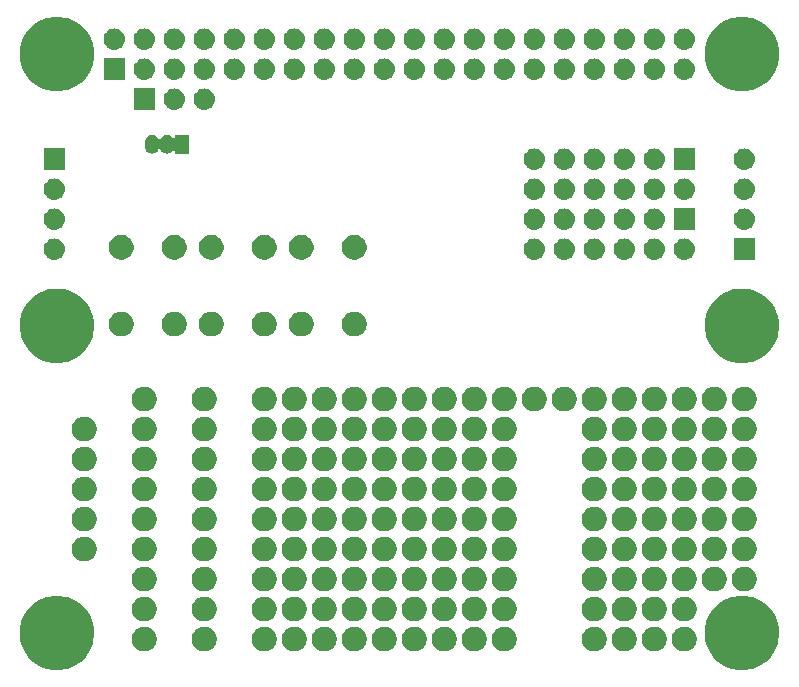
<source format=gbr>
G04 #@! TF.GenerationSoftware,KiCad,Pcbnew,(5.1.4)-1*
G04 #@! TF.CreationDate,2019-12-09T12:32:03+01:00*
G04 #@! TF.ProjectId,wuhat,77756861-742e-46b6-9963-61645f706362,7E4.0*
G04 #@! TF.SameCoordinates,Original*
G04 #@! TF.FileFunction,Soldermask,Bot*
G04 #@! TF.FilePolarity,Negative*
%FSLAX46Y46*%
G04 Gerber Fmt 4.6, Leading zero omitted, Abs format (unit mm)*
G04 Created by KiCad (PCBNEW (5.1.4)-1) date 2019-12-09 12:32:03*
%MOMM*%
%LPD*%
G04 APERTURE LIST*
%ADD10C,0.100000*%
G04 APERTURE END LIST*
D10*
G36*
X163816191Y-145159727D02*
G01*
X164019113Y-145200091D01*
X164592558Y-145437620D01*
X165108645Y-145782459D01*
X165547541Y-146221355D01*
X165879278Y-146717833D01*
X165892381Y-146737444D01*
X165961951Y-146905401D01*
X166096658Y-147230611D01*
X166129909Y-147310888D01*
X166251000Y-147919652D01*
X166251000Y-148540348D01*
X166186718Y-148863514D01*
X166129909Y-149149113D01*
X165892380Y-149722558D01*
X165547541Y-150238645D01*
X165108645Y-150677541D01*
X164592558Y-151022380D01*
X164019113Y-151259909D01*
X163816191Y-151300273D01*
X163410348Y-151381000D01*
X162789652Y-151381000D01*
X162383809Y-151300273D01*
X162180887Y-151259909D01*
X161607442Y-151022380D01*
X161091355Y-150677541D01*
X160652459Y-150238645D01*
X160307620Y-149722558D01*
X160070091Y-149149113D01*
X160013282Y-148863514D01*
X159949000Y-148540348D01*
X159949000Y-147919652D01*
X160070091Y-147310888D01*
X160103343Y-147230611D01*
X160238049Y-146905401D01*
X160307619Y-146737444D01*
X160320723Y-146717833D01*
X160652459Y-146221355D01*
X161091355Y-145782459D01*
X161607442Y-145437620D01*
X162180887Y-145200091D01*
X162383809Y-145159727D01*
X162789652Y-145079000D01*
X163410348Y-145079000D01*
X163816191Y-145159727D01*
X163816191Y-145159727D01*
G37*
G36*
X105816191Y-145159727D02*
G01*
X106019113Y-145200091D01*
X106592558Y-145437620D01*
X107108645Y-145782459D01*
X107547541Y-146221355D01*
X107879278Y-146717833D01*
X107892381Y-146737444D01*
X107961951Y-146905401D01*
X108096658Y-147230611D01*
X108129909Y-147310888D01*
X108251000Y-147919652D01*
X108251000Y-148540348D01*
X108186718Y-148863514D01*
X108129909Y-149149113D01*
X107892380Y-149722558D01*
X107547541Y-150238645D01*
X107108645Y-150677541D01*
X106592558Y-151022380D01*
X106019113Y-151259909D01*
X105816191Y-151300273D01*
X105410348Y-151381000D01*
X104789652Y-151381000D01*
X104383809Y-151300273D01*
X104180887Y-151259909D01*
X103607442Y-151022380D01*
X103091355Y-150677541D01*
X102652459Y-150238645D01*
X102307620Y-149722558D01*
X102070091Y-149149113D01*
X102013282Y-148863514D01*
X101949000Y-148540348D01*
X101949000Y-147919652D01*
X102070091Y-147310888D01*
X102103343Y-147230611D01*
X102238049Y-146905401D01*
X102307619Y-146737444D01*
X102320723Y-146717833D01*
X102652459Y-146221355D01*
X103091355Y-145782459D01*
X103607442Y-145437620D01*
X104180887Y-145200091D01*
X104383809Y-145159727D01*
X104789652Y-145079000D01*
X105410348Y-145079000D01*
X105816191Y-145159727D01*
X105816191Y-145159727D01*
G37*
G36*
X122976564Y-147749389D02*
G01*
X123167833Y-147828615D01*
X123167835Y-147828616D01*
X123304080Y-147919652D01*
X123339973Y-147943635D01*
X123486365Y-148090027D01*
X123601385Y-148262167D01*
X123680611Y-148453436D01*
X123721000Y-148656484D01*
X123721000Y-148863516D01*
X123680611Y-149066564D01*
X123646418Y-149149113D01*
X123601384Y-149257835D01*
X123486365Y-149429973D01*
X123339973Y-149576365D01*
X123167835Y-149691384D01*
X123167834Y-149691385D01*
X123167833Y-149691385D01*
X122976564Y-149770611D01*
X122773516Y-149811000D01*
X122566484Y-149811000D01*
X122363436Y-149770611D01*
X122172167Y-149691385D01*
X122172166Y-149691385D01*
X122172165Y-149691384D01*
X122000027Y-149576365D01*
X121853635Y-149429973D01*
X121738616Y-149257835D01*
X121693582Y-149149113D01*
X121659389Y-149066564D01*
X121619000Y-148863516D01*
X121619000Y-148656484D01*
X121659389Y-148453436D01*
X121738615Y-148262167D01*
X121853635Y-148090027D01*
X122000027Y-147943635D01*
X122035920Y-147919652D01*
X122172165Y-147828616D01*
X122172167Y-147828615D01*
X122363436Y-147749389D01*
X122566484Y-147709000D01*
X122773516Y-147709000D01*
X122976564Y-147749389D01*
X122976564Y-147749389D01*
G37*
G36*
X135676564Y-147749389D02*
G01*
X135867833Y-147828615D01*
X135867835Y-147828616D01*
X136004080Y-147919652D01*
X136039973Y-147943635D01*
X136186365Y-148090027D01*
X136301385Y-148262167D01*
X136380611Y-148453436D01*
X136421000Y-148656484D01*
X136421000Y-148863516D01*
X136380611Y-149066564D01*
X136346418Y-149149113D01*
X136301384Y-149257835D01*
X136186365Y-149429973D01*
X136039973Y-149576365D01*
X135867835Y-149691384D01*
X135867834Y-149691385D01*
X135867833Y-149691385D01*
X135676564Y-149770611D01*
X135473516Y-149811000D01*
X135266484Y-149811000D01*
X135063436Y-149770611D01*
X134872167Y-149691385D01*
X134872166Y-149691385D01*
X134872165Y-149691384D01*
X134700027Y-149576365D01*
X134553635Y-149429973D01*
X134438616Y-149257835D01*
X134393582Y-149149113D01*
X134359389Y-149066564D01*
X134319000Y-148863516D01*
X134319000Y-148656484D01*
X134359389Y-148453436D01*
X134438615Y-148262167D01*
X134553635Y-148090027D01*
X134700027Y-147943635D01*
X134735920Y-147919652D01*
X134872165Y-147828616D01*
X134872167Y-147828615D01*
X135063436Y-147749389D01*
X135266484Y-147709000D01*
X135473516Y-147709000D01*
X135676564Y-147749389D01*
X135676564Y-147749389D01*
G37*
G36*
X128056564Y-147749389D02*
G01*
X128247833Y-147828615D01*
X128247835Y-147828616D01*
X128384080Y-147919652D01*
X128419973Y-147943635D01*
X128566365Y-148090027D01*
X128681385Y-148262167D01*
X128760611Y-148453436D01*
X128801000Y-148656484D01*
X128801000Y-148863516D01*
X128760611Y-149066564D01*
X128726418Y-149149113D01*
X128681384Y-149257835D01*
X128566365Y-149429973D01*
X128419973Y-149576365D01*
X128247835Y-149691384D01*
X128247834Y-149691385D01*
X128247833Y-149691385D01*
X128056564Y-149770611D01*
X127853516Y-149811000D01*
X127646484Y-149811000D01*
X127443436Y-149770611D01*
X127252167Y-149691385D01*
X127252166Y-149691385D01*
X127252165Y-149691384D01*
X127080027Y-149576365D01*
X126933635Y-149429973D01*
X126818616Y-149257835D01*
X126773582Y-149149113D01*
X126739389Y-149066564D01*
X126699000Y-148863516D01*
X126699000Y-148656484D01*
X126739389Y-148453436D01*
X126818615Y-148262167D01*
X126933635Y-148090027D01*
X127080027Y-147943635D01*
X127115920Y-147919652D01*
X127252165Y-147828616D01*
X127252167Y-147828615D01*
X127443436Y-147749389D01*
X127646484Y-147709000D01*
X127853516Y-147709000D01*
X128056564Y-147749389D01*
X128056564Y-147749389D01*
G37*
G36*
X130596564Y-147749389D02*
G01*
X130787833Y-147828615D01*
X130787835Y-147828616D01*
X130924080Y-147919652D01*
X130959973Y-147943635D01*
X131106365Y-148090027D01*
X131221385Y-148262167D01*
X131300611Y-148453436D01*
X131341000Y-148656484D01*
X131341000Y-148863516D01*
X131300611Y-149066564D01*
X131266418Y-149149113D01*
X131221384Y-149257835D01*
X131106365Y-149429973D01*
X130959973Y-149576365D01*
X130787835Y-149691384D01*
X130787834Y-149691385D01*
X130787833Y-149691385D01*
X130596564Y-149770611D01*
X130393516Y-149811000D01*
X130186484Y-149811000D01*
X129983436Y-149770611D01*
X129792167Y-149691385D01*
X129792166Y-149691385D01*
X129792165Y-149691384D01*
X129620027Y-149576365D01*
X129473635Y-149429973D01*
X129358616Y-149257835D01*
X129313582Y-149149113D01*
X129279389Y-149066564D01*
X129239000Y-148863516D01*
X129239000Y-148656484D01*
X129279389Y-148453436D01*
X129358615Y-148262167D01*
X129473635Y-148090027D01*
X129620027Y-147943635D01*
X129655920Y-147919652D01*
X129792165Y-147828616D01*
X129792167Y-147828615D01*
X129983436Y-147749389D01*
X130186484Y-147709000D01*
X130393516Y-147709000D01*
X130596564Y-147749389D01*
X130596564Y-147749389D01*
G37*
G36*
X125516564Y-147749389D02*
G01*
X125707833Y-147828615D01*
X125707835Y-147828616D01*
X125844080Y-147919652D01*
X125879973Y-147943635D01*
X126026365Y-148090027D01*
X126141385Y-148262167D01*
X126220611Y-148453436D01*
X126261000Y-148656484D01*
X126261000Y-148863516D01*
X126220611Y-149066564D01*
X126186418Y-149149113D01*
X126141384Y-149257835D01*
X126026365Y-149429973D01*
X125879973Y-149576365D01*
X125707835Y-149691384D01*
X125707834Y-149691385D01*
X125707833Y-149691385D01*
X125516564Y-149770611D01*
X125313516Y-149811000D01*
X125106484Y-149811000D01*
X124903436Y-149770611D01*
X124712167Y-149691385D01*
X124712166Y-149691385D01*
X124712165Y-149691384D01*
X124540027Y-149576365D01*
X124393635Y-149429973D01*
X124278616Y-149257835D01*
X124233582Y-149149113D01*
X124199389Y-149066564D01*
X124159000Y-148863516D01*
X124159000Y-148656484D01*
X124199389Y-148453436D01*
X124278615Y-148262167D01*
X124393635Y-148090027D01*
X124540027Y-147943635D01*
X124575920Y-147919652D01*
X124712165Y-147828616D01*
X124712167Y-147828615D01*
X124903436Y-147749389D01*
X125106484Y-147709000D01*
X125313516Y-147709000D01*
X125516564Y-147749389D01*
X125516564Y-147749389D01*
G37*
G36*
X117896564Y-147749389D02*
G01*
X118087833Y-147828615D01*
X118087835Y-147828616D01*
X118224080Y-147919652D01*
X118259973Y-147943635D01*
X118406365Y-148090027D01*
X118521385Y-148262167D01*
X118600611Y-148453436D01*
X118641000Y-148656484D01*
X118641000Y-148863516D01*
X118600611Y-149066564D01*
X118566418Y-149149113D01*
X118521384Y-149257835D01*
X118406365Y-149429973D01*
X118259973Y-149576365D01*
X118087835Y-149691384D01*
X118087834Y-149691385D01*
X118087833Y-149691385D01*
X117896564Y-149770611D01*
X117693516Y-149811000D01*
X117486484Y-149811000D01*
X117283436Y-149770611D01*
X117092167Y-149691385D01*
X117092166Y-149691385D01*
X117092165Y-149691384D01*
X116920027Y-149576365D01*
X116773635Y-149429973D01*
X116658616Y-149257835D01*
X116613582Y-149149113D01*
X116579389Y-149066564D01*
X116539000Y-148863516D01*
X116539000Y-148656484D01*
X116579389Y-148453436D01*
X116658615Y-148262167D01*
X116773635Y-148090027D01*
X116920027Y-147943635D01*
X116955920Y-147919652D01*
X117092165Y-147828616D01*
X117092167Y-147828615D01*
X117283436Y-147749389D01*
X117486484Y-147709000D01*
X117693516Y-147709000D01*
X117896564Y-147749389D01*
X117896564Y-147749389D01*
G37*
G36*
X112816564Y-147749389D02*
G01*
X113007833Y-147828615D01*
X113007835Y-147828616D01*
X113144080Y-147919652D01*
X113179973Y-147943635D01*
X113326365Y-148090027D01*
X113441385Y-148262167D01*
X113520611Y-148453436D01*
X113561000Y-148656484D01*
X113561000Y-148863516D01*
X113520611Y-149066564D01*
X113486418Y-149149113D01*
X113441384Y-149257835D01*
X113326365Y-149429973D01*
X113179973Y-149576365D01*
X113007835Y-149691384D01*
X113007834Y-149691385D01*
X113007833Y-149691385D01*
X112816564Y-149770611D01*
X112613516Y-149811000D01*
X112406484Y-149811000D01*
X112203436Y-149770611D01*
X112012167Y-149691385D01*
X112012166Y-149691385D01*
X112012165Y-149691384D01*
X111840027Y-149576365D01*
X111693635Y-149429973D01*
X111578616Y-149257835D01*
X111533582Y-149149113D01*
X111499389Y-149066564D01*
X111459000Y-148863516D01*
X111459000Y-148656484D01*
X111499389Y-148453436D01*
X111578615Y-148262167D01*
X111693635Y-148090027D01*
X111840027Y-147943635D01*
X111875920Y-147919652D01*
X112012165Y-147828616D01*
X112012167Y-147828615D01*
X112203436Y-147749389D01*
X112406484Y-147709000D01*
X112613516Y-147709000D01*
X112816564Y-147749389D01*
X112816564Y-147749389D01*
G37*
G36*
X133136564Y-147749389D02*
G01*
X133327833Y-147828615D01*
X133327835Y-147828616D01*
X133464080Y-147919652D01*
X133499973Y-147943635D01*
X133646365Y-148090027D01*
X133761385Y-148262167D01*
X133840611Y-148453436D01*
X133881000Y-148656484D01*
X133881000Y-148863516D01*
X133840611Y-149066564D01*
X133806418Y-149149113D01*
X133761384Y-149257835D01*
X133646365Y-149429973D01*
X133499973Y-149576365D01*
X133327835Y-149691384D01*
X133327834Y-149691385D01*
X133327833Y-149691385D01*
X133136564Y-149770611D01*
X132933516Y-149811000D01*
X132726484Y-149811000D01*
X132523436Y-149770611D01*
X132332167Y-149691385D01*
X132332166Y-149691385D01*
X132332165Y-149691384D01*
X132160027Y-149576365D01*
X132013635Y-149429973D01*
X131898616Y-149257835D01*
X131853582Y-149149113D01*
X131819389Y-149066564D01*
X131779000Y-148863516D01*
X131779000Y-148656484D01*
X131819389Y-148453436D01*
X131898615Y-148262167D01*
X132013635Y-148090027D01*
X132160027Y-147943635D01*
X132195920Y-147919652D01*
X132332165Y-147828616D01*
X132332167Y-147828615D01*
X132523436Y-147749389D01*
X132726484Y-147709000D01*
X132933516Y-147709000D01*
X133136564Y-147749389D01*
X133136564Y-147749389D01*
G37*
G36*
X140756564Y-147749389D02*
G01*
X140947833Y-147828615D01*
X140947835Y-147828616D01*
X141084080Y-147919652D01*
X141119973Y-147943635D01*
X141266365Y-148090027D01*
X141381385Y-148262167D01*
X141460611Y-148453436D01*
X141501000Y-148656484D01*
X141501000Y-148863516D01*
X141460611Y-149066564D01*
X141426418Y-149149113D01*
X141381384Y-149257835D01*
X141266365Y-149429973D01*
X141119973Y-149576365D01*
X140947835Y-149691384D01*
X140947834Y-149691385D01*
X140947833Y-149691385D01*
X140756564Y-149770611D01*
X140553516Y-149811000D01*
X140346484Y-149811000D01*
X140143436Y-149770611D01*
X139952167Y-149691385D01*
X139952166Y-149691385D01*
X139952165Y-149691384D01*
X139780027Y-149576365D01*
X139633635Y-149429973D01*
X139518616Y-149257835D01*
X139473582Y-149149113D01*
X139439389Y-149066564D01*
X139399000Y-148863516D01*
X139399000Y-148656484D01*
X139439389Y-148453436D01*
X139518615Y-148262167D01*
X139633635Y-148090027D01*
X139780027Y-147943635D01*
X139815920Y-147919652D01*
X139952165Y-147828616D01*
X139952167Y-147828615D01*
X140143436Y-147749389D01*
X140346484Y-147709000D01*
X140553516Y-147709000D01*
X140756564Y-147749389D01*
X140756564Y-147749389D01*
G37*
G36*
X138216564Y-147749389D02*
G01*
X138407833Y-147828615D01*
X138407835Y-147828616D01*
X138544080Y-147919652D01*
X138579973Y-147943635D01*
X138726365Y-148090027D01*
X138841385Y-148262167D01*
X138920611Y-148453436D01*
X138961000Y-148656484D01*
X138961000Y-148863516D01*
X138920611Y-149066564D01*
X138886418Y-149149113D01*
X138841384Y-149257835D01*
X138726365Y-149429973D01*
X138579973Y-149576365D01*
X138407835Y-149691384D01*
X138407834Y-149691385D01*
X138407833Y-149691385D01*
X138216564Y-149770611D01*
X138013516Y-149811000D01*
X137806484Y-149811000D01*
X137603436Y-149770611D01*
X137412167Y-149691385D01*
X137412166Y-149691385D01*
X137412165Y-149691384D01*
X137240027Y-149576365D01*
X137093635Y-149429973D01*
X136978616Y-149257835D01*
X136933582Y-149149113D01*
X136899389Y-149066564D01*
X136859000Y-148863516D01*
X136859000Y-148656484D01*
X136899389Y-148453436D01*
X136978615Y-148262167D01*
X137093635Y-148090027D01*
X137240027Y-147943635D01*
X137275920Y-147919652D01*
X137412165Y-147828616D01*
X137412167Y-147828615D01*
X137603436Y-147749389D01*
X137806484Y-147709000D01*
X138013516Y-147709000D01*
X138216564Y-147749389D01*
X138216564Y-147749389D01*
G37*
G36*
X150916564Y-147749389D02*
G01*
X151107833Y-147828615D01*
X151107835Y-147828616D01*
X151244080Y-147919652D01*
X151279973Y-147943635D01*
X151426365Y-148090027D01*
X151541385Y-148262167D01*
X151620611Y-148453436D01*
X151661000Y-148656484D01*
X151661000Y-148863516D01*
X151620611Y-149066564D01*
X151586418Y-149149113D01*
X151541384Y-149257835D01*
X151426365Y-149429973D01*
X151279973Y-149576365D01*
X151107835Y-149691384D01*
X151107834Y-149691385D01*
X151107833Y-149691385D01*
X150916564Y-149770611D01*
X150713516Y-149811000D01*
X150506484Y-149811000D01*
X150303436Y-149770611D01*
X150112167Y-149691385D01*
X150112166Y-149691385D01*
X150112165Y-149691384D01*
X149940027Y-149576365D01*
X149793635Y-149429973D01*
X149678616Y-149257835D01*
X149633582Y-149149113D01*
X149599389Y-149066564D01*
X149559000Y-148863516D01*
X149559000Y-148656484D01*
X149599389Y-148453436D01*
X149678615Y-148262167D01*
X149793635Y-148090027D01*
X149940027Y-147943635D01*
X149975920Y-147919652D01*
X150112165Y-147828616D01*
X150112167Y-147828615D01*
X150303436Y-147749389D01*
X150506484Y-147709000D01*
X150713516Y-147709000D01*
X150916564Y-147749389D01*
X150916564Y-147749389D01*
G37*
G36*
X153456564Y-147749389D02*
G01*
X153647833Y-147828615D01*
X153647835Y-147828616D01*
X153784080Y-147919652D01*
X153819973Y-147943635D01*
X153966365Y-148090027D01*
X154081385Y-148262167D01*
X154160611Y-148453436D01*
X154201000Y-148656484D01*
X154201000Y-148863516D01*
X154160611Y-149066564D01*
X154126418Y-149149113D01*
X154081384Y-149257835D01*
X153966365Y-149429973D01*
X153819973Y-149576365D01*
X153647835Y-149691384D01*
X153647834Y-149691385D01*
X153647833Y-149691385D01*
X153456564Y-149770611D01*
X153253516Y-149811000D01*
X153046484Y-149811000D01*
X152843436Y-149770611D01*
X152652167Y-149691385D01*
X152652166Y-149691385D01*
X152652165Y-149691384D01*
X152480027Y-149576365D01*
X152333635Y-149429973D01*
X152218616Y-149257835D01*
X152173582Y-149149113D01*
X152139389Y-149066564D01*
X152099000Y-148863516D01*
X152099000Y-148656484D01*
X152139389Y-148453436D01*
X152218615Y-148262167D01*
X152333635Y-148090027D01*
X152480027Y-147943635D01*
X152515920Y-147919652D01*
X152652165Y-147828616D01*
X152652167Y-147828615D01*
X152843436Y-147749389D01*
X153046484Y-147709000D01*
X153253516Y-147709000D01*
X153456564Y-147749389D01*
X153456564Y-147749389D01*
G37*
G36*
X155996564Y-147749389D02*
G01*
X156187833Y-147828615D01*
X156187835Y-147828616D01*
X156324080Y-147919652D01*
X156359973Y-147943635D01*
X156506365Y-148090027D01*
X156621385Y-148262167D01*
X156700611Y-148453436D01*
X156741000Y-148656484D01*
X156741000Y-148863516D01*
X156700611Y-149066564D01*
X156666418Y-149149113D01*
X156621384Y-149257835D01*
X156506365Y-149429973D01*
X156359973Y-149576365D01*
X156187835Y-149691384D01*
X156187834Y-149691385D01*
X156187833Y-149691385D01*
X155996564Y-149770611D01*
X155793516Y-149811000D01*
X155586484Y-149811000D01*
X155383436Y-149770611D01*
X155192167Y-149691385D01*
X155192166Y-149691385D01*
X155192165Y-149691384D01*
X155020027Y-149576365D01*
X154873635Y-149429973D01*
X154758616Y-149257835D01*
X154713582Y-149149113D01*
X154679389Y-149066564D01*
X154639000Y-148863516D01*
X154639000Y-148656484D01*
X154679389Y-148453436D01*
X154758615Y-148262167D01*
X154873635Y-148090027D01*
X155020027Y-147943635D01*
X155055920Y-147919652D01*
X155192165Y-147828616D01*
X155192167Y-147828615D01*
X155383436Y-147749389D01*
X155586484Y-147709000D01*
X155793516Y-147709000D01*
X155996564Y-147749389D01*
X155996564Y-147749389D01*
G37*
G36*
X158536564Y-147749389D02*
G01*
X158727833Y-147828615D01*
X158727835Y-147828616D01*
X158864080Y-147919652D01*
X158899973Y-147943635D01*
X159046365Y-148090027D01*
X159161385Y-148262167D01*
X159240611Y-148453436D01*
X159281000Y-148656484D01*
X159281000Y-148863516D01*
X159240611Y-149066564D01*
X159206418Y-149149113D01*
X159161384Y-149257835D01*
X159046365Y-149429973D01*
X158899973Y-149576365D01*
X158727835Y-149691384D01*
X158727834Y-149691385D01*
X158727833Y-149691385D01*
X158536564Y-149770611D01*
X158333516Y-149811000D01*
X158126484Y-149811000D01*
X157923436Y-149770611D01*
X157732167Y-149691385D01*
X157732166Y-149691385D01*
X157732165Y-149691384D01*
X157560027Y-149576365D01*
X157413635Y-149429973D01*
X157298616Y-149257835D01*
X157253582Y-149149113D01*
X157219389Y-149066564D01*
X157179000Y-148863516D01*
X157179000Y-148656484D01*
X157219389Y-148453436D01*
X157298615Y-148262167D01*
X157413635Y-148090027D01*
X157560027Y-147943635D01*
X157595920Y-147919652D01*
X157732165Y-147828616D01*
X157732167Y-147828615D01*
X157923436Y-147749389D01*
X158126484Y-147709000D01*
X158333516Y-147709000D01*
X158536564Y-147749389D01*
X158536564Y-147749389D01*
G37*
G36*
X143296564Y-147749389D02*
G01*
X143487833Y-147828615D01*
X143487835Y-147828616D01*
X143624080Y-147919652D01*
X143659973Y-147943635D01*
X143806365Y-148090027D01*
X143921385Y-148262167D01*
X144000611Y-148453436D01*
X144041000Y-148656484D01*
X144041000Y-148863516D01*
X144000611Y-149066564D01*
X143966418Y-149149113D01*
X143921384Y-149257835D01*
X143806365Y-149429973D01*
X143659973Y-149576365D01*
X143487835Y-149691384D01*
X143487834Y-149691385D01*
X143487833Y-149691385D01*
X143296564Y-149770611D01*
X143093516Y-149811000D01*
X142886484Y-149811000D01*
X142683436Y-149770611D01*
X142492167Y-149691385D01*
X142492166Y-149691385D01*
X142492165Y-149691384D01*
X142320027Y-149576365D01*
X142173635Y-149429973D01*
X142058616Y-149257835D01*
X142013582Y-149149113D01*
X141979389Y-149066564D01*
X141939000Y-148863516D01*
X141939000Y-148656484D01*
X141979389Y-148453436D01*
X142058615Y-148262167D01*
X142173635Y-148090027D01*
X142320027Y-147943635D01*
X142355920Y-147919652D01*
X142492165Y-147828616D01*
X142492167Y-147828615D01*
X142683436Y-147749389D01*
X142886484Y-147709000D01*
X143093516Y-147709000D01*
X143296564Y-147749389D01*
X143296564Y-147749389D01*
G37*
G36*
X155996564Y-145209389D02*
G01*
X156187833Y-145288615D01*
X156187835Y-145288616D01*
X156359973Y-145403635D01*
X156506365Y-145550027D01*
X156621385Y-145722167D01*
X156700611Y-145913436D01*
X156741000Y-146116484D01*
X156741000Y-146323516D01*
X156700611Y-146526564D01*
X156621385Y-146717833D01*
X156621384Y-146717835D01*
X156506365Y-146889973D01*
X156359973Y-147036365D01*
X156187835Y-147151384D01*
X156187834Y-147151385D01*
X156187833Y-147151385D01*
X155996564Y-147230611D01*
X155793516Y-147271000D01*
X155586484Y-147271000D01*
X155383436Y-147230611D01*
X155192167Y-147151385D01*
X155192166Y-147151385D01*
X155192165Y-147151384D01*
X155020027Y-147036365D01*
X154873635Y-146889973D01*
X154758616Y-146717835D01*
X154758615Y-146717833D01*
X154679389Y-146526564D01*
X154639000Y-146323516D01*
X154639000Y-146116484D01*
X154679389Y-145913436D01*
X154758615Y-145722167D01*
X154873635Y-145550027D01*
X155020027Y-145403635D01*
X155192165Y-145288616D01*
X155192167Y-145288615D01*
X155383436Y-145209389D01*
X155586484Y-145169000D01*
X155793516Y-145169000D01*
X155996564Y-145209389D01*
X155996564Y-145209389D01*
G37*
G36*
X153456564Y-145209389D02*
G01*
X153647833Y-145288615D01*
X153647835Y-145288616D01*
X153819973Y-145403635D01*
X153966365Y-145550027D01*
X154081385Y-145722167D01*
X154160611Y-145913436D01*
X154201000Y-146116484D01*
X154201000Y-146323516D01*
X154160611Y-146526564D01*
X154081385Y-146717833D01*
X154081384Y-146717835D01*
X153966365Y-146889973D01*
X153819973Y-147036365D01*
X153647835Y-147151384D01*
X153647834Y-147151385D01*
X153647833Y-147151385D01*
X153456564Y-147230611D01*
X153253516Y-147271000D01*
X153046484Y-147271000D01*
X152843436Y-147230611D01*
X152652167Y-147151385D01*
X152652166Y-147151385D01*
X152652165Y-147151384D01*
X152480027Y-147036365D01*
X152333635Y-146889973D01*
X152218616Y-146717835D01*
X152218615Y-146717833D01*
X152139389Y-146526564D01*
X152099000Y-146323516D01*
X152099000Y-146116484D01*
X152139389Y-145913436D01*
X152218615Y-145722167D01*
X152333635Y-145550027D01*
X152480027Y-145403635D01*
X152652165Y-145288616D01*
X152652167Y-145288615D01*
X152843436Y-145209389D01*
X153046484Y-145169000D01*
X153253516Y-145169000D01*
X153456564Y-145209389D01*
X153456564Y-145209389D01*
G37*
G36*
X150916564Y-145209389D02*
G01*
X151107833Y-145288615D01*
X151107835Y-145288616D01*
X151279973Y-145403635D01*
X151426365Y-145550027D01*
X151541385Y-145722167D01*
X151620611Y-145913436D01*
X151661000Y-146116484D01*
X151661000Y-146323516D01*
X151620611Y-146526564D01*
X151541385Y-146717833D01*
X151541384Y-146717835D01*
X151426365Y-146889973D01*
X151279973Y-147036365D01*
X151107835Y-147151384D01*
X151107834Y-147151385D01*
X151107833Y-147151385D01*
X150916564Y-147230611D01*
X150713516Y-147271000D01*
X150506484Y-147271000D01*
X150303436Y-147230611D01*
X150112167Y-147151385D01*
X150112166Y-147151385D01*
X150112165Y-147151384D01*
X149940027Y-147036365D01*
X149793635Y-146889973D01*
X149678616Y-146717835D01*
X149678615Y-146717833D01*
X149599389Y-146526564D01*
X149559000Y-146323516D01*
X149559000Y-146116484D01*
X149599389Y-145913436D01*
X149678615Y-145722167D01*
X149793635Y-145550027D01*
X149940027Y-145403635D01*
X150112165Y-145288616D01*
X150112167Y-145288615D01*
X150303436Y-145209389D01*
X150506484Y-145169000D01*
X150713516Y-145169000D01*
X150916564Y-145209389D01*
X150916564Y-145209389D01*
G37*
G36*
X158536564Y-145209389D02*
G01*
X158727833Y-145288615D01*
X158727835Y-145288616D01*
X158899973Y-145403635D01*
X159046365Y-145550027D01*
X159161385Y-145722167D01*
X159240611Y-145913436D01*
X159281000Y-146116484D01*
X159281000Y-146323516D01*
X159240611Y-146526564D01*
X159161385Y-146717833D01*
X159161384Y-146717835D01*
X159046365Y-146889973D01*
X158899973Y-147036365D01*
X158727835Y-147151384D01*
X158727834Y-147151385D01*
X158727833Y-147151385D01*
X158536564Y-147230611D01*
X158333516Y-147271000D01*
X158126484Y-147271000D01*
X157923436Y-147230611D01*
X157732167Y-147151385D01*
X157732166Y-147151385D01*
X157732165Y-147151384D01*
X157560027Y-147036365D01*
X157413635Y-146889973D01*
X157298616Y-146717835D01*
X157298615Y-146717833D01*
X157219389Y-146526564D01*
X157179000Y-146323516D01*
X157179000Y-146116484D01*
X157219389Y-145913436D01*
X157298615Y-145722167D01*
X157413635Y-145550027D01*
X157560027Y-145403635D01*
X157732165Y-145288616D01*
X157732167Y-145288615D01*
X157923436Y-145209389D01*
X158126484Y-145169000D01*
X158333516Y-145169000D01*
X158536564Y-145209389D01*
X158536564Y-145209389D01*
G37*
G36*
X143296564Y-145209389D02*
G01*
X143487833Y-145288615D01*
X143487835Y-145288616D01*
X143659973Y-145403635D01*
X143806365Y-145550027D01*
X143921385Y-145722167D01*
X144000611Y-145913436D01*
X144041000Y-146116484D01*
X144041000Y-146323516D01*
X144000611Y-146526564D01*
X143921385Y-146717833D01*
X143921384Y-146717835D01*
X143806365Y-146889973D01*
X143659973Y-147036365D01*
X143487835Y-147151384D01*
X143487834Y-147151385D01*
X143487833Y-147151385D01*
X143296564Y-147230611D01*
X143093516Y-147271000D01*
X142886484Y-147271000D01*
X142683436Y-147230611D01*
X142492167Y-147151385D01*
X142492166Y-147151385D01*
X142492165Y-147151384D01*
X142320027Y-147036365D01*
X142173635Y-146889973D01*
X142058616Y-146717835D01*
X142058615Y-146717833D01*
X141979389Y-146526564D01*
X141939000Y-146323516D01*
X141939000Y-146116484D01*
X141979389Y-145913436D01*
X142058615Y-145722167D01*
X142173635Y-145550027D01*
X142320027Y-145403635D01*
X142492165Y-145288616D01*
X142492167Y-145288615D01*
X142683436Y-145209389D01*
X142886484Y-145169000D01*
X143093516Y-145169000D01*
X143296564Y-145209389D01*
X143296564Y-145209389D01*
G37*
G36*
X140756564Y-145209389D02*
G01*
X140947833Y-145288615D01*
X140947835Y-145288616D01*
X141119973Y-145403635D01*
X141266365Y-145550027D01*
X141381385Y-145722167D01*
X141460611Y-145913436D01*
X141501000Y-146116484D01*
X141501000Y-146323516D01*
X141460611Y-146526564D01*
X141381385Y-146717833D01*
X141381384Y-146717835D01*
X141266365Y-146889973D01*
X141119973Y-147036365D01*
X140947835Y-147151384D01*
X140947834Y-147151385D01*
X140947833Y-147151385D01*
X140756564Y-147230611D01*
X140553516Y-147271000D01*
X140346484Y-147271000D01*
X140143436Y-147230611D01*
X139952167Y-147151385D01*
X139952166Y-147151385D01*
X139952165Y-147151384D01*
X139780027Y-147036365D01*
X139633635Y-146889973D01*
X139518616Y-146717835D01*
X139518615Y-146717833D01*
X139439389Y-146526564D01*
X139399000Y-146323516D01*
X139399000Y-146116484D01*
X139439389Y-145913436D01*
X139518615Y-145722167D01*
X139633635Y-145550027D01*
X139780027Y-145403635D01*
X139952165Y-145288616D01*
X139952167Y-145288615D01*
X140143436Y-145209389D01*
X140346484Y-145169000D01*
X140553516Y-145169000D01*
X140756564Y-145209389D01*
X140756564Y-145209389D01*
G37*
G36*
X138216564Y-145209389D02*
G01*
X138407833Y-145288615D01*
X138407835Y-145288616D01*
X138579973Y-145403635D01*
X138726365Y-145550027D01*
X138841385Y-145722167D01*
X138920611Y-145913436D01*
X138961000Y-146116484D01*
X138961000Y-146323516D01*
X138920611Y-146526564D01*
X138841385Y-146717833D01*
X138841384Y-146717835D01*
X138726365Y-146889973D01*
X138579973Y-147036365D01*
X138407835Y-147151384D01*
X138407834Y-147151385D01*
X138407833Y-147151385D01*
X138216564Y-147230611D01*
X138013516Y-147271000D01*
X137806484Y-147271000D01*
X137603436Y-147230611D01*
X137412167Y-147151385D01*
X137412166Y-147151385D01*
X137412165Y-147151384D01*
X137240027Y-147036365D01*
X137093635Y-146889973D01*
X136978616Y-146717835D01*
X136978615Y-146717833D01*
X136899389Y-146526564D01*
X136859000Y-146323516D01*
X136859000Y-146116484D01*
X136899389Y-145913436D01*
X136978615Y-145722167D01*
X137093635Y-145550027D01*
X137240027Y-145403635D01*
X137412165Y-145288616D01*
X137412167Y-145288615D01*
X137603436Y-145209389D01*
X137806484Y-145169000D01*
X138013516Y-145169000D01*
X138216564Y-145209389D01*
X138216564Y-145209389D01*
G37*
G36*
X130596564Y-145209389D02*
G01*
X130787833Y-145288615D01*
X130787835Y-145288616D01*
X130959973Y-145403635D01*
X131106365Y-145550027D01*
X131221385Y-145722167D01*
X131300611Y-145913436D01*
X131341000Y-146116484D01*
X131341000Y-146323516D01*
X131300611Y-146526564D01*
X131221385Y-146717833D01*
X131221384Y-146717835D01*
X131106365Y-146889973D01*
X130959973Y-147036365D01*
X130787835Y-147151384D01*
X130787834Y-147151385D01*
X130787833Y-147151385D01*
X130596564Y-147230611D01*
X130393516Y-147271000D01*
X130186484Y-147271000D01*
X129983436Y-147230611D01*
X129792167Y-147151385D01*
X129792166Y-147151385D01*
X129792165Y-147151384D01*
X129620027Y-147036365D01*
X129473635Y-146889973D01*
X129358616Y-146717835D01*
X129358615Y-146717833D01*
X129279389Y-146526564D01*
X129239000Y-146323516D01*
X129239000Y-146116484D01*
X129279389Y-145913436D01*
X129358615Y-145722167D01*
X129473635Y-145550027D01*
X129620027Y-145403635D01*
X129792165Y-145288616D01*
X129792167Y-145288615D01*
X129983436Y-145209389D01*
X130186484Y-145169000D01*
X130393516Y-145169000D01*
X130596564Y-145209389D01*
X130596564Y-145209389D01*
G37*
G36*
X122976564Y-145209389D02*
G01*
X123167833Y-145288615D01*
X123167835Y-145288616D01*
X123339973Y-145403635D01*
X123486365Y-145550027D01*
X123601385Y-145722167D01*
X123680611Y-145913436D01*
X123721000Y-146116484D01*
X123721000Y-146323516D01*
X123680611Y-146526564D01*
X123601385Y-146717833D01*
X123601384Y-146717835D01*
X123486365Y-146889973D01*
X123339973Y-147036365D01*
X123167835Y-147151384D01*
X123167834Y-147151385D01*
X123167833Y-147151385D01*
X122976564Y-147230611D01*
X122773516Y-147271000D01*
X122566484Y-147271000D01*
X122363436Y-147230611D01*
X122172167Y-147151385D01*
X122172166Y-147151385D01*
X122172165Y-147151384D01*
X122000027Y-147036365D01*
X121853635Y-146889973D01*
X121738616Y-146717835D01*
X121738615Y-146717833D01*
X121659389Y-146526564D01*
X121619000Y-146323516D01*
X121619000Y-146116484D01*
X121659389Y-145913436D01*
X121738615Y-145722167D01*
X121853635Y-145550027D01*
X122000027Y-145403635D01*
X122172165Y-145288616D01*
X122172167Y-145288615D01*
X122363436Y-145209389D01*
X122566484Y-145169000D01*
X122773516Y-145169000D01*
X122976564Y-145209389D01*
X122976564Y-145209389D01*
G37*
G36*
X125516564Y-145209389D02*
G01*
X125707833Y-145288615D01*
X125707835Y-145288616D01*
X125879973Y-145403635D01*
X126026365Y-145550027D01*
X126141385Y-145722167D01*
X126220611Y-145913436D01*
X126261000Y-146116484D01*
X126261000Y-146323516D01*
X126220611Y-146526564D01*
X126141385Y-146717833D01*
X126141384Y-146717835D01*
X126026365Y-146889973D01*
X125879973Y-147036365D01*
X125707835Y-147151384D01*
X125707834Y-147151385D01*
X125707833Y-147151385D01*
X125516564Y-147230611D01*
X125313516Y-147271000D01*
X125106484Y-147271000D01*
X124903436Y-147230611D01*
X124712167Y-147151385D01*
X124712166Y-147151385D01*
X124712165Y-147151384D01*
X124540027Y-147036365D01*
X124393635Y-146889973D01*
X124278616Y-146717835D01*
X124278615Y-146717833D01*
X124199389Y-146526564D01*
X124159000Y-146323516D01*
X124159000Y-146116484D01*
X124199389Y-145913436D01*
X124278615Y-145722167D01*
X124393635Y-145550027D01*
X124540027Y-145403635D01*
X124712165Y-145288616D01*
X124712167Y-145288615D01*
X124903436Y-145209389D01*
X125106484Y-145169000D01*
X125313516Y-145169000D01*
X125516564Y-145209389D01*
X125516564Y-145209389D01*
G37*
G36*
X128056564Y-145209389D02*
G01*
X128247833Y-145288615D01*
X128247835Y-145288616D01*
X128419973Y-145403635D01*
X128566365Y-145550027D01*
X128681385Y-145722167D01*
X128760611Y-145913436D01*
X128801000Y-146116484D01*
X128801000Y-146323516D01*
X128760611Y-146526564D01*
X128681385Y-146717833D01*
X128681384Y-146717835D01*
X128566365Y-146889973D01*
X128419973Y-147036365D01*
X128247835Y-147151384D01*
X128247834Y-147151385D01*
X128247833Y-147151385D01*
X128056564Y-147230611D01*
X127853516Y-147271000D01*
X127646484Y-147271000D01*
X127443436Y-147230611D01*
X127252167Y-147151385D01*
X127252166Y-147151385D01*
X127252165Y-147151384D01*
X127080027Y-147036365D01*
X126933635Y-146889973D01*
X126818616Y-146717835D01*
X126818615Y-146717833D01*
X126739389Y-146526564D01*
X126699000Y-146323516D01*
X126699000Y-146116484D01*
X126739389Y-145913436D01*
X126818615Y-145722167D01*
X126933635Y-145550027D01*
X127080027Y-145403635D01*
X127252165Y-145288616D01*
X127252167Y-145288615D01*
X127443436Y-145209389D01*
X127646484Y-145169000D01*
X127853516Y-145169000D01*
X128056564Y-145209389D01*
X128056564Y-145209389D01*
G37*
G36*
X117896564Y-145209389D02*
G01*
X118087833Y-145288615D01*
X118087835Y-145288616D01*
X118259973Y-145403635D01*
X118406365Y-145550027D01*
X118521385Y-145722167D01*
X118600611Y-145913436D01*
X118641000Y-146116484D01*
X118641000Y-146323516D01*
X118600611Y-146526564D01*
X118521385Y-146717833D01*
X118521384Y-146717835D01*
X118406365Y-146889973D01*
X118259973Y-147036365D01*
X118087835Y-147151384D01*
X118087834Y-147151385D01*
X118087833Y-147151385D01*
X117896564Y-147230611D01*
X117693516Y-147271000D01*
X117486484Y-147271000D01*
X117283436Y-147230611D01*
X117092167Y-147151385D01*
X117092166Y-147151385D01*
X117092165Y-147151384D01*
X116920027Y-147036365D01*
X116773635Y-146889973D01*
X116658616Y-146717835D01*
X116658615Y-146717833D01*
X116579389Y-146526564D01*
X116539000Y-146323516D01*
X116539000Y-146116484D01*
X116579389Y-145913436D01*
X116658615Y-145722167D01*
X116773635Y-145550027D01*
X116920027Y-145403635D01*
X117092165Y-145288616D01*
X117092167Y-145288615D01*
X117283436Y-145209389D01*
X117486484Y-145169000D01*
X117693516Y-145169000D01*
X117896564Y-145209389D01*
X117896564Y-145209389D01*
G37*
G36*
X112816564Y-145209389D02*
G01*
X113007833Y-145288615D01*
X113007835Y-145288616D01*
X113179973Y-145403635D01*
X113326365Y-145550027D01*
X113441385Y-145722167D01*
X113520611Y-145913436D01*
X113561000Y-146116484D01*
X113561000Y-146323516D01*
X113520611Y-146526564D01*
X113441385Y-146717833D01*
X113441384Y-146717835D01*
X113326365Y-146889973D01*
X113179973Y-147036365D01*
X113007835Y-147151384D01*
X113007834Y-147151385D01*
X113007833Y-147151385D01*
X112816564Y-147230611D01*
X112613516Y-147271000D01*
X112406484Y-147271000D01*
X112203436Y-147230611D01*
X112012167Y-147151385D01*
X112012166Y-147151385D01*
X112012165Y-147151384D01*
X111840027Y-147036365D01*
X111693635Y-146889973D01*
X111578616Y-146717835D01*
X111578615Y-146717833D01*
X111499389Y-146526564D01*
X111459000Y-146323516D01*
X111459000Y-146116484D01*
X111499389Y-145913436D01*
X111578615Y-145722167D01*
X111693635Y-145550027D01*
X111840027Y-145403635D01*
X112012165Y-145288616D01*
X112012167Y-145288615D01*
X112203436Y-145209389D01*
X112406484Y-145169000D01*
X112613516Y-145169000D01*
X112816564Y-145209389D01*
X112816564Y-145209389D01*
G37*
G36*
X135676564Y-145209389D02*
G01*
X135867833Y-145288615D01*
X135867835Y-145288616D01*
X136039973Y-145403635D01*
X136186365Y-145550027D01*
X136301385Y-145722167D01*
X136380611Y-145913436D01*
X136421000Y-146116484D01*
X136421000Y-146323516D01*
X136380611Y-146526564D01*
X136301385Y-146717833D01*
X136301384Y-146717835D01*
X136186365Y-146889973D01*
X136039973Y-147036365D01*
X135867835Y-147151384D01*
X135867834Y-147151385D01*
X135867833Y-147151385D01*
X135676564Y-147230611D01*
X135473516Y-147271000D01*
X135266484Y-147271000D01*
X135063436Y-147230611D01*
X134872167Y-147151385D01*
X134872166Y-147151385D01*
X134872165Y-147151384D01*
X134700027Y-147036365D01*
X134553635Y-146889973D01*
X134438616Y-146717835D01*
X134438615Y-146717833D01*
X134359389Y-146526564D01*
X134319000Y-146323516D01*
X134319000Y-146116484D01*
X134359389Y-145913436D01*
X134438615Y-145722167D01*
X134553635Y-145550027D01*
X134700027Y-145403635D01*
X134872165Y-145288616D01*
X134872167Y-145288615D01*
X135063436Y-145209389D01*
X135266484Y-145169000D01*
X135473516Y-145169000D01*
X135676564Y-145209389D01*
X135676564Y-145209389D01*
G37*
G36*
X133136564Y-145209389D02*
G01*
X133327833Y-145288615D01*
X133327835Y-145288616D01*
X133499973Y-145403635D01*
X133646365Y-145550027D01*
X133761385Y-145722167D01*
X133840611Y-145913436D01*
X133881000Y-146116484D01*
X133881000Y-146323516D01*
X133840611Y-146526564D01*
X133761385Y-146717833D01*
X133761384Y-146717835D01*
X133646365Y-146889973D01*
X133499973Y-147036365D01*
X133327835Y-147151384D01*
X133327834Y-147151385D01*
X133327833Y-147151385D01*
X133136564Y-147230611D01*
X132933516Y-147271000D01*
X132726484Y-147271000D01*
X132523436Y-147230611D01*
X132332167Y-147151385D01*
X132332166Y-147151385D01*
X132332165Y-147151384D01*
X132160027Y-147036365D01*
X132013635Y-146889973D01*
X131898616Y-146717835D01*
X131898615Y-146717833D01*
X131819389Y-146526564D01*
X131779000Y-146323516D01*
X131779000Y-146116484D01*
X131819389Y-145913436D01*
X131898615Y-145722167D01*
X132013635Y-145550027D01*
X132160027Y-145403635D01*
X132332165Y-145288616D01*
X132332167Y-145288615D01*
X132523436Y-145209389D01*
X132726484Y-145169000D01*
X132933516Y-145169000D01*
X133136564Y-145209389D01*
X133136564Y-145209389D01*
G37*
G36*
X128056564Y-142669389D02*
G01*
X128247833Y-142748615D01*
X128247835Y-142748616D01*
X128419973Y-142863635D01*
X128566365Y-143010027D01*
X128681385Y-143182167D01*
X128760611Y-143373436D01*
X128801000Y-143576484D01*
X128801000Y-143783516D01*
X128760611Y-143986564D01*
X128681385Y-144177833D01*
X128681384Y-144177835D01*
X128566365Y-144349973D01*
X128419973Y-144496365D01*
X128247835Y-144611384D01*
X128247834Y-144611385D01*
X128247833Y-144611385D01*
X128056564Y-144690611D01*
X127853516Y-144731000D01*
X127646484Y-144731000D01*
X127443436Y-144690611D01*
X127252167Y-144611385D01*
X127252166Y-144611385D01*
X127252165Y-144611384D01*
X127080027Y-144496365D01*
X126933635Y-144349973D01*
X126818616Y-144177835D01*
X126818615Y-144177833D01*
X126739389Y-143986564D01*
X126699000Y-143783516D01*
X126699000Y-143576484D01*
X126739389Y-143373436D01*
X126818615Y-143182167D01*
X126933635Y-143010027D01*
X127080027Y-142863635D01*
X127252165Y-142748616D01*
X127252167Y-142748615D01*
X127443436Y-142669389D01*
X127646484Y-142629000D01*
X127853516Y-142629000D01*
X128056564Y-142669389D01*
X128056564Y-142669389D01*
G37*
G36*
X161076564Y-142669389D02*
G01*
X161267833Y-142748615D01*
X161267835Y-142748616D01*
X161439973Y-142863635D01*
X161586365Y-143010027D01*
X161701385Y-143182167D01*
X161780611Y-143373436D01*
X161821000Y-143576484D01*
X161821000Y-143783516D01*
X161780611Y-143986564D01*
X161701385Y-144177833D01*
X161701384Y-144177835D01*
X161586365Y-144349973D01*
X161439973Y-144496365D01*
X161267835Y-144611384D01*
X161267834Y-144611385D01*
X161267833Y-144611385D01*
X161076564Y-144690611D01*
X160873516Y-144731000D01*
X160666484Y-144731000D01*
X160463436Y-144690611D01*
X160272167Y-144611385D01*
X160272166Y-144611385D01*
X160272165Y-144611384D01*
X160100027Y-144496365D01*
X159953635Y-144349973D01*
X159838616Y-144177835D01*
X159838615Y-144177833D01*
X159759389Y-143986564D01*
X159719000Y-143783516D01*
X159719000Y-143576484D01*
X159759389Y-143373436D01*
X159838615Y-143182167D01*
X159953635Y-143010027D01*
X160100027Y-142863635D01*
X160272165Y-142748616D01*
X160272167Y-142748615D01*
X160463436Y-142669389D01*
X160666484Y-142629000D01*
X160873516Y-142629000D01*
X161076564Y-142669389D01*
X161076564Y-142669389D01*
G37*
G36*
X155996564Y-142669389D02*
G01*
X156187833Y-142748615D01*
X156187835Y-142748616D01*
X156359973Y-142863635D01*
X156506365Y-143010027D01*
X156621385Y-143182167D01*
X156700611Y-143373436D01*
X156741000Y-143576484D01*
X156741000Y-143783516D01*
X156700611Y-143986564D01*
X156621385Y-144177833D01*
X156621384Y-144177835D01*
X156506365Y-144349973D01*
X156359973Y-144496365D01*
X156187835Y-144611384D01*
X156187834Y-144611385D01*
X156187833Y-144611385D01*
X155996564Y-144690611D01*
X155793516Y-144731000D01*
X155586484Y-144731000D01*
X155383436Y-144690611D01*
X155192167Y-144611385D01*
X155192166Y-144611385D01*
X155192165Y-144611384D01*
X155020027Y-144496365D01*
X154873635Y-144349973D01*
X154758616Y-144177835D01*
X154758615Y-144177833D01*
X154679389Y-143986564D01*
X154639000Y-143783516D01*
X154639000Y-143576484D01*
X154679389Y-143373436D01*
X154758615Y-143182167D01*
X154873635Y-143010027D01*
X155020027Y-142863635D01*
X155192165Y-142748616D01*
X155192167Y-142748615D01*
X155383436Y-142669389D01*
X155586484Y-142629000D01*
X155793516Y-142629000D01*
X155996564Y-142669389D01*
X155996564Y-142669389D01*
G37*
G36*
X158536564Y-142669389D02*
G01*
X158727833Y-142748615D01*
X158727835Y-142748616D01*
X158899973Y-142863635D01*
X159046365Y-143010027D01*
X159161385Y-143182167D01*
X159240611Y-143373436D01*
X159281000Y-143576484D01*
X159281000Y-143783516D01*
X159240611Y-143986564D01*
X159161385Y-144177833D01*
X159161384Y-144177835D01*
X159046365Y-144349973D01*
X158899973Y-144496365D01*
X158727835Y-144611384D01*
X158727834Y-144611385D01*
X158727833Y-144611385D01*
X158536564Y-144690611D01*
X158333516Y-144731000D01*
X158126484Y-144731000D01*
X157923436Y-144690611D01*
X157732167Y-144611385D01*
X157732166Y-144611385D01*
X157732165Y-144611384D01*
X157560027Y-144496365D01*
X157413635Y-144349973D01*
X157298616Y-144177835D01*
X157298615Y-144177833D01*
X157219389Y-143986564D01*
X157179000Y-143783516D01*
X157179000Y-143576484D01*
X157219389Y-143373436D01*
X157298615Y-143182167D01*
X157413635Y-143010027D01*
X157560027Y-142863635D01*
X157732165Y-142748616D01*
X157732167Y-142748615D01*
X157923436Y-142669389D01*
X158126484Y-142629000D01*
X158333516Y-142629000D01*
X158536564Y-142669389D01*
X158536564Y-142669389D01*
G37*
G36*
X163616564Y-142669389D02*
G01*
X163807833Y-142748615D01*
X163807835Y-142748616D01*
X163979973Y-142863635D01*
X164126365Y-143010027D01*
X164241385Y-143182167D01*
X164320611Y-143373436D01*
X164361000Y-143576484D01*
X164361000Y-143783516D01*
X164320611Y-143986564D01*
X164241385Y-144177833D01*
X164241384Y-144177835D01*
X164126365Y-144349973D01*
X163979973Y-144496365D01*
X163807835Y-144611384D01*
X163807834Y-144611385D01*
X163807833Y-144611385D01*
X163616564Y-144690611D01*
X163413516Y-144731000D01*
X163206484Y-144731000D01*
X163003436Y-144690611D01*
X162812167Y-144611385D01*
X162812166Y-144611385D01*
X162812165Y-144611384D01*
X162640027Y-144496365D01*
X162493635Y-144349973D01*
X162378616Y-144177835D01*
X162378615Y-144177833D01*
X162299389Y-143986564D01*
X162259000Y-143783516D01*
X162259000Y-143576484D01*
X162299389Y-143373436D01*
X162378615Y-143182167D01*
X162493635Y-143010027D01*
X162640027Y-142863635D01*
X162812165Y-142748616D01*
X162812167Y-142748615D01*
X163003436Y-142669389D01*
X163206484Y-142629000D01*
X163413516Y-142629000D01*
X163616564Y-142669389D01*
X163616564Y-142669389D01*
G37*
G36*
X130596564Y-142669389D02*
G01*
X130787833Y-142748615D01*
X130787835Y-142748616D01*
X130959973Y-142863635D01*
X131106365Y-143010027D01*
X131221385Y-143182167D01*
X131300611Y-143373436D01*
X131341000Y-143576484D01*
X131341000Y-143783516D01*
X131300611Y-143986564D01*
X131221385Y-144177833D01*
X131221384Y-144177835D01*
X131106365Y-144349973D01*
X130959973Y-144496365D01*
X130787835Y-144611384D01*
X130787834Y-144611385D01*
X130787833Y-144611385D01*
X130596564Y-144690611D01*
X130393516Y-144731000D01*
X130186484Y-144731000D01*
X129983436Y-144690611D01*
X129792167Y-144611385D01*
X129792166Y-144611385D01*
X129792165Y-144611384D01*
X129620027Y-144496365D01*
X129473635Y-144349973D01*
X129358616Y-144177835D01*
X129358615Y-144177833D01*
X129279389Y-143986564D01*
X129239000Y-143783516D01*
X129239000Y-143576484D01*
X129279389Y-143373436D01*
X129358615Y-143182167D01*
X129473635Y-143010027D01*
X129620027Y-142863635D01*
X129792165Y-142748616D01*
X129792167Y-142748615D01*
X129983436Y-142669389D01*
X130186484Y-142629000D01*
X130393516Y-142629000D01*
X130596564Y-142669389D01*
X130596564Y-142669389D01*
G37*
G36*
X133136564Y-142669389D02*
G01*
X133327833Y-142748615D01*
X133327835Y-142748616D01*
X133499973Y-142863635D01*
X133646365Y-143010027D01*
X133761385Y-143182167D01*
X133840611Y-143373436D01*
X133881000Y-143576484D01*
X133881000Y-143783516D01*
X133840611Y-143986564D01*
X133761385Y-144177833D01*
X133761384Y-144177835D01*
X133646365Y-144349973D01*
X133499973Y-144496365D01*
X133327835Y-144611384D01*
X133327834Y-144611385D01*
X133327833Y-144611385D01*
X133136564Y-144690611D01*
X132933516Y-144731000D01*
X132726484Y-144731000D01*
X132523436Y-144690611D01*
X132332167Y-144611385D01*
X132332166Y-144611385D01*
X132332165Y-144611384D01*
X132160027Y-144496365D01*
X132013635Y-144349973D01*
X131898616Y-144177835D01*
X131898615Y-144177833D01*
X131819389Y-143986564D01*
X131779000Y-143783516D01*
X131779000Y-143576484D01*
X131819389Y-143373436D01*
X131898615Y-143182167D01*
X132013635Y-143010027D01*
X132160027Y-142863635D01*
X132332165Y-142748616D01*
X132332167Y-142748615D01*
X132523436Y-142669389D01*
X132726484Y-142629000D01*
X132933516Y-142629000D01*
X133136564Y-142669389D01*
X133136564Y-142669389D01*
G37*
G36*
X135676564Y-142669389D02*
G01*
X135867833Y-142748615D01*
X135867835Y-142748616D01*
X136039973Y-142863635D01*
X136186365Y-143010027D01*
X136301385Y-143182167D01*
X136380611Y-143373436D01*
X136421000Y-143576484D01*
X136421000Y-143783516D01*
X136380611Y-143986564D01*
X136301385Y-144177833D01*
X136301384Y-144177835D01*
X136186365Y-144349973D01*
X136039973Y-144496365D01*
X135867835Y-144611384D01*
X135867834Y-144611385D01*
X135867833Y-144611385D01*
X135676564Y-144690611D01*
X135473516Y-144731000D01*
X135266484Y-144731000D01*
X135063436Y-144690611D01*
X134872167Y-144611385D01*
X134872166Y-144611385D01*
X134872165Y-144611384D01*
X134700027Y-144496365D01*
X134553635Y-144349973D01*
X134438616Y-144177835D01*
X134438615Y-144177833D01*
X134359389Y-143986564D01*
X134319000Y-143783516D01*
X134319000Y-143576484D01*
X134359389Y-143373436D01*
X134438615Y-143182167D01*
X134553635Y-143010027D01*
X134700027Y-142863635D01*
X134872165Y-142748616D01*
X134872167Y-142748615D01*
X135063436Y-142669389D01*
X135266484Y-142629000D01*
X135473516Y-142629000D01*
X135676564Y-142669389D01*
X135676564Y-142669389D01*
G37*
G36*
X125516564Y-142669389D02*
G01*
X125707833Y-142748615D01*
X125707835Y-142748616D01*
X125879973Y-142863635D01*
X126026365Y-143010027D01*
X126141385Y-143182167D01*
X126220611Y-143373436D01*
X126261000Y-143576484D01*
X126261000Y-143783516D01*
X126220611Y-143986564D01*
X126141385Y-144177833D01*
X126141384Y-144177835D01*
X126026365Y-144349973D01*
X125879973Y-144496365D01*
X125707835Y-144611384D01*
X125707834Y-144611385D01*
X125707833Y-144611385D01*
X125516564Y-144690611D01*
X125313516Y-144731000D01*
X125106484Y-144731000D01*
X124903436Y-144690611D01*
X124712167Y-144611385D01*
X124712166Y-144611385D01*
X124712165Y-144611384D01*
X124540027Y-144496365D01*
X124393635Y-144349973D01*
X124278616Y-144177835D01*
X124278615Y-144177833D01*
X124199389Y-143986564D01*
X124159000Y-143783516D01*
X124159000Y-143576484D01*
X124199389Y-143373436D01*
X124278615Y-143182167D01*
X124393635Y-143010027D01*
X124540027Y-142863635D01*
X124712165Y-142748616D01*
X124712167Y-142748615D01*
X124903436Y-142669389D01*
X125106484Y-142629000D01*
X125313516Y-142629000D01*
X125516564Y-142669389D01*
X125516564Y-142669389D01*
G37*
G36*
X140756564Y-142669389D02*
G01*
X140947833Y-142748615D01*
X140947835Y-142748616D01*
X141119973Y-142863635D01*
X141266365Y-143010027D01*
X141381385Y-143182167D01*
X141460611Y-143373436D01*
X141501000Y-143576484D01*
X141501000Y-143783516D01*
X141460611Y-143986564D01*
X141381385Y-144177833D01*
X141381384Y-144177835D01*
X141266365Y-144349973D01*
X141119973Y-144496365D01*
X140947835Y-144611384D01*
X140947834Y-144611385D01*
X140947833Y-144611385D01*
X140756564Y-144690611D01*
X140553516Y-144731000D01*
X140346484Y-144731000D01*
X140143436Y-144690611D01*
X139952167Y-144611385D01*
X139952166Y-144611385D01*
X139952165Y-144611384D01*
X139780027Y-144496365D01*
X139633635Y-144349973D01*
X139518616Y-144177835D01*
X139518615Y-144177833D01*
X139439389Y-143986564D01*
X139399000Y-143783516D01*
X139399000Y-143576484D01*
X139439389Y-143373436D01*
X139518615Y-143182167D01*
X139633635Y-143010027D01*
X139780027Y-142863635D01*
X139952165Y-142748616D01*
X139952167Y-142748615D01*
X140143436Y-142669389D01*
X140346484Y-142629000D01*
X140553516Y-142629000D01*
X140756564Y-142669389D01*
X140756564Y-142669389D01*
G37*
G36*
X150916564Y-142669389D02*
G01*
X151107833Y-142748615D01*
X151107835Y-142748616D01*
X151279973Y-142863635D01*
X151426365Y-143010027D01*
X151541385Y-143182167D01*
X151620611Y-143373436D01*
X151661000Y-143576484D01*
X151661000Y-143783516D01*
X151620611Y-143986564D01*
X151541385Y-144177833D01*
X151541384Y-144177835D01*
X151426365Y-144349973D01*
X151279973Y-144496365D01*
X151107835Y-144611384D01*
X151107834Y-144611385D01*
X151107833Y-144611385D01*
X150916564Y-144690611D01*
X150713516Y-144731000D01*
X150506484Y-144731000D01*
X150303436Y-144690611D01*
X150112167Y-144611385D01*
X150112166Y-144611385D01*
X150112165Y-144611384D01*
X149940027Y-144496365D01*
X149793635Y-144349973D01*
X149678616Y-144177835D01*
X149678615Y-144177833D01*
X149599389Y-143986564D01*
X149559000Y-143783516D01*
X149559000Y-143576484D01*
X149599389Y-143373436D01*
X149678615Y-143182167D01*
X149793635Y-143010027D01*
X149940027Y-142863635D01*
X150112165Y-142748616D01*
X150112167Y-142748615D01*
X150303436Y-142669389D01*
X150506484Y-142629000D01*
X150713516Y-142629000D01*
X150916564Y-142669389D01*
X150916564Y-142669389D01*
G37*
G36*
X143296564Y-142669389D02*
G01*
X143487833Y-142748615D01*
X143487835Y-142748616D01*
X143659973Y-142863635D01*
X143806365Y-143010027D01*
X143921385Y-143182167D01*
X144000611Y-143373436D01*
X144041000Y-143576484D01*
X144041000Y-143783516D01*
X144000611Y-143986564D01*
X143921385Y-144177833D01*
X143921384Y-144177835D01*
X143806365Y-144349973D01*
X143659973Y-144496365D01*
X143487835Y-144611384D01*
X143487834Y-144611385D01*
X143487833Y-144611385D01*
X143296564Y-144690611D01*
X143093516Y-144731000D01*
X142886484Y-144731000D01*
X142683436Y-144690611D01*
X142492167Y-144611385D01*
X142492166Y-144611385D01*
X142492165Y-144611384D01*
X142320027Y-144496365D01*
X142173635Y-144349973D01*
X142058616Y-144177835D01*
X142058615Y-144177833D01*
X141979389Y-143986564D01*
X141939000Y-143783516D01*
X141939000Y-143576484D01*
X141979389Y-143373436D01*
X142058615Y-143182167D01*
X142173635Y-143010027D01*
X142320027Y-142863635D01*
X142492165Y-142748616D01*
X142492167Y-142748615D01*
X142683436Y-142669389D01*
X142886484Y-142629000D01*
X143093516Y-142629000D01*
X143296564Y-142669389D01*
X143296564Y-142669389D01*
G37*
G36*
X138216564Y-142669389D02*
G01*
X138407833Y-142748615D01*
X138407835Y-142748616D01*
X138579973Y-142863635D01*
X138726365Y-143010027D01*
X138841385Y-143182167D01*
X138920611Y-143373436D01*
X138961000Y-143576484D01*
X138961000Y-143783516D01*
X138920611Y-143986564D01*
X138841385Y-144177833D01*
X138841384Y-144177835D01*
X138726365Y-144349973D01*
X138579973Y-144496365D01*
X138407835Y-144611384D01*
X138407834Y-144611385D01*
X138407833Y-144611385D01*
X138216564Y-144690611D01*
X138013516Y-144731000D01*
X137806484Y-144731000D01*
X137603436Y-144690611D01*
X137412167Y-144611385D01*
X137412166Y-144611385D01*
X137412165Y-144611384D01*
X137240027Y-144496365D01*
X137093635Y-144349973D01*
X136978616Y-144177835D01*
X136978615Y-144177833D01*
X136899389Y-143986564D01*
X136859000Y-143783516D01*
X136859000Y-143576484D01*
X136899389Y-143373436D01*
X136978615Y-143182167D01*
X137093635Y-143010027D01*
X137240027Y-142863635D01*
X137412165Y-142748616D01*
X137412167Y-142748615D01*
X137603436Y-142669389D01*
X137806484Y-142629000D01*
X138013516Y-142629000D01*
X138216564Y-142669389D01*
X138216564Y-142669389D01*
G37*
G36*
X112816564Y-142669389D02*
G01*
X113007833Y-142748615D01*
X113007835Y-142748616D01*
X113179973Y-142863635D01*
X113326365Y-143010027D01*
X113441385Y-143182167D01*
X113520611Y-143373436D01*
X113561000Y-143576484D01*
X113561000Y-143783516D01*
X113520611Y-143986564D01*
X113441385Y-144177833D01*
X113441384Y-144177835D01*
X113326365Y-144349973D01*
X113179973Y-144496365D01*
X113007835Y-144611384D01*
X113007834Y-144611385D01*
X113007833Y-144611385D01*
X112816564Y-144690611D01*
X112613516Y-144731000D01*
X112406484Y-144731000D01*
X112203436Y-144690611D01*
X112012167Y-144611385D01*
X112012166Y-144611385D01*
X112012165Y-144611384D01*
X111840027Y-144496365D01*
X111693635Y-144349973D01*
X111578616Y-144177835D01*
X111578615Y-144177833D01*
X111499389Y-143986564D01*
X111459000Y-143783516D01*
X111459000Y-143576484D01*
X111499389Y-143373436D01*
X111578615Y-143182167D01*
X111693635Y-143010027D01*
X111840027Y-142863635D01*
X112012165Y-142748616D01*
X112012167Y-142748615D01*
X112203436Y-142669389D01*
X112406484Y-142629000D01*
X112613516Y-142629000D01*
X112816564Y-142669389D01*
X112816564Y-142669389D01*
G37*
G36*
X153456564Y-142669389D02*
G01*
X153647833Y-142748615D01*
X153647835Y-142748616D01*
X153819973Y-142863635D01*
X153966365Y-143010027D01*
X154081385Y-143182167D01*
X154160611Y-143373436D01*
X154201000Y-143576484D01*
X154201000Y-143783516D01*
X154160611Y-143986564D01*
X154081385Y-144177833D01*
X154081384Y-144177835D01*
X153966365Y-144349973D01*
X153819973Y-144496365D01*
X153647835Y-144611384D01*
X153647834Y-144611385D01*
X153647833Y-144611385D01*
X153456564Y-144690611D01*
X153253516Y-144731000D01*
X153046484Y-144731000D01*
X152843436Y-144690611D01*
X152652167Y-144611385D01*
X152652166Y-144611385D01*
X152652165Y-144611384D01*
X152480027Y-144496365D01*
X152333635Y-144349973D01*
X152218616Y-144177835D01*
X152218615Y-144177833D01*
X152139389Y-143986564D01*
X152099000Y-143783516D01*
X152099000Y-143576484D01*
X152139389Y-143373436D01*
X152218615Y-143182167D01*
X152333635Y-143010027D01*
X152480027Y-142863635D01*
X152652165Y-142748616D01*
X152652167Y-142748615D01*
X152843436Y-142669389D01*
X153046484Y-142629000D01*
X153253516Y-142629000D01*
X153456564Y-142669389D01*
X153456564Y-142669389D01*
G37*
G36*
X117896564Y-142669389D02*
G01*
X118087833Y-142748615D01*
X118087835Y-142748616D01*
X118259973Y-142863635D01*
X118406365Y-143010027D01*
X118521385Y-143182167D01*
X118600611Y-143373436D01*
X118641000Y-143576484D01*
X118641000Y-143783516D01*
X118600611Y-143986564D01*
X118521385Y-144177833D01*
X118521384Y-144177835D01*
X118406365Y-144349973D01*
X118259973Y-144496365D01*
X118087835Y-144611384D01*
X118087834Y-144611385D01*
X118087833Y-144611385D01*
X117896564Y-144690611D01*
X117693516Y-144731000D01*
X117486484Y-144731000D01*
X117283436Y-144690611D01*
X117092167Y-144611385D01*
X117092166Y-144611385D01*
X117092165Y-144611384D01*
X116920027Y-144496365D01*
X116773635Y-144349973D01*
X116658616Y-144177835D01*
X116658615Y-144177833D01*
X116579389Y-143986564D01*
X116539000Y-143783516D01*
X116539000Y-143576484D01*
X116579389Y-143373436D01*
X116658615Y-143182167D01*
X116773635Y-143010027D01*
X116920027Y-142863635D01*
X117092165Y-142748616D01*
X117092167Y-142748615D01*
X117283436Y-142669389D01*
X117486484Y-142629000D01*
X117693516Y-142629000D01*
X117896564Y-142669389D01*
X117896564Y-142669389D01*
G37*
G36*
X122976564Y-142669389D02*
G01*
X123167833Y-142748615D01*
X123167835Y-142748616D01*
X123339973Y-142863635D01*
X123486365Y-143010027D01*
X123601385Y-143182167D01*
X123680611Y-143373436D01*
X123721000Y-143576484D01*
X123721000Y-143783516D01*
X123680611Y-143986564D01*
X123601385Y-144177833D01*
X123601384Y-144177835D01*
X123486365Y-144349973D01*
X123339973Y-144496365D01*
X123167835Y-144611384D01*
X123167834Y-144611385D01*
X123167833Y-144611385D01*
X122976564Y-144690611D01*
X122773516Y-144731000D01*
X122566484Y-144731000D01*
X122363436Y-144690611D01*
X122172167Y-144611385D01*
X122172166Y-144611385D01*
X122172165Y-144611384D01*
X122000027Y-144496365D01*
X121853635Y-144349973D01*
X121738616Y-144177835D01*
X121738615Y-144177833D01*
X121659389Y-143986564D01*
X121619000Y-143783516D01*
X121619000Y-143576484D01*
X121659389Y-143373436D01*
X121738615Y-143182167D01*
X121853635Y-143010027D01*
X122000027Y-142863635D01*
X122172165Y-142748616D01*
X122172167Y-142748615D01*
X122363436Y-142669389D01*
X122566484Y-142629000D01*
X122773516Y-142629000D01*
X122976564Y-142669389D01*
X122976564Y-142669389D01*
G37*
G36*
X143296564Y-140129389D02*
G01*
X143487833Y-140208615D01*
X143487835Y-140208616D01*
X143659973Y-140323635D01*
X143806365Y-140470027D01*
X143921385Y-140642167D01*
X144000611Y-140833436D01*
X144041000Y-141036484D01*
X144041000Y-141243516D01*
X144000611Y-141446564D01*
X143921385Y-141637833D01*
X143921384Y-141637835D01*
X143806365Y-141809973D01*
X143659973Y-141956365D01*
X143487835Y-142071384D01*
X143487834Y-142071385D01*
X143487833Y-142071385D01*
X143296564Y-142150611D01*
X143093516Y-142191000D01*
X142886484Y-142191000D01*
X142683436Y-142150611D01*
X142492167Y-142071385D01*
X142492166Y-142071385D01*
X142492165Y-142071384D01*
X142320027Y-141956365D01*
X142173635Y-141809973D01*
X142058616Y-141637835D01*
X142058615Y-141637833D01*
X141979389Y-141446564D01*
X141939000Y-141243516D01*
X141939000Y-141036484D01*
X141979389Y-140833436D01*
X142058615Y-140642167D01*
X142173635Y-140470027D01*
X142320027Y-140323635D01*
X142492165Y-140208616D01*
X142492167Y-140208615D01*
X142683436Y-140129389D01*
X142886484Y-140089000D01*
X143093516Y-140089000D01*
X143296564Y-140129389D01*
X143296564Y-140129389D01*
G37*
G36*
X130596564Y-140129389D02*
G01*
X130787833Y-140208615D01*
X130787835Y-140208616D01*
X130959973Y-140323635D01*
X131106365Y-140470027D01*
X131221385Y-140642167D01*
X131300611Y-140833436D01*
X131341000Y-141036484D01*
X131341000Y-141243516D01*
X131300611Y-141446564D01*
X131221385Y-141637833D01*
X131221384Y-141637835D01*
X131106365Y-141809973D01*
X130959973Y-141956365D01*
X130787835Y-142071384D01*
X130787834Y-142071385D01*
X130787833Y-142071385D01*
X130596564Y-142150611D01*
X130393516Y-142191000D01*
X130186484Y-142191000D01*
X129983436Y-142150611D01*
X129792167Y-142071385D01*
X129792166Y-142071385D01*
X129792165Y-142071384D01*
X129620027Y-141956365D01*
X129473635Y-141809973D01*
X129358616Y-141637835D01*
X129358615Y-141637833D01*
X129279389Y-141446564D01*
X129239000Y-141243516D01*
X129239000Y-141036484D01*
X129279389Y-140833436D01*
X129358615Y-140642167D01*
X129473635Y-140470027D01*
X129620027Y-140323635D01*
X129792165Y-140208616D01*
X129792167Y-140208615D01*
X129983436Y-140129389D01*
X130186484Y-140089000D01*
X130393516Y-140089000D01*
X130596564Y-140129389D01*
X130596564Y-140129389D01*
G37*
G36*
X107736564Y-140129389D02*
G01*
X107927833Y-140208615D01*
X107927835Y-140208616D01*
X108099973Y-140323635D01*
X108246365Y-140470027D01*
X108361385Y-140642167D01*
X108440611Y-140833436D01*
X108481000Y-141036484D01*
X108481000Y-141243516D01*
X108440611Y-141446564D01*
X108361385Y-141637833D01*
X108361384Y-141637835D01*
X108246365Y-141809973D01*
X108099973Y-141956365D01*
X107927835Y-142071384D01*
X107927834Y-142071385D01*
X107927833Y-142071385D01*
X107736564Y-142150611D01*
X107533516Y-142191000D01*
X107326484Y-142191000D01*
X107123436Y-142150611D01*
X106932167Y-142071385D01*
X106932166Y-142071385D01*
X106932165Y-142071384D01*
X106760027Y-141956365D01*
X106613635Y-141809973D01*
X106498616Y-141637835D01*
X106498615Y-141637833D01*
X106419389Y-141446564D01*
X106379000Y-141243516D01*
X106379000Y-141036484D01*
X106419389Y-140833436D01*
X106498615Y-140642167D01*
X106613635Y-140470027D01*
X106760027Y-140323635D01*
X106932165Y-140208616D01*
X106932167Y-140208615D01*
X107123436Y-140129389D01*
X107326484Y-140089000D01*
X107533516Y-140089000D01*
X107736564Y-140129389D01*
X107736564Y-140129389D01*
G37*
G36*
X128056564Y-140129389D02*
G01*
X128247833Y-140208615D01*
X128247835Y-140208616D01*
X128419973Y-140323635D01*
X128566365Y-140470027D01*
X128681385Y-140642167D01*
X128760611Y-140833436D01*
X128801000Y-141036484D01*
X128801000Y-141243516D01*
X128760611Y-141446564D01*
X128681385Y-141637833D01*
X128681384Y-141637835D01*
X128566365Y-141809973D01*
X128419973Y-141956365D01*
X128247835Y-142071384D01*
X128247834Y-142071385D01*
X128247833Y-142071385D01*
X128056564Y-142150611D01*
X127853516Y-142191000D01*
X127646484Y-142191000D01*
X127443436Y-142150611D01*
X127252167Y-142071385D01*
X127252166Y-142071385D01*
X127252165Y-142071384D01*
X127080027Y-141956365D01*
X126933635Y-141809973D01*
X126818616Y-141637835D01*
X126818615Y-141637833D01*
X126739389Y-141446564D01*
X126699000Y-141243516D01*
X126699000Y-141036484D01*
X126739389Y-140833436D01*
X126818615Y-140642167D01*
X126933635Y-140470027D01*
X127080027Y-140323635D01*
X127252165Y-140208616D01*
X127252167Y-140208615D01*
X127443436Y-140129389D01*
X127646484Y-140089000D01*
X127853516Y-140089000D01*
X128056564Y-140129389D01*
X128056564Y-140129389D01*
G37*
G36*
X112816564Y-140129389D02*
G01*
X113007833Y-140208615D01*
X113007835Y-140208616D01*
X113179973Y-140323635D01*
X113326365Y-140470027D01*
X113441385Y-140642167D01*
X113520611Y-140833436D01*
X113561000Y-141036484D01*
X113561000Y-141243516D01*
X113520611Y-141446564D01*
X113441385Y-141637833D01*
X113441384Y-141637835D01*
X113326365Y-141809973D01*
X113179973Y-141956365D01*
X113007835Y-142071384D01*
X113007834Y-142071385D01*
X113007833Y-142071385D01*
X112816564Y-142150611D01*
X112613516Y-142191000D01*
X112406484Y-142191000D01*
X112203436Y-142150611D01*
X112012167Y-142071385D01*
X112012166Y-142071385D01*
X112012165Y-142071384D01*
X111840027Y-141956365D01*
X111693635Y-141809973D01*
X111578616Y-141637835D01*
X111578615Y-141637833D01*
X111499389Y-141446564D01*
X111459000Y-141243516D01*
X111459000Y-141036484D01*
X111499389Y-140833436D01*
X111578615Y-140642167D01*
X111693635Y-140470027D01*
X111840027Y-140323635D01*
X112012165Y-140208616D01*
X112012167Y-140208615D01*
X112203436Y-140129389D01*
X112406484Y-140089000D01*
X112613516Y-140089000D01*
X112816564Y-140129389D01*
X112816564Y-140129389D01*
G37*
G36*
X117896564Y-140129389D02*
G01*
X118087833Y-140208615D01*
X118087835Y-140208616D01*
X118259973Y-140323635D01*
X118406365Y-140470027D01*
X118521385Y-140642167D01*
X118600611Y-140833436D01*
X118641000Y-141036484D01*
X118641000Y-141243516D01*
X118600611Y-141446564D01*
X118521385Y-141637833D01*
X118521384Y-141637835D01*
X118406365Y-141809973D01*
X118259973Y-141956365D01*
X118087835Y-142071384D01*
X118087834Y-142071385D01*
X118087833Y-142071385D01*
X117896564Y-142150611D01*
X117693516Y-142191000D01*
X117486484Y-142191000D01*
X117283436Y-142150611D01*
X117092167Y-142071385D01*
X117092166Y-142071385D01*
X117092165Y-142071384D01*
X116920027Y-141956365D01*
X116773635Y-141809973D01*
X116658616Y-141637835D01*
X116658615Y-141637833D01*
X116579389Y-141446564D01*
X116539000Y-141243516D01*
X116539000Y-141036484D01*
X116579389Y-140833436D01*
X116658615Y-140642167D01*
X116773635Y-140470027D01*
X116920027Y-140323635D01*
X117092165Y-140208616D01*
X117092167Y-140208615D01*
X117283436Y-140129389D01*
X117486484Y-140089000D01*
X117693516Y-140089000D01*
X117896564Y-140129389D01*
X117896564Y-140129389D01*
G37*
G36*
X122976564Y-140129389D02*
G01*
X123167833Y-140208615D01*
X123167835Y-140208616D01*
X123339973Y-140323635D01*
X123486365Y-140470027D01*
X123601385Y-140642167D01*
X123680611Y-140833436D01*
X123721000Y-141036484D01*
X123721000Y-141243516D01*
X123680611Y-141446564D01*
X123601385Y-141637833D01*
X123601384Y-141637835D01*
X123486365Y-141809973D01*
X123339973Y-141956365D01*
X123167835Y-142071384D01*
X123167834Y-142071385D01*
X123167833Y-142071385D01*
X122976564Y-142150611D01*
X122773516Y-142191000D01*
X122566484Y-142191000D01*
X122363436Y-142150611D01*
X122172167Y-142071385D01*
X122172166Y-142071385D01*
X122172165Y-142071384D01*
X122000027Y-141956365D01*
X121853635Y-141809973D01*
X121738616Y-141637835D01*
X121738615Y-141637833D01*
X121659389Y-141446564D01*
X121619000Y-141243516D01*
X121619000Y-141036484D01*
X121659389Y-140833436D01*
X121738615Y-140642167D01*
X121853635Y-140470027D01*
X122000027Y-140323635D01*
X122172165Y-140208616D01*
X122172167Y-140208615D01*
X122363436Y-140129389D01*
X122566484Y-140089000D01*
X122773516Y-140089000D01*
X122976564Y-140129389D01*
X122976564Y-140129389D01*
G37*
G36*
X133136564Y-140129389D02*
G01*
X133327833Y-140208615D01*
X133327835Y-140208616D01*
X133499973Y-140323635D01*
X133646365Y-140470027D01*
X133761385Y-140642167D01*
X133840611Y-140833436D01*
X133881000Y-141036484D01*
X133881000Y-141243516D01*
X133840611Y-141446564D01*
X133761385Y-141637833D01*
X133761384Y-141637835D01*
X133646365Y-141809973D01*
X133499973Y-141956365D01*
X133327835Y-142071384D01*
X133327834Y-142071385D01*
X133327833Y-142071385D01*
X133136564Y-142150611D01*
X132933516Y-142191000D01*
X132726484Y-142191000D01*
X132523436Y-142150611D01*
X132332167Y-142071385D01*
X132332166Y-142071385D01*
X132332165Y-142071384D01*
X132160027Y-141956365D01*
X132013635Y-141809973D01*
X131898616Y-141637835D01*
X131898615Y-141637833D01*
X131819389Y-141446564D01*
X131779000Y-141243516D01*
X131779000Y-141036484D01*
X131819389Y-140833436D01*
X131898615Y-140642167D01*
X132013635Y-140470027D01*
X132160027Y-140323635D01*
X132332165Y-140208616D01*
X132332167Y-140208615D01*
X132523436Y-140129389D01*
X132726484Y-140089000D01*
X132933516Y-140089000D01*
X133136564Y-140129389D01*
X133136564Y-140129389D01*
G37*
G36*
X125516564Y-140129389D02*
G01*
X125707833Y-140208615D01*
X125707835Y-140208616D01*
X125879973Y-140323635D01*
X126026365Y-140470027D01*
X126141385Y-140642167D01*
X126220611Y-140833436D01*
X126261000Y-141036484D01*
X126261000Y-141243516D01*
X126220611Y-141446564D01*
X126141385Y-141637833D01*
X126141384Y-141637835D01*
X126026365Y-141809973D01*
X125879973Y-141956365D01*
X125707835Y-142071384D01*
X125707834Y-142071385D01*
X125707833Y-142071385D01*
X125516564Y-142150611D01*
X125313516Y-142191000D01*
X125106484Y-142191000D01*
X124903436Y-142150611D01*
X124712167Y-142071385D01*
X124712166Y-142071385D01*
X124712165Y-142071384D01*
X124540027Y-141956365D01*
X124393635Y-141809973D01*
X124278616Y-141637835D01*
X124278615Y-141637833D01*
X124199389Y-141446564D01*
X124159000Y-141243516D01*
X124159000Y-141036484D01*
X124199389Y-140833436D01*
X124278615Y-140642167D01*
X124393635Y-140470027D01*
X124540027Y-140323635D01*
X124712165Y-140208616D01*
X124712167Y-140208615D01*
X124903436Y-140129389D01*
X125106484Y-140089000D01*
X125313516Y-140089000D01*
X125516564Y-140129389D01*
X125516564Y-140129389D01*
G37*
G36*
X135676564Y-140129389D02*
G01*
X135867833Y-140208615D01*
X135867835Y-140208616D01*
X136039973Y-140323635D01*
X136186365Y-140470027D01*
X136301385Y-140642167D01*
X136380611Y-140833436D01*
X136421000Y-141036484D01*
X136421000Y-141243516D01*
X136380611Y-141446564D01*
X136301385Y-141637833D01*
X136301384Y-141637835D01*
X136186365Y-141809973D01*
X136039973Y-141956365D01*
X135867835Y-142071384D01*
X135867834Y-142071385D01*
X135867833Y-142071385D01*
X135676564Y-142150611D01*
X135473516Y-142191000D01*
X135266484Y-142191000D01*
X135063436Y-142150611D01*
X134872167Y-142071385D01*
X134872166Y-142071385D01*
X134872165Y-142071384D01*
X134700027Y-141956365D01*
X134553635Y-141809973D01*
X134438616Y-141637835D01*
X134438615Y-141637833D01*
X134359389Y-141446564D01*
X134319000Y-141243516D01*
X134319000Y-141036484D01*
X134359389Y-140833436D01*
X134438615Y-140642167D01*
X134553635Y-140470027D01*
X134700027Y-140323635D01*
X134872165Y-140208616D01*
X134872167Y-140208615D01*
X135063436Y-140129389D01*
X135266484Y-140089000D01*
X135473516Y-140089000D01*
X135676564Y-140129389D01*
X135676564Y-140129389D01*
G37*
G36*
X140756564Y-140129389D02*
G01*
X140947833Y-140208615D01*
X140947835Y-140208616D01*
X141119973Y-140323635D01*
X141266365Y-140470027D01*
X141381385Y-140642167D01*
X141460611Y-140833436D01*
X141501000Y-141036484D01*
X141501000Y-141243516D01*
X141460611Y-141446564D01*
X141381385Y-141637833D01*
X141381384Y-141637835D01*
X141266365Y-141809973D01*
X141119973Y-141956365D01*
X140947835Y-142071384D01*
X140947834Y-142071385D01*
X140947833Y-142071385D01*
X140756564Y-142150611D01*
X140553516Y-142191000D01*
X140346484Y-142191000D01*
X140143436Y-142150611D01*
X139952167Y-142071385D01*
X139952166Y-142071385D01*
X139952165Y-142071384D01*
X139780027Y-141956365D01*
X139633635Y-141809973D01*
X139518616Y-141637835D01*
X139518615Y-141637833D01*
X139439389Y-141446564D01*
X139399000Y-141243516D01*
X139399000Y-141036484D01*
X139439389Y-140833436D01*
X139518615Y-140642167D01*
X139633635Y-140470027D01*
X139780027Y-140323635D01*
X139952165Y-140208616D01*
X139952167Y-140208615D01*
X140143436Y-140129389D01*
X140346484Y-140089000D01*
X140553516Y-140089000D01*
X140756564Y-140129389D01*
X140756564Y-140129389D01*
G37*
G36*
X155996564Y-140129389D02*
G01*
X156187833Y-140208615D01*
X156187835Y-140208616D01*
X156359973Y-140323635D01*
X156506365Y-140470027D01*
X156621385Y-140642167D01*
X156700611Y-140833436D01*
X156741000Y-141036484D01*
X156741000Y-141243516D01*
X156700611Y-141446564D01*
X156621385Y-141637833D01*
X156621384Y-141637835D01*
X156506365Y-141809973D01*
X156359973Y-141956365D01*
X156187835Y-142071384D01*
X156187834Y-142071385D01*
X156187833Y-142071385D01*
X155996564Y-142150611D01*
X155793516Y-142191000D01*
X155586484Y-142191000D01*
X155383436Y-142150611D01*
X155192167Y-142071385D01*
X155192166Y-142071385D01*
X155192165Y-142071384D01*
X155020027Y-141956365D01*
X154873635Y-141809973D01*
X154758616Y-141637835D01*
X154758615Y-141637833D01*
X154679389Y-141446564D01*
X154639000Y-141243516D01*
X154639000Y-141036484D01*
X154679389Y-140833436D01*
X154758615Y-140642167D01*
X154873635Y-140470027D01*
X155020027Y-140323635D01*
X155192165Y-140208616D01*
X155192167Y-140208615D01*
X155383436Y-140129389D01*
X155586484Y-140089000D01*
X155793516Y-140089000D01*
X155996564Y-140129389D01*
X155996564Y-140129389D01*
G37*
G36*
X158536564Y-140129389D02*
G01*
X158727833Y-140208615D01*
X158727835Y-140208616D01*
X158899973Y-140323635D01*
X159046365Y-140470027D01*
X159161385Y-140642167D01*
X159240611Y-140833436D01*
X159281000Y-141036484D01*
X159281000Y-141243516D01*
X159240611Y-141446564D01*
X159161385Y-141637833D01*
X159161384Y-141637835D01*
X159046365Y-141809973D01*
X158899973Y-141956365D01*
X158727835Y-142071384D01*
X158727834Y-142071385D01*
X158727833Y-142071385D01*
X158536564Y-142150611D01*
X158333516Y-142191000D01*
X158126484Y-142191000D01*
X157923436Y-142150611D01*
X157732167Y-142071385D01*
X157732166Y-142071385D01*
X157732165Y-142071384D01*
X157560027Y-141956365D01*
X157413635Y-141809973D01*
X157298616Y-141637835D01*
X157298615Y-141637833D01*
X157219389Y-141446564D01*
X157179000Y-141243516D01*
X157179000Y-141036484D01*
X157219389Y-140833436D01*
X157298615Y-140642167D01*
X157413635Y-140470027D01*
X157560027Y-140323635D01*
X157732165Y-140208616D01*
X157732167Y-140208615D01*
X157923436Y-140129389D01*
X158126484Y-140089000D01*
X158333516Y-140089000D01*
X158536564Y-140129389D01*
X158536564Y-140129389D01*
G37*
G36*
X153456564Y-140129389D02*
G01*
X153647833Y-140208615D01*
X153647835Y-140208616D01*
X153819973Y-140323635D01*
X153966365Y-140470027D01*
X154081385Y-140642167D01*
X154160611Y-140833436D01*
X154201000Y-141036484D01*
X154201000Y-141243516D01*
X154160611Y-141446564D01*
X154081385Y-141637833D01*
X154081384Y-141637835D01*
X153966365Y-141809973D01*
X153819973Y-141956365D01*
X153647835Y-142071384D01*
X153647834Y-142071385D01*
X153647833Y-142071385D01*
X153456564Y-142150611D01*
X153253516Y-142191000D01*
X153046484Y-142191000D01*
X152843436Y-142150611D01*
X152652167Y-142071385D01*
X152652166Y-142071385D01*
X152652165Y-142071384D01*
X152480027Y-141956365D01*
X152333635Y-141809973D01*
X152218616Y-141637835D01*
X152218615Y-141637833D01*
X152139389Y-141446564D01*
X152099000Y-141243516D01*
X152099000Y-141036484D01*
X152139389Y-140833436D01*
X152218615Y-140642167D01*
X152333635Y-140470027D01*
X152480027Y-140323635D01*
X152652165Y-140208616D01*
X152652167Y-140208615D01*
X152843436Y-140129389D01*
X153046484Y-140089000D01*
X153253516Y-140089000D01*
X153456564Y-140129389D01*
X153456564Y-140129389D01*
G37*
G36*
X161076564Y-140129389D02*
G01*
X161267833Y-140208615D01*
X161267835Y-140208616D01*
X161439973Y-140323635D01*
X161586365Y-140470027D01*
X161701385Y-140642167D01*
X161780611Y-140833436D01*
X161821000Y-141036484D01*
X161821000Y-141243516D01*
X161780611Y-141446564D01*
X161701385Y-141637833D01*
X161701384Y-141637835D01*
X161586365Y-141809973D01*
X161439973Y-141956365D01*
X161267835Y-142071384D01*
X161267834Y-142071385D01*
X161267833Y-142071385D01*
X161076564Y-142150611D01*
X160873516Y-142191000D01*
X160666484Y-142191000D01*
X160463436Y-142150611D01*
X160272167Y-142071385D01*
X160272166Y-142071385D01*
X160272165Y-142071384D01*
X160100027Y-141956365D01*
X159953635Y-141809973D01*
X159838616Y-141637835D01*
X159838615Y-141637833D01*
X159759389Y-141446564D01*
X159719000Y-141243516D01*
X159719000Y-141036484D01*
X159759389Y-140833436D01*
X159838615Y-140642167D01*
X159953635Y-140470027D01*
X160100027Y-140323635D01*
X160272165Y-140208616D01*
X160272167Y-140208615D01*
X160463436Y-140129389D01*
X160666484Y-140089000D01*
X160873516Y-140089000D01*
X161076564Y-140129389D01*
X161076564Y-140129389D01*
G37*
G36*
X163616564Y-140129389D02*
G01*
X163807833Y-140208615D01*
X163807835Y-140208616D01*
X163979973Y-140323635D01*
X164126365Y-140470027D01*
X164241385Y-140642167D01*
X164320611Y-140833436D01*
X164361000Y-141036484D01*
X164361000Y-141243516D01*
X164320611Y-141446564D01*
X164241385Y-141637833D01*
X164241384Y-141637835D01*
X164126365Y-141809973D01*
X163979973Y-141956365D01*
X163807835Y-142071384D01*
X163807834Y-142071385D01*
X163807833Y-142071385D01*
X163616564Y-142150611D01*
X163413516Y-142191000D01*
X163206484Y-142191000D01*
X163003436Y-142150611D01*
X162812167Y-142071385D01*
X162812166Y-142071385D01*
X162812165Y-142071384D01*
X162640027Y-141956365D01*
X162493635Y-141809973D01*
X162378616Y-141637835D01*
X162378615Y-141637833D01*
X162299389Y-141446564D01*
X162259000Y-141243516D01*
X162259000Y-141036484D01*
X162299389Y-140833436D01*
X162378615Y-140642167D01*
X162493635Y-140470027D01*
X162640027Y-140323635D01*
X162812165Y-140208616D01*
X162812167Y-140208615D01*
X163003436Y-140129389D01*
X163206484Y-140089000D01*
X163413516Y-140089000D01*
X163616564Y-140129389D01*
X163616564Y-140129389D01*
G37*
G36*
X138216564Y-140129389D02*
G01*
X138407833Y-140208615D01*
X138407835Y-140208616D01*
X138579973Y-140323635D01*
X138726365Y-140470027D01*
X138841385Y-140642167D01*
X138920611Y-140833436D01*
X138961000Y-141036484D01*
X138961000Y-141243516D01*
X138920611Y-141446564D01*
X138841385Y-141637833D01*
X138841384Y-141637835D01*
X138726365Y-141809973D01*
X138579973Y-141956365D01*
X138407835Y-142071384D01*
X138407834Y-142071385D01*
X138407833Y-142071385D01*
X138216564Y-142150611D01*
X138013516Y-142191000D01*
X137806484Y-142191000D01*
X137603436Y-142150611D01*
X137412167Y-142071385D01*
X137412166Y-142071385D01*
X137412165Y-142071384D01*
X137240027Y-141956365D01*
X137093635Y-141809973D01*
X136978616Y-141637835D01*
X136978615Y-141637833D01*
X136899389Y-141446564D01*
X136859000Y-141243516D01*
X136859000Y-141036484D01*
X136899389Y-140833436D01*
X136978615Y-140642167D01*
X137093635Y-140470027D01*
X137240027Y-140323635D01*
X137412165Y-140208616D01*
X137412167Y-140208615D01*
X137603436Y-140129389D01*
X137806484Y-140089000D01*
X138013516Y-140089000D01*
X138216564Y-140129389D01*
X138216564Y-140129389D01*
G37*
G36*
X150916564Y-140129389D02*
G01*
X151107833Y-140208615D01*
X151107835Y-140208616D01*
X151279973Y-140323635D01*
X151426365Y-140470027D01*
X151541385Y-140642167D01*
X151620611Y-140833436D01*
X151661000Y-141036484D01*
X151661000Y-141243516D01*
X151620611Y-141446564D01*
X151541385Y-141637833D01*
X151541384Y-141637835D01*
X151426365Y-141809973D01*
X151279973Y-141956365D01*
X151107835Y-142071384D01*
X151107834Y-142071385D01*
X151107833Y-142071385D01*
X150916564Y-142150611D01*
X150713516Y-142191000D01*
X150506484Y-142191000D01*
X150303436Y-142150611D01*
X150112167Y-142071385D01*
X150112166Y-142071385D01*
X150112165Y-142071384D01*
X149940027Y-141956365D01*
X149793635Y-141809973D01*
X149678616Y-141637835D01*
X149678615Y-141637833D01*
X149599389Y-141446564D01*
X149559000Y-141243516D01*
X149559000Y-141036484D01*
X149599389Y-140833436D01*
X149678615Y-140642167D01*
X149793635Y-140470027D01*
X149940027Y-140323635D01*
X150112165Y-140208616D01*
X150112167Y-140208615D01*
X150303436Y-140129389D01*
X150506484Y-140089000D01*
X150713516Y-140089000D01*
X150916564Y-140129389D01*
X150916564Y-140129389D01*
G37*
G36*
X143296564Y-137589389D02*
G01*
X143487833Y-137668615D01*
X143487835Y-137668616D01*
X143659973Y-137783635D01*
X143806365Y-137930027D01*
X143921385Y-138102167D01*
X144000611Y-138293436D01*
X144041000Y-138496484D01*
X144041000Y-138703516D01*
X144000611Y-138906564D01*
X143921385Y-139097833D01*
X143921384Y-139097835D01*
X143806365Y-139269973D01*
X143659973Y-139416365D01*
X143487835Y-139531384D01*
X143487834Y-139531385D01*
X143487833Y-139531385D01*
X143296564Y-139610611D01*
X143093516Y-139651000D01*
X142886484Y-139651000D01*
X142683436Y-139610611D01*
X142492167Y-139531385D01*
X142492166Y-139531385D01*
X142492165Y-139531384D01*
X142320027Y-139416365D01*
X142173635Y-139269973D01*
X142058616Y-139097835D01*
X142058615Y-139097833D01*
X141979389Y-138906564D01*
X141939000Y-138703516D01*
X141939000Y-138496484D01*
X141979389Y-138293436D01*
X142058615Y-138102167D01*
X142173635Y-137930027D01*
X142320027Y-137783635D01*
X142492165Y-137668616D01*
X142492167Y-137668615D01*
X142683436Y-137589389D01*
X142886484Y-137549000D01*
X143093516Y-137549000D01*
X143296564Y-137589389D01*
X143296564Y-137589389D01*
G37*
G36*
X135676564Y-137589389D02*
G01*
X135867833Y-137668615D01*
X135867835Y-137668616D01*
X136039973Y-137783635D01*
X136186365Y-137930027D01*
X136301385Y-138102167D01*
X136380611Y-138293436D01*
X136421000Y-138496484D01*
X136421000Y-138703516D01*
X136380611Y-138906564D01*
X136301385Y-139097833D01*
X136301384Y-139097835D01*
X136186365Y-139269973D01*
X136039973Y-139416365D01*
X135867835Y-139531384D01*
X135867834Y-139531385D01*
X135867833Y-139531385D01*
X135676564Y-139610611D01*
X135473516Y-139651000D01*
X135266484Y-139651000D01*
X135063436Y-139610611D01*
X134872167Y-139531385D01*
X134872166Y-139531385D01*
X134872165Y-139531384D01*
X134700027Y-139416365D01*
X134553635Y-139269973D01*
X134438616Y-139097835D01*
X134438615Y-139097833D01*
X134359389Y-138906564D01*
X134319000Y-138703516D01*
X134319000Y-138496484D01*
X134359389Y-138293436D01*
X134438615Y-138102167D01*
X134553635Y-137930027D01*
X134700027Y-137783635D01*
X134872165Y-137668616D01*
X134872167Y-137668615D01*
X135063436Y-137589389D01*
X135266484Y-137549000D01*
X135473516Y-137549000D01*
X135676564Y-137589389D01*
X135676564Y-137589389D01*
G37*
G36*
X138216564Y-137589389D02*
G01*
X138407833Y-137668615D01*
X138407835Y-137668616D01*
X138579973Y-137783635D01*
X138726365Y-137930027D01*
X138841385Y-138102167D01*
X138920611Y-138293436D01*
X138961000Y-138496484D01*
X138961000Y-138703516D01*
X138920611Y-138906564D01*
X138841385Y-139097833D01*
X138841384Y-139097835D01*
X138726365Y-139269973D01*
X138579973Y-139416365D01*
X138407835Y-139531384D01*
X138407834Y-139531385D01*
X138407833Y-139531385D01*
X138216564Y-139610611D01*
X138013516Y-139651000D01*
X137806484Y-139651000D01*
X137603436Y-139610611D01*
X137412167Y-139531385D01*
X137412166Y-139531385D01*
X137412165Y-139531384D01*
X137240027Y-139416365D01*
X137093635Y-139269973D01*
X136978616Y-139097835D01*
X136978615Y-139097833D01*
X136899389Y-138906564D01*
X136859000Y-138703516D01*
X136859000Y-138496484D01*
X136899389Y-138293436D01*
X136978615Y-138102167D01*
X137093635Y-137930027D01*
X137240027Y-137783635D01*
X137412165Y-137668616D01*
X137412167Y-137668615D01*
X137603436Y-137589389D01*
X137806484Y-137549000D01*
X138013516Y-137549000D01*
X138216564Y-137589389D01*
X138216564Y-137589389D01*
G37*
G36*
X112816564Y-137589389D02*
G01*
X113007833Y-137668615D01*
X113007835Y-137668616D01*
X113179973Y-137783635D01*
X113326365Y-137930027D01*
X113441385Y-138102167D01*
X113520611Y-138293436D01*
X113561000Y-138496484D01*
X113561000Y-138703516D01*
X113520611Y-138906564D01*
X113441385Y-139097833D01*
X113441384Y-139097835D01*
X113326365Y-139269973D01*
X113179973Y-139416365D01*
X113007835Y-139531384D01*
X113007834Y-139531385D01*
X113007833Y-139531385D01*
X112816564Y-139610611D01*
X112613516Y-139651000D01*
X112406484Y-139651000D01*
X112203436Y-139610611D01*
X112012167Y-139531385D01*
X112012166Y-139531385D01*
X112012165Y-139531384D01*
X111840027Y-139416365D01*
X111693635Y-139269973D01*
X111578616Y-139097835D01*
X111578615Y-139097833D01*
X111499389Y-138906564D01*
X111459000Y-138703516D01*
X111459000Y-138496484D01*
X111499389Y-138293436D01*
X111578615Y-138102167D01*
X111693635Y-137930027D01*
X111840027Y-137783635D01*
X112012165Y-137668616D01*
X112012167Y-137668615D01*
X112203436Y-137589389D01*
X112406484Y-137549000D01*
X112613516Y-137549000D01*
X112816564Y-137589389D01*
X112816564Y-137589389D01*
G37*
G36*
X140756564Y-137589389D02*
G01*
X140947833Y-137668615D01*
X140947835Y-137668616D01*
X141119973Y-137783635D01*
X141266365Y-137930027D01*
X141381385Y-138102167D01*
X141460611Y-138293436D01*
X141501000Y-138496484D01*
X141501000Y-138703516D01*
X141460611Y-138906564D01*
X141381385Y-139097833D01*
X141381384Y-139097835D01*
X141266365Y-139269973D01*
X141119973Y-139416365D01*
X140947835Y-139531384D01*
X140947834Y-139531385D01*
X140947833Y-139531385D01*
X140756564Y-139610611D01*
X140553516Y-139651000D01*
X140346484Y-139651000D01*
X140143436Y-139610611D01*
X139952167Y-139531385D01*
X139952166Y-139531385D01*
X139952165Y-139531384D01*
X139780027Y-139416365D01*
X139633635Y-139269973D01*
X139518616Y-139097835D01*
X139518615Y-139097833D01*
X139439389Y-138906564D01*
X139399000Y-138703516D01*
X139399000Y-138496484D01*
X139439389Y-138293436D01*
X139518615Y-138102167D01*
X139633635Y-137930027D01*
X139780027Y-137783635D01*
X139952165Y-137668616D01*
X139952167Y-137668615D01*
X140143436Y-137589389D01*
X140346484Y-137549000D01*
X140553516Y-137549000D01*
X140756564Y-137589389D01*
X140756564Y-137589389D01*
G37*
G36*
X117896564Y-137589389D02*
G01*
X118087833Y-137668615D01*
X118087835Y-137668616D01*
X118259973Y-137783635D01*
X118406365Y-137930027D01*
X118521385Y-138102167D01*
X118600611Y-138293436D01*
X118641000Y-138496484D01*
X118641000Y-138703516D01*
X118600611Y-138906564D01*
X118521385Y-139097833D01*
X118521384Y-139097835D01*
X118406365Y-139269973D01*
X118259973Y-139416365D01*
X118087835Y-139531384D01*
X118087834Y-139531385D01*
X118087833Y-139531385D01*
X117896564Y-139610611D01*
X117693516Y-139651000D01*
X117486484Y-139651000D01*
X117283436Y-139610611D01*
X117092167Y-139531385D01*
X117092166Y-139531385D01*
X117092165Y-139531384D01*
X116920027Y-139416365D01*
X116773635Y-139269973D01*
X116658616Y-139097835D01*
X116658615Y-139097833D01*
X116579389Y-138906564D01*
X116539000Y-138703516D01*
X116539000Y-138496484D01*
X116579389Y-138293436D01*
X116658615Y-138102167D01*
X116773635Y-137930027D01*
X116920027Y-137783635D01*
X117092165Y-137668616D01*
X117092167Y-137668615D01*
X117283436Y-137589389D01*
X117486484Y-137549000D01*
X117693516Y-137549000D01*
X117896564Y-137589389D01*
X117896564Y-137589389D01*
G37*
G36*
X107736564Y-137589389D02*
G01*
X107927833Y-137668615D01*
X107927835Y-137668616D01*
X108099973Y-137783635D01*
X108246365Y-137930027D01*
X108361385Y-138102167D01*
X108440611Y-138293436D01*
X108481000Y-138496484D01*
X108481000Y-138703516D01*
X108440611Y-138906564D01*
X108361385Y-139097833D01*
X108361384Y-139097835D01*
X108246365Y-139269973D01*
X108099973Y-139416365D01*
X107927835Y-139531384D01*
X107927834Y-139531385D01*
X107927833Y-139531385D01*
X107736564Y-139610611D01*
X107533516Y-139651000D01*
X107326484Y-139651000D01*
X107123436Y-139610611D01*
X106932167Y-139531385D01*
X106932166Y-139531385D01*
X106932165Y-139531384D01*
X106760027Y-139416365D01*
X106613635Y-139269973D01*
X106498616Y-139097835D01*
X106498615Y-139097833D01*
X106419389Y-138906564D01*
X106379000Y-138703516D01*
X106379000Y-138496484D01*
X106419389Y-138293436D01*
X106498615Y-138102167D01*
X106613635Y-137930027D01*
X106760027Y-137783635D01*
X106932165Y-137668616D01*
X106932167Y-137668615D01*
X107123436Y-137589389D01*
X107326484Y-137549000D01*
X107533516Y-137549000D01*
X107736564Y-137589389D01*
X107736564Y-137589389D01*
G37*
G36*
X125516564Y-137589389D02*
G01*
X125707833Y-137668615D01*
X125707835Y-137668616D01*
X125879973Y-137783635D01*
X126026365Y-137930027D01*
X126141385Y-138102167D01*
X126220611Y-138293436D01*
X126261000Y-138496484D01*
X126261000Y-138703516D01*
X126220611Y-138906564D01*
X126141385Y-139097833D01*
X126141384Y-139097835D01*
X126026365Y-139269973D01*
X125879973Y-139416365D01*
X125707835Y-139531384D01*
X125707834Y-139531385D01*
X125707833Y-139531385D01*
X125516564Y-139610611D01*
X125313516Y-139651000D01*
X125106484Y-139651000D01*
X124903436Y-139610611D01*
X124712167Y-139531385D01*
X124712166Y-139531385D01*
X124712165Y-139531384D01*
X124540027Y-139416365D01*
X124393635Y-139269973D01*
X124278616Y-139097835D01*
X124278615Y-139097833D01*
X124199389Y-138906564D01*
X124159000Y-138703516D01*
X124159000Y-138496484D01*
X124199389Y-138293436D01*
X124278615Y-138102167D01*
X124393635Y-137930027D01*
X124540027Y-137783635D01*
X124712165Y-137668616D01*
X124712167Y-137668615D01*
X124903436Y-137589389D01*
X125106484Y-137549000D01*
X125313516Y-137549000D01*
X125516564Y-137589389D01*
X125516564Y-137589389D01*
G37*
G36*
X122976564Y-137589389D02*
G01*
X123167833Y-137668615D01*
X123167835Y-137668616D01*
X123339973Y-137783635D01*
X123486365Y-137930027D01*
X123601385Y-138102167D01*
X123680611Y-138293436D01*
X123721000Y-138496484D01*
X123721000Y-138703516D01*
X123680611Y-138906564D01*
X123601385Y-139097833D01*
X123601384Y-139097835D01*
X123486365Y-139269973D01*
X123339973Y-139416365D01*
X123167835Y-139531384D01*
X123167834Y-139531385D01*
X123167833Y-139531385D01*
X122976564Y-139610611D01*
X122773516Y-139651000D01*
X122566484Y-139651000D01*
X122363436Y-139610611D01*
X122172167Y-139531385D01*
X122172166Y-139531385D01*
X122172165Y-139531384D01*
X122000027Y-139416365D01*
X121853635Y-139269973D01*
X121738616Y-139097835D01*
X121738615Y-139097833D01*
X121659389Y-138906564D01*
X121619000Y-138703516D01*
X121619000Y-138496484D01*
X121659389Y-138293436D01*
X121738615Y-138102167D01*
X121853635Y-137930027D01*
X122000027Y-137783635D01*
X122172165Y-137668616D01*
X122172167Y-137668615D01*
X122363436Y-137589389D01*
X122566484Y-137549000D01*
X122773516Y-137549000D01*
X122976564Y-137589389D01*
X122976564Y-137589389D01*
G37*
G36*
X133136564Y-137589389D02*
G01*
X133327833Y-137668615D01*
X133327835Y-137668616D01*
X133499973Y-137783635D01*
X133646365Y-137930027D01*
X133761385Y-138102167D01*
X133840611Y-138293436D01*
X133881000Y-138496484D01*
X133881000Y-138703516D01*
X133840611Y-138906564D01*
X133761385Y-139097833D01*
X133761384Y-139097835D01*
X133646365Y-139269973D01*
X133499973Y-139416365D01*
X133327835Y-139531384D01*
X133327834Y-139531385D01*
X133327833Y-139531385D01*
X133136564Y-139610611D01*
X132933516Y-139651000D01*
X132726484Y-139651000D01*
X132523436Y-139610611D01*
X132332167Y-139531385D01*
X132332166Y-139531385D01*
X132332165Y-139531384D01*
X132160027Y-139416365D01*
X132013635Y-139269973D01*
X131898616Y-139097835D01*
X131898615Y-139097833D01*
X131819389Y-138906564D01*
X131779000Y-138703516D01*
X131779000Y-138496484D01*
X131819389Y-138293436D01*
X131898615Y-138102167D01*
X132013635Y-137930027D01*
X132160027Y-137783635D01*
X132332165Y-137668616D01*
X132332167Y-137668615D01*
X132523436Y-137589389D01*
X132726484Y-137549000D01*
X132933516Y-137549000D01*
X133136564Y-137589389D01*
X133136564Y-137589389D01*
G37*
G36*
X130596564Y-137589389D02*
G01*
X130787833Y-137668615D01*
X130787835Y-137668616D01*
X130959973Y-137783635D01*
X131106365Y-137930027D01*
X131221385Y-138102167D01*
X131300611Y-138293436D01*
X131341000Y-138496484D01*
X131341000Y-138703516D01*
X131300611Y-138906564D01*
X131221385Y-139097833D01*
X131221384Y-139097835D01*
X131106365Y-139269973D01*
X130959973Y-139416365D01*
X130787835Y-139531384D01*
X130787834Y-139531385D01*
X130787833Y-139531385D01*
X130596564Y-139610611D01*
X130393516Y-139651000D01*
X130186484Y-139651000D01*
X129983436Y-139610611D01*
X129792167Y-139531385D01*
X129792166Y-139531385D01*
X129792165Y-139531384D01*
X129620027Y-139416365D01*
X129473635Y-139269973D01*
X129358616Y-139097835D01*
X129358615Y-139097833D01*
X129279389Y-138906564D01*
X129239000Y-138703516D01*
X129239000Y-138496484D01*
X129279389Y-138293436D01*
X129358615Y-138102167D01*
X129473635Y-137930027D01*
X129620027Y-137783635D01*
X129792165Y-137668616D01*
X129792167Y-137668615D01*
X129983436Y-137589389D01*
X130186484Y-137549000D01*
X130393516Y-137549000D01*
X130596564Y-137589389D01*
X130596564Y-137589389D01*
G37*
G36*
X128056564Y-137589389D02*
G01*
X128247833Y-137668615D01*
X128247835Y-137668616D01*
X128419973Y-137783635D01*
X128566365Y-137930027D01*
X128681385Y-138102167D01*
X128760611Y-138293436D01*
X128801000Y-138496484D01*
X128801000Y-138703516D01*
X128760611Y-138906564D01*
X128681385Y-139097833D01*
X128681384Y-139097835D01*
X128566365Y-139269973D01*
X128419973Y-139416365D01*
X128247835Y-139531384D01*
X128247834Y-139531385D01*
X128247833Y-139531385D01*
X128056564Y-139610611D01*
X127853516Y-139651000D01*
X127646484Y-139651000D01*
X127443436Y-139610611D01*
X127252167Y-139531385D01*
X127252166Y-139531385D01*
X127252165Y-139531384D01*
X127080027Y-139416365D01*
X126933635Y-139269973D01*
X126818616Y-139097835D01*
X126818615Y-139097833D01*
X126739389Y-138906564D01*
X126699000Y-138703516D01*
X126699000Y-138496484D01*
X126739389Y-138293436D01*
X126818615Y-138102167D01*
X126933635Y-137930027D01*
X127080027Y-137783635D01*
X127252165Y-137668616D01*
X127252167Y-137668615D01*
X127443436Y-137589389D01*
X127646484Y-137549000D01*
X127853516Y-137549000D01*
X128056564Y-137589389D01*
X128056564Y-137589389D01*
G37*
G36*
X150916564Y-137589389D02*
G01*
X151107833Y-137668615D01*
X151107835Y-137668616D01*
X151279973Y-137783635D01*
X151426365Y-137930027D01*
X151541385Y-138102167D01*
X151620611Y-138293436D01*
X151661000Y-138496484D01*
X151661000Y-138703516D01*
X151620611Y-138906564D01*
X151541385Y-139097833D01*
X151541384Y-139097835D01*
X151426365Y-139269973D01*
X151279973Y-139416365D01*
X151107835Y-139531384D01*
X151107834Y-139531385D01*
X151107833Y-139531385D01*
X150916564Y-139610611D01*
X150713516Y-139651000D01*
X150506484Y-139651000D01*
X150303436Y-139610611D01*
X150112167Y-139531385D01*
X150112166Y-139531385D01*
X150112165Y-139531384D01*
X149940027Y-139416365D01*
X149793635Y-139269973D01*
X149678616Y-139097835D01*
X149678615Y-139097833D01*
X149599389Y-138906564D01*
X149559000Y-138703516D01*
X149559000Y-138496484D01*
X149599389Y-138293436D01*
X149678615Y-138102167D01*
X149793635Y-137930027D01*
X149940027Y-137783635D01*
X150112165Y-137668616D01*
X150112167Y-137668615D01*
X150303436Y-137589389D01*
X150506484Y-137549000D01*
X150713516Y-137549000D01*
X150916564Y-137589389D01*
X150916564Y-137589389D01*
G37*
G36*
X158536564Y-137589389D02*
G01*
X158727833Y-137668615D01*
X158727835Y-137668616D01*
X158899973Y-137783635D01*
X159046365Y-137930027D01*
X159161385Y-138102167D01*
X159240611Y-138293436D01*
X159281000Y-138496484D01*
X159281000Y-138703516D01*
X159240611Y-138906564D01*
X159161385Y-139097833D01*
X159161384Y-139097835D01*
X159046365Y-139269973D01*
X158899973Y-139416365D01*
X158727835Y-139531384D01*
X158727834Y-139531385D01*
X158727833Y-139531385D01*
X158536564Y-139610611D01*
X158333516Y-139651000D01*
X158126484Y-139651000D01*
X157923436Y-139610611D01*
X157732167Y-139531385D01*
X157732166Y-139531385D01*
X157732165Y-139531384D01*
X157560027Y-139416365D01*
X157413635Y-139269973D01*
X157298616Y-139097835D01*
X157298615Y-139097833D01*
X157219389Y-138906564D01*
X157179000Y-138703516D01*
X157179000Y-138496484D01*
X157219389Y-138293436D01*
X157298615Y-138102167D01*
X157413635Y-137930027D01*
X157560027Y-137783635D01*
X157732165Y-137668616D01*
X157732167Y-137668615D01*
X157923436Y-137589389D01*
X158126484Y-137549000D01*
X158333516Y-137549000D01*
X158536564Y-137589389D01*
X158536564Y-137589389D01*
G37*
G36*
X153456564Y-137589389D02*
G01*
X153647833Y-137668615D01*
X153647835Y-137668616D01*
X153819973Y-137783635D01*
X153966365Y-137930027D01*
X154081385Y-138102167D01*
X154160611Y-138293436D01*
X154201000Y-138496484D01*
X154201000Y-138703516D01*
X154160611Y-138906564D01*
X154081385Y-139097833D01*
X154081384Y-139097835D01*
X153966365Y-139269973D01*
X153819973Y-139416365D01*
X153647835Y-139531384D01*
X153647834Y-139531385D01*
X153647833Y-139531385D01*
X153456564Y-139610611D01*
X153253516Y-139651000D01*
X153046484Y-139651000D01*
X152843436Y-139610611D01*
X152652167Y-139531385D01*
X152652166Y-139531385D01*
X152652165Y-139531384D01*
X152480027Y-139416365D01*
X152333635Y-139269973D01*
X152218616Y-139097835D01*
X152218615Y-139097833D01*
X152139389Y-138906564D01*
X152099000Y-138703516D01*
X152099000Y-138496484D01*
X152139389Y-138293436D01*
X152218615Y-138102167D01*
X152333635Y-137930027D01*
X152480027Y-137783635D01*
X152652165Y-137668616D01*
X152652167Y-137668615D01*
X152843436Y-137589389D01*
X153046484Y-137549000D01*
X153253516Y-137549000D01*
X153456564Y-137589389D01*
X153456564Y-137589389D01*
G37*
G36*
X155996564Y-137589389D02*
G01*
X156187833Y-137668615D01*
X156187835Y-137668616D01*
X156359973Y-137783635D01*
X156506365Y-137930027D01*
X156621385Y-138102167D01*
X156700611Y-138293436D01*
X156741000Y-138496484D01*
X156741000Y-138703516D01*
X156700611Y-138906564D01*
X156621385Y-139097833D01*
X156621384Y-139097835D01*
X156506365Y-139269973D01*
X156359973Y-139416365D01*
X156187835Y-139531384D01*
X156187834Y-139531385D01*
X156187833Y-139531385D01*
X155996564Y-139610611D01*
X155793516Y-139651000D01*
X155586484Y-139651000D01*
X155383436Y-139610611D01*
X155192167Y-139531385D01*
X155192166Y-139531385D01*
X155192165Y-139531384D01*
X155020027Y-139416365D01*
X154873635Y-139269973D01*
X154758616Y-139097835D01*
X154758615Y-139097833D01*
X154679389Y-138906564D01*
X154639000Y-138703516D01*
X154639000Y-138496484D01*
X154679389Y-138293436D01*
X154758615Y-138102167D01*
X154873635Y-137930027D01*
X155020027Y-137783635D01*
X155192165Y-137668616D01*
X155192167Y-137668615D01*
X155383436Y-137589389D01*
X155586484Y-137549000D01*
X155793516Y-137549000D01*
X155996564Y-137589389D01*
X155996564Y-137589389D01*
G37*
G36*
X161076564Y-137589389D02*
G01*
X161267833Y-137668615D01*
X161267835Y-137668616D01*
X161439973Y-137783635D01*
X161586365Y-137930027D01*
X161701385Y-138102167D01*
X161780611Y-138293436D01*
X161821000Y-138496484D01*
X161821000Y-138703516D01*
X161780611Y-138906564D01*
X161701385Y-139097833D01*
X161701384Y-139097835D01*
X161586365Y-139269973D01*
X161439973Y-139416365D01*
X161267835Y-139531384D01*
X161267834Y-139531385D01*
X161267833Y-139531385D01*
X161076564Y-139610611D01*
X160873516Y-139651000D01*
X160666484Y-139651000D01*
X160463436Y-139610611D01*
X160272167Y-139531385D01*
X160272166Y-139531385D01*
X160272165Y-139531384D01*
X160100027Y-139416365D01*
X159953635Y-139269973D01*
X159838616Y-139097835D01*
X159838615Y-139097833D01*
X159759389Y-138906564D01*
X159719000Y-138703516D01*
X159719000Y-138496484D01*
X159759389Y-138293436D01*
X159838615Y-138102167D01*
X159953635Y-137930027D01*
X160100027Y-137783635D01*
X160272165Y-137668616D01*
X160272167Y-137668615D01*
X160463436Y-137589389D01*
X160666484Y-137549000D01*
X160873516Y-137549000D01*
X161076564Y-137589389D01*
X161076564Y-137589389D01*
G37*
G36*
X163616564Y-137589389D02*
G01*
X163807833Y-137668615D01*
X163807835Y-137668616D01*
X163979973Y-137783635D01*
X164126365Y-137930027D01*
X164241385Y-138102167D01*
X164320611Y-138293436D01*
X164361000Y-138496484D01*
X164361000Y-138703516D01*
X164320611Y-138906564D01*
X164241385Y-139097833D01*
X164241384Y-139097835D01*
X164126365Y-139269973D01*
X163979973Y-139416365D01*
X163807835Y-139531384D01*
X163807834Y-139531385D01*
X163807833Y-139531385D01*
X163616564Y-139610611D01*
X163413516Y-139651000D01*
X163206484Y-139651000D01*
X163003436Y-139610611D01*
X162812167Y-139531385D01*
X162812166Y-139531385D01*
X162812165Y-139531384D01*
X162640027Y-139416365D01*
X162493635Y-139269973D01*
X162378616Y-139097835D01*
X162378615Y-139097833D01*
X162299389Y-138906564D01*
X162259000Y-138703516D01*
X162259000Y-138496484D01*
X162299389Y-138293436D01*
X162378615Y-138102167D01*
X162493635Y-137930027D01*
X162640027Y-137783635D01*
X162812165Y-137668616D01*
X162812167Y-137668615D01*
X163003436Y-137589389D01*
X163206484Y-137549000D01*
X163413516Y-137549000D01*
X163616564Y-137589389D01*
X163616564Y-137589389D01*
G37*
G36*
X138216564Y-135049389D02*
G01*
X138407833Y-135128615D01*
X138407835Y-135128616D01*
X138579973Y-135243635D01*
X138726365Y-135390027D01*
X138841385Y-135562167D01*
X138920611Y-135753436D01*
X138961000Y-135956484D01*
X138961000Y-136163516D01*
X138920611Y-136366564D01*
X138841385Y-136557833D01*
X138841384Y-136557835D01*
X138726365Y-136729973D01*
X138579973Y-136876365D01*
X138407835Y-136991384D01*
X138407834Y-136991385D01*
X138407833Y-136991385D01*
X138216564Y-137070611D01*
X138013516Y-137111000D01*
X137806484Y-137111000D01*
X137603436Y-137070611D01*
X137412167Y-136991385D01*
X137412166Y-136991385D01*
X137412165Y-136991384D01*
X137240027Y-136876365D01*
X137093635Y-136729973D01*
X136978616Y-136557835D01*
X136978615Y-136557833D01*
X136899389Y-136366564D01*
X136859000Y-136163516D01*
X136859000Y-135956484D01*
X136899389Y-135753436D01*
X136978615Y-135562167D01*
X137093635Y-135390027D01*
X137240027Y-135243635D01*
X137412165Y-135128616D01*
X137412167Y-135128615D01*
X137603436Y-135049389D01*
X137806484Y-135009000D01*
X138013516Y-135009000D01*
X138216564Y-135049389D01*
X138216564Y-135049389D01*
G37*
G36*
X163616564Y-135049389D02*
G01*
X163807833Y-135128615D01*
X163807835Y-135128616D01*
X163979973Y-135243635D01*
X164126365Y-135390027D01*
X164241385Y-135562167D01*
X164320611Y-135753436D01*
X164361000Y-135956484D01*
X164361000Y-136163516D01*
X164320611Y-136366564D01*
X164241385Y-136557833D01*
X164241384Y-136557835D01*
X164126365Y-136729973D01*
X163979973Y-136876365D01*
X163807835Y-136991384D01*
X163807834Y-136991385D01*
X163807833Y-136991385D01*
X163616564Y-137070611D01*
X163413516Y-137111000D01*
X163206484Y-137111000D01*
X163003436Y-137070611D01*
X162812167Y-136991385D01*
X162812166Y-136991385D01*
X162812165Y-136991384D01*
X162640027Y-136876365D01*
X162493635Y-136729973D01*
X162378616Y-136557835D01*
X162378615Y-136557833D01*
X162299389Y-136366564D01*
X162259000Y-136163516D01*
X162259000Y-135956484D01*
X162299389Y-135753436D01*
X162378615Y-135562167D01*
X162493635Y-135390027D01*
X162640027Y-135243635D01*
X162812165Y-135128616D01*
X162812167Y-135128615D01*
X163003436Y-135049389D01*
X163206484Y-135009000D01*
X163413516Y-135009000D01*
X163616564Y-135049389D01*
X163616564Y-135049389D01*
G37*
G36*
X130596564Y-135049389D02*
G01*
X130787833Y-135128615D01*
X130787835Y-135128616D01*
X130959973Y-135243635D01*
X131106365Y-135390027D01*
X131221385Y-135562167D01*
X131300611Y-135753436D01*
X131341000Y-135956484D01*
X131341000Y-136163516D01*
X131300611Y-136366564D01*
X131221385Y-136557833D01*
X131221384Y-136557835D01*
X131106365Y-136729973D01*
X130959973Y-136876365D01*
X130787835Y-136991384D01*
X130787834Y-136991385D01*
X130787833Y-136991385D01*
X130596564Y-137070611D01*
X130393516Y-137111000D01*
X130186484Y-137111000D01*
X129983436Y-137070611D01*
X129792167Y-136991385D01*
X129792166Y-136991385D01*
X129792165Y-136991384D01*
X129620027Y-136876365D01*
X129473635Y-136729973D01*
X129358616Y-136557835D01*
X129358615Y-136557833D01*
X129279389Y-136366564D01*
X129239000Y-136163516D01*
X129239000Y-135956484D01*
X129279389Y-135753436D01*
X129358615Y-135562167D01*
X129473635Y-135390027D01*
X129620027Y-135243635D01*
X129792165Y-135128616D01*
X129792167Y-135128615D01*
X129983436Y-135049389D01*
X130186484Y-135009000D01*
X130393516Y-135009000D01*
X130596564Y-135049389D01*
X130596564Y-135049389D01*
G37*
G36*
X128056564Y-135049389D02*
G01*
X128247833Y-135128615D01*
X128247835Y-135128616D01*
X128419973Y-135243635D01*
X128566365Y-135390027D01*
X128681385Y-135562167D01*
X128760611Y-135753436D01*
X128801000Y-135956484D01*
X128801000Y-136163516D01*
X128760611Y-136366564D01*
X128681385Y-136557833D01*
X128681384Y-136557835D01*
X128566365Y-136729973D01*
X128419973Y-136876365D01*
X128247835Y-136991384D01*
X128247834Y-136991385D01*
X128247833Y-136991385D01*
X128056564Y-137070611D01*
X127853516Y-137111000D01*
X127646484Y-137111000D01*
X127443436Y-137070611D01*
X127252167Y-136991385D01*
X127252166Y-136991385D01*
X127252165Y-136991384D01*
X127080027Y-136876365D01*
X126933635Y-136729973D01*
X126818616Y-136557835D01*
X126818615Y-136557833D01*
X126739389Y-136366564D01*
X126699000Y-136163516D01*
X126699000Y-135956484D01*
X126739389Y-135753436D01*
X126818615Y-135562167D01*
X126933635Y-135390027D01*
X127080027Y-135243635D01*
X127252165Y-135128616D01*
X127252167Y-135128615D01*
X127443436Y-135049389D01*
X127646484Y-135009000D01*
X127853516Y-135009000D01*
X128056564Y-135049389D01*
X128056564Y-135049389D01*
G37*
G36*
X122976564Y-135049389D02*
G01*
X123167833Y-135128615D01*
X123167835Y-135128616D01*
X123339973Y-135243635D01*
X123486365Y-135390027D01*
X123601385Y-135562167D01*
X123680611Y-135753436D01*
X123721000Y-135956484D01*
X123721000Y-136163516D01*
X123680611Y-136366564D01*
X123601385Y-136557833D01*
X123601384Y-136557835D01*
X123486365Y-136729973D01*
X123339973Y-136876365D01*
X123167835Y-136991384D01*
X123167834Y-136991385D01*
X123167833Y-136991385D01*
X122976564Y-137070611D01*
X122773516Y-137111000D01*
X122566484Y-137111000D01*
X122363436Y-137070611D01*
X122172167Y-136991385D01*
X122172166Y-136991385D01*
X122172165Y-136991384D01*
X122000027Y-136876365D01*
X121853635Y-136729973D01*
X121738616Y-136557835D01*
X121738615Y-136557833D01*
X121659389Y-136366564D01*
X121619000Y-136163516D01*
X121619000Y-135956484D01*
X121659389Y-135753436D01*
X121738615Y-135562167D01*
X121853635Y-135390027D01*
X122000027Y-135243635D01*
X122172165Y-135128616D01*
X122172167Y-135128615D01*
X122363436Y-135049389D01*
X122566484Y-135009000D01*
X122773516Y-135009000D01*
X122976564Y-135049389D01*
X122976564Y-135049389D01*
G37*
G36*
X117896564Y-135049389D02*
G01*
X118087833Y-135128615D01*
X118087835Y-135128616D01*
X118259973Y-135243635D01*
X118406365Y-135390027D01*
X118521385Y-135562167D01*
X118600611Y-135753436D01*
X118641000Y-135956484D01*
X118641000Y-136163516D01*
X118600611Y-136366564D01*
X118521385Y-136557833D01*
X118521384Y-136557835D01*
X118406365Y-136729973D01*
X118259973Y-136876365D01*
X118087835Y-136991384D01*
X118087834Y-136991385D01*
X118087833Y-136991385D01*
X117896564Y-137070611D01*
X117693516Y-137111000D01*
X117486484Y-137111000D01*
X117283436Y-137070611D01*
X117092167Y-136991385D01*
X117092166Y-136991385D01*
X117092165Y-136991384D01*
X116920027Y-136876365D01*
X116773635Y-136729973D01*
X116658616Y-136557835D01*
X116658615Y-136557833D01*
X116579389Y-136366564D01*
X116539000Y-136163516D01*
X116539000Y-135956484D01*
X116579389Y-135753436D01*
X116658615Y-135562167D01*
X116773635Y-135390027D01*
X116920027Y-135243635D01*
X117092165Y-135128616D01*
X117092167Y-135128615D01*
X117283436Y-135049389D01*
X117486484Y-135009000D01*
X117693516Y-135009000D01*
X117896564Y-135049389D01*
X117896564Y-135049389D01*
G37*
G36*
X107736564Y-135049389D02*
G01*
X107927833Y-135128615D01*
X107927835Y-135128616D01*
X108099973Y-135243635D01*
X108246365Y-135390027D01*
X108361385Y-135562167D01*
X108440611Y-135753436D01*
X108481000Y-135956484D01*
X108481000Y-136163516D01*
X108440611Y-136366564D01*
X108361385Y-136557833D01*
X108361384Y-136557835D01*
X108246365Y-136729973D01*
X108099973Y-136876365D01*
X107927835Y-136991384D01*
X107927834Y-136991385D01*
X107927833Y-136991385D01*
X107736564Y-137070611D01*
X107533516Y-137111000D01*
X107326484Y-137111000D01*
X107123436Y-137070611D01*
X106932167Y-136991385D01*
X106932166Y-136991385D01*
X106932165Y-136991384D01*
X106760027Y-136876365D01*
X106613635Y-136729973D01*
X106498616Y-136557835D01*
X106498615Y-136557833D01*
X106419389Y-136366564D01*
X106379000Y-136163516D01*
X106379000Y-135956484D01*
X106419389Y-135753436D01*
X106498615Y-135562167D01*
X106613635Y-135390027D01*
X106760027Y-135243635D01*
X106932165Y-135128616D01*
X106932167Y-135128615D01*
X107123436Y-135049389D01*
X107326484Y-135009000D01*
X107533516Y-135009000D01*
X107736564Y-135049389D01*
X107736564Y-135049389D01*
G37*
G36*
X155996564Y-135049389D02*
G01*
X156187833Y-135128615D01*
X156187835Y-135128616D01*
X156359973Y-135243635D01*
X156506365Y-135390027D01*
X156621385Y-135562167D01*
X156700611Y-135753436D01*
X156741000Y-135956484D01*
X156741000Y-136163516D01*
X156700611Y-136366564D01*
X156621385Y-136557833D01*
X156621384Y-136557835D01*
X156506365Y-136729973D01*
X156359973Y-136876365D01*
X156187835Y-136991384D01*
X156187834Y-136991385D01*
X156187833Y-136991385D01*
X155996564Y-137070611D01*
X155793516Y-137111000D01*
X155586484Y-137111000D01*
X155383436Y-137070611D01*
X155192167Y-136991385D01*
X155192166Y-136991385D01*
X155192165Y-136991384D01*
X155020027Y-136876365D01*
X154873635Y-136729973D01*
X154758616Y-136557835D01*
X154758615Y-136557833D01*
X154679389Y-136366564D01*
X154639000Y-136163516D01*
X154639000Y-135956484D01*
X154679389Y-135753436D01*
X154758615Y-135562167D01*
X154873635Y-135390027D01*
X155020027Y-135243635D01*
X155192165Y-135128616D01*
X155192167Y-135128615D01*
X155383436Y-135049389D01*
X155586484Y-135009000D01*
X155793516Y-135009000D01*
X155996564Y-135049389D01*
X155996564Y-135049389D01*
G37*
G36*
X153456564Y-135049389D02*
G01*
X153647833Y-135128615D01*
X153647835Y-135128616D01*
X153819973Y-135243635D01*
X153966365Y-135390027D01*
X154081385Y-135562167D01*
X154160611Y-135753436D01*
X154201000Y-135956484D01*
X154201000Y-136163516D01*
X154160611Y-136366564D01*
X154081385Y-136557833D01*
X154081384Y-136557835D01*
X153966365Y-136729973D01*
X153819973Y-136876365D01*
X153647835Y-136991384D01*
X153647834Y-136991385D01*
X153647833Y-136991385D01*
X153456564Y-137070611D01*
X153253516Y-137111000D01*
X153046484Y-137111000D01*
X152843436Y-137070611D01*
X152652167Y-136991385D01*
X152652166Y-136991385D01*
X152652165Y-136991384D01*
X152480027Y-136876365D01*
X152333635Y-136729973D01*
X152218616Y-136557835D01*
X152218615Y-136557833D01*
X152139389Y-136366564D01*
X152099000Y-136163516D01*
X152099000Y-135956484D01*
X152139389Y-135753436D01*
X152218615Y-135562167D01*
X152333635Y-135390027D01*
X152480027Y-135243635D01*
X152652165Y-135128616D01*
X152652167Y-135128615D01*
X152843436Y-135049389D01*
X153046484Y-135009000D01*
X153253516Y-135009000D01*
X153456564Y-135049389D01*
X153456564Y-135049389D01*
G37*
G36*
X143296564Y-135049389D02*
G01*
X143487833Y-135128615D01*
X143487835Y-135128616D01*
X143659973Y-135243635D01*
X143806365Y-135390027D01*
X143921385Y-135562167D01*
X144000611Y-135753436D01*
X144041000Y-135956484D01*
X144041000Y-136163516D01*
X144000611Y-136366564D01*
X143921385Y-136557833D01*
X143921384Y-136557835D01*
X143806365Y-136729973D01*
X143659973Y-136876365D01*
X143487835Y-136991384D01*
X143487834Y-136991385D01*
X143487833Y-136991385D01*
X143296564Y-137070611D01*
X143093516Y-137111000D01*
X142886484Y-137111000D01*
X142683436Y-137070611D01*
X142492167Y-136991385D01*
X142492166Y-136991385D01*
X142492165Y-136991384D01*
X142320027Y-136876365D01*
X142173635Y-136729973D01*
X142058616Y-136557835D01*
X142058615Y-136557833D01*
X141979389Y-136366564D01*
X141939000Y-136163516D01*
X141939000Y-135956484D01*
X141979389Y-135753436D01*
X142058615Y-135562167D01*
X142173635Y-135390027D01*
X142320027Y-135243635D01*
X142492165Y-135128616D01*
X142492167Y-135128615D01*
X142683436Y-135049389D01*
X142886484Y-135009000D01*
X143093516Y-135009000D01*
X143296564Y-135049389D01*
X143296564Y-135049389D01*
G37*
G36*
X140756564Y-135049389D02*
G01*
X140947833Y-135128615D01*
X140947835Y-135128616D01*
X141119973Y-135243635D01*
X141266365Y-135390027D01*
X141381385Y-135562167D01*
X141460611Y-135753436D01*
X141501000Y-135956484D01*
X141501000Y-136163516D01*
X141460611Y-136366564D01*
X141381385Y-136557833D01*
X141381384Y-136557835D01*
X141266365Y-136729973D01*
X141119973Y-136876365D01*
X140947835Y-136991384D01*
X140947834Y-136991385D01*
X140947833Y-136991385D01*
X140756564Y-137070611D01*
X140553516Y-137111000D01*
X140346484Y-137111000D01*
X140143436Y-137070611D01*
X139952167Y-136991385D01*
X139952166Y-136991385D01*
X139952165Y-136991384D01*
X139780027Y-136876365D01*
X139633635Y-136729973D01*
X139518616Y-136557835D01*
X139518615Y-136557833D01*
X139439389Y-136366564D01*
X139399000Y-136163516D01*
X139399000Y-135956484D01*
X139439389Y-135753436D01*
X139518615Y-135562167D01*
X139633635Y-135390027D01*
X139780027Y-135243635D01*
X139952165Y-135128616D01*
X139952167Y-135128615D01*
X140143436Y-135049389D01*
X140346484Y-135009000D01*
X140553516Y-135009000D01*
X140756564Y-135049389D01*
X140756564Y-135049389D01*
G37*
G36*
X135676564Y-135049389D02*
G01*
X135867833Y-135128615D01*
X135867835Y-135128616D01*
X136039973Y-135243635D01*
X136186365Y-135390027D01*
X136301385Y-135562167D01*
X136380611Y-135753436D01*
X136421000Y-135956484D01*
X136421000Y-136163516D01*
X136380611Y-136366564D01*
X136301385Y-136557833D01*
X136301384Y-136557835D01*
X136186365Y-136729973D01*
X136039973Y-136876365D01*
X135867835Y-136991384D01*
X135867834Y-136991385D01*
X135867833Y-136991385D01*
X135676564Y-137070611D01*
X135473516Y-137111000D01*
X135266484Y-137111000D01*
X135063436Y-137070611D01*
X134872167Y-136991385D01*
X134872166Y-136991385D01*
X134872165Y-136991384D01*
X134700027Y-136876365D01*
X134553635Y-136729973D01*
X134438616Y-136557835D01*
X134438615Y-136557833D01*
X134359389Y-136366564D01*
X134319000Y-136163516D01*
X134319000Y-135956484D01*
X134359389Y-135753436D01*
X134438615Y-135562167D01*
X134553635Y-135390027D01*
X134700027Y-135243635D01*
X134872165Y-135128616D01*
X134872167Y-135128615D01*
X135063436Y-135049389D01*
X135266484Y-135009000D01*
X135473516Y-135009000D01*
X135676564Y-135049389D01*
X135676564Y-135049389D01*
G37*
G36*
X133136564Y-135049389D02*
G01*
X133327833Y-135128615D01*
X133327835Y-135128616D01*
X133499973Y-135243635D01*
X133646365Y-135390027D01*
X133761385Y-135562167D01*
X133840611Y-135753436D01*
X133881000Y-135956484D01*
X133881000Y-136163516D01*
X133840611Y-136366564D01*
X133761385Y-136557833D01*
X133761384Y-136557835D01*
X133646365Y-136729973D01*
X133499973Y-136876365D01*
X133327835Y-136991384D01*
X133327834Y-136991385D01*
X133327833Y-136991385D01*
X133136564Y-137070611D01*
X132933516Y-137111000D01*
X132726484Y-137111000D01*
X132523436Y-137070611D01*
X132332167Y-136991385D01*
X132332166Y-136991385D01*
X132332165Y-136991384D01*
X132160027Y-136876365D01*
X132013635Y-136729973D01*
X131898616Y-136557835D01*
X131898615Y-136557833D01*
X131819389Y-136366564D01*
X131779000Y-136163516D01*
X131779000Y-135956484D01*
X131819389Y-135753436D01*
X131898615Y-135562167D01*
X132013635Y-135390027D01*
X132160027Y-135243635D01*
X132332165Y-135128616D01*
X132332167Y-135128615D01*
X132523436Y-135049389D01*
X132726484Y-135009000D01*
X132933516Y-135009000D01*
X133136564Y-135049389D01*
X133136564Y-135049389D01*
G37*
G36*
X161076564Y-135049389D02*
G01*
X161267833Y-135128615D01*
X161267835Y-135128616D01*
X161439973Y-135243635D01*
X161586365Y-135390027D01*
X161701385Y-135562167D01*
X161780611Y-135753436D01*
X161821000Y-135956484D01*
X161821000Y-136163516D01*
X161780611Y-136366564D01*
X161701385Y-136557833D01*
X161701384Y-136557835D01*
X161586365Y-136729973D01*
X161439973Y-136876365D01*
X161267835Y-136991384D01*
X161267834Y-136991385D01*
X161267833Y-136991385D01*
X161076564Y-137070611D01*
X160873516Y-137111000D01*
X160666484Y-137111000D01*
X160463436Y-137070611D01*
X160272167Y-136991385D01*
X160272166Y-136991385D01*
X160272165Y-136991384D01*
X160100027Y-136876365D01*
X159953635Y-136729973D01*
X159838616Y-136557835D01*
X159838615Y-136557833D01*
X159759389Y-136366564D01*
X159719000Y-136163516D01*
X159719000Y-135956484D01*
X159759389Y-135753436D01*
X159838615Y-135562167D01*
X159953635Y-135390027D01*
X160100027Y-135243635D01*
X160272165Y-135128616D01*
X160272167Y-135128615D01*
X160463436Y-135049389D01*
X160666484Y-135009000D01*
X160873516Y-135009000D01*
X161076564Y-135049389D01*
X161076564Y-135049389D01*
G37*
G36*
X125516564Y-135049389D02*
G01*
X125707833Y-135128615D01*
X125707835Y-135128616D01*
X125879973Y-135243635D01*
X126026365Y-135390027D01*
X126141385Y-135562167D01*
X126220611Y-135753436D01*
X126261000Y-135956484D01*
X126261000Y-136163516D01*
X126220611Y-136366564D01*
X126141385Y-136557833D01*
X126141384Y-136557835D01*
X126026365Y-136729973D01*
X125879973Y-136876365D01*
X125707835Y-136991384D01*
X125707834Y-136991385D01*
X125707833Y-136991385D01*
X125516564Y-137070611D01*
X125313516Y-137111000D01*
X125106484Y-137111000D01*
X124903436Y-137070611D01*
X124712167Y-136991385D01*
X124712166Y-136991385D01*
X124712165Y-136991384D01*
X124540027Y-136876365D01*
X124393635Y-136729973D01*
X124278616Y-136557835D01*
X124278615Y-136557833D01*
X124199389Y-136366564D01*
X124159000Y-136163516D01*
X124159000Y-135956484D01*
X124199389Y-135753436D01*
X124278615Y-135562167D01*
X124393635Y-135390027D01*
X124540027Y-135243635D01*
X124712165Y-135128616D01*
X124712167Y-135128615D01*
X124903436Y-135049389D01*
X125106484Y-135009000D01*
X125313516Y-135009000D01*
X125516564Y-135049389D01*
X125516564Y-135049389D01*
G37*
G36*
X112816564Y-135049389D02*
G01*
X113007833Y-135128615D01*
X113007835Y-135128616D01*
X113179973Y-135243635D01*
X113326365Y-135390027D01*
X113441385Y-135562167D01*
X113520611Y-135753436D01*
X113561000Y-135956484D01*
X113561000Y-136163516D01*
X113520611Y-136366564D01*
X113441385Y-136557833D01*
X113441384Y-136557835D01*
X113326365Y-136729973D01*
X113179973Y-136876365D01*
X113007835Y-136991384D01*
X113007834Y-136991385D01*
X113007833Y-136991385D01*
X112816564Y-137070611D01*
X112613516Y-137111000D01*
X112406484Y-137111000D01*
X112203436Y-137070611D01*
X112012167Y-136991385D01*
X112012166Y-136991385D01*
X112012165Y-136991384D01*
X111840027Y-136876365D01*
X111693635Y-136729973D01*
X111578616Y-136557835D01*
X111578615Y-136557833D01*
X111499389Y-136366564D01*
X111459000Y-136163516D01*
X111459000Y-135956484D01*
X111499389Y-135753436D01*
X111578615Y-135562167D01*
X111693635Y-135390027D01*
X111840027Y-135243635D01*
X112012165Y-135128616D01*
X112012167Y-135128615D01*
X112203436Y-135049389D01*
X112406484Y-135009000D01*
X112613516Y-135009000D01*
X112816564Y-135049389D01*
X112816564Y-135049389D01*
G37*
G36*
X158536564Y-135049389D02*
G01*
X158727833Y-135128615D01*
X158727835Y-135128616D01*
X158899973Y-135243635D01*
X159046365Y-135390027D01*
X159161385Y-135562167D01*
X159240611Y-135753436D01*
X159281000Y-135956484D01*
X159281000Y-136163516D01*
X159240611Y-136366564D01*
X159161385Y-136557833D01*
X159161384Y-136557835D01*
X159046365Y-136729973D01*
X158899973Y-136876365D01*
X158727835Y-136991384D01*
X158727834Y-136991385D01*
X158727833Y-136991385D01*
X158536564Y-137070611D01*
X158333516Y-137111000D01*
X158126484Y-137111000D01*
X157923436Y-137070611D01*
X157732167Y-136991385D01*
X157732166Y-136991385D01*
X157732165Y-136991384D01*
X157560027Y-136876365D01*
X157413635Y-136729973D01*
X157298616Y-136557835D01*
X157298615Y-136557833D01*
X157219389Y-136366564D01*
X157179000Y-136163516D01*
X157179000Y-135956484D01*
X157219389Y-135753436D01*
X157298615Y-135562167D01*
X157413635Y-135390027D01*
X157560027Y-135243635D01*
X157732165Y-135128616D01*
X157732167Y-135128615D01*
X157923436Y-135049389D01*
X158126484Y-135009000D01*
X158333516Y-135009000D01*
X158536564Y-135049389D01*
X158536564Y-135049389D01*
G37*
G36*
X150916564Y-135049389D02*
G01*
X151107833Y-135128615D01*
X151107835Y-135128616D01*
X151279973Y-135243635D01*
X151426365Y-135390027D01*
X151541385Y-135562167D01*
X151620611Y-135753436D01*
X151661000Y-135956484D01*
X151661000Y-136163516D01*
X151620611Y-136366564D01*
X151541385Y-136557833D01*
X151541384Y-136557835D01*
X151426365Y-136729973D01*
X151279973Y-136876365D01*
X151107835Y-136991384D01*
X151107834Y-136991385D01*
X151107833Y-136991385D01*
X150916564Y-137070611D01*
X150713516Y-137111000D01*
X150506484Y-137111000D01*
X150303436Y-137070611D01*
X150112167Y-136991385D01*
X150112166Y-136991385D01*
X150112165Y-136991384D01*
X149940027Y-136876365D01*
X149793635Y-136729973D01*
X149678616Y-136557835D01*
X149678615Y-136557833D01*
X149599389Y-136366564D01*
X149559000Y-136163516D01*
X149559000Y-135956484D01*
X149599389Y-135753436D01*
X149678615Y-135562167D01*
X149793635Y-135390027D01*
X149940027Y-135243635D01*
X150112165Y-135128616D01*
X150112167Y-135128615D01*
X150303436Y-135049389D01*
X150506484Y-135009000D01*
X150713516Y-135009000D01*
X150916564Y-135049389D01*
X150916564Y-135049389D01*
G37*
G36*
X107736564Y-132509389D02*
G01*
X107927833Y-132588615D01*
X107927835Y-132588616D01*
X108099973Y-132703635D01*
X108246365Y-132850027D01*
X108361385Y-133022167D01*
X108440611Y-133213436D01*
X108481000Y-133416484D01*
X108481000Y-133623516D01*
X108440611Y-133826564D01*
X108361385Y-134017833D01*
X108361384Y-134017835D01*
X108246365Y-134189973D01*
X108099973Y-134336365D01*
X107927835Y-134451384D01*
X107927834Y-134451385D01*
X107927833Y-134451385D01*
X107736564Y-134530611D01*
X107533516Y-134571000D01*
X107326484Y-134571000D01*
X107123436Y-134530611D01*
X106932167Y-134451385D01*
X106932166Y-134451385D01*
X106932165Y-134451384D01*
X106760027Y-134336365D01*
X106613635Y-134189973D01*
X106498616Y-134017835D01*
X106498615Y-134017833D01*
X106419389Y-133826564D01*
X106379000Y-133623516D01*
X106379000Y-133416484D01*
X106419389Y-133213436D01*
X106498615Y-133022167D01*
X106613635Y-132850027D01*
X106760027Y-132703635D01*
X106932165Y-132588616D01*
X106932167Y-132588615D01*
X107123436Y-132509389D01*
X107326484Y-132469000D01*
X107533516Y-132469000D01*
X107736564Y-132509389D01*
X107736564Y-132509389D01*
G37*
G36*
X117896564Y-132509389D02*
G01*
X118087833Y-132588615D01*
X118087835Y-132588616D01*
X118259973Y-132703635D01*
X118406365Y-132850027D01*
X118521385Y-133022167D01*
X118600611Y-133213436D01*
X118641000Y-133416484D01*
X118641000Y-133623516D01*
X118600611Y-133826564D01*
X118521385Y-134017833D01*
X118521384Y-134017835D01*
X118406365Y-134189973D01*
X118259973Y-134336365D01*
X118087835Y-134451384D01*
X118087834Y-134451385D01*
X118087833Y-134451385D01*
X117896564Y-134530611D01*
X117693516Y-134571000D01*
X117486484Y-134571000D01*
X117283436Y-134530611D01*
X117092167Y-134451385D01*
X117092166Y-134451385D01*
X117092165Y-134451384D01*
X116920027Y-134336365D01*
X116773635Y-134189973D01*
X116658616Y-134017835D01*
X116658615Y-134017833D01*
X116579389Y-133826564D01*
X116539000Y-133623516D01*
X116539000Y-133416484D01*
X116579389Y-133213436D01*
X116658615Y-133022167D01*
X116773635Y-132850027D01*
X116920027Y-132703635D01*
X117092165Y-132588616D01*
X117092167Y-132588615D01*
X117283436Y-132509389D01*
X117486484Y-132469000D01*
X117693516Y-132469000D01*
X117896564Y-132509389D01*
X117896564Y-132509389D01*
G37*
G36*
X112816564Y-132509389D02*
G01*
X113007833Y-132588615D01*
X113007835Y-132588616D01*
X113179973Y-132703635D01*
X113326365Y-132850027D01*
X113441385Y-133022167D01*
X113520611Y-133213436D01*
X113561000Y-133416484D01*
X113561000Y-133623516D01*
X113520611Y-133826564D01*
X113441385Y-134017833D01*
X113441384Y-134017835D01*
X113326365Y-134189973D01*
X113179973Y-134336365D01*
X113007835Y-134451384D01*
X113007834Y-134451385D01*
X113007833Y-134451385D01*
X112816564Y-134530611D01*
X112613516Y-134571000D01*
X112406484Y-134571000D01*
X112203436Y-134530611D01*
X112012167Y-134451385D01*
X112012166Y-134451385D01*
X112012165Y-134451384D01*
X111840027Y-134336365D01*
X111693635Y-134189973D01*
X111578616Y-134017835D01*
X111578615Y-134017833D01*
X111499389Y-133826564D01*
X111459000Y-133623516D01*
X111459000Y-133416484D01*
X111499389Y-133213436D01*
X111578615Y-133022167D01*
X111693635Y-132850027D01*
X111840027Y-132703635D01*
X112012165Y-132588616D01*
X112012167Y-132588615D01*
X112203436Y-132509389D01*
X112406484Y-132469000D01*
X112613516Y-132469000D01*
X112816564Y-132509389D01*
X112816564Y-132509389D01*
G37*
G36*
X150916564Y-132509389D02*
G01*
X151107833Y-132588615D01*
X151107835Y-132588616D01*
X151279973Y-132703635D01*
X151426365Y-132850027D01*
X151541385Y-133022167D01*
X151620611Y-133213436D01*
X151661000Y-133416484D01*
X151661000Y-133623516D01*
X151620611Y-133826564D01*
X151541385Y-134017833D01*
X151541384Y-134017835D01*
X151426365Y-134189973D01*
X151279973Y-134336365D01*
X151107835Y-134451384D01*
X151107834Y-134451385D01*
X151107833Y-134451385D01*
X150916564Y-134530611D01*
X150713516Y-134571000D01*
X150506484Y-134571000D01*
X150303436Y-134530611D01*
X150112167Y-134451385D01*
X150112166Y-134451385D01*
X150112165Y-134451384D01*
X149940027Y-134336365D01*
X149793635Y-134189973D01*
X149678616Y-134017835D01*
X149678615Y-134017833D01*
X149599389Y-133826564D01*
X149559000Y-133623516D01*
X149559000Y-133416484D01*
X149599389Y-133213436D01*
X149678615Y-133022167D01*
X149793635Y-132850027D01*
X149940027Y-132703635D01*
X150112165Y-132588616D01*
X150112167Y-132588615D01*
X150303436Y-132509389D01*
X150506484Y-132469000D01*
X150713516Y-132469000D01*
X150916564Y-132509389D01*
X150916564Y-132509389D01*
G37*
G36*
X153456564Y-132509389D02*
G01*
X153647833Y-132588615D01*
X153647835Y-132588616D01*
X153819973Y-132703635D01*
X153966365Y-132850027D01*
X154081385Y-133022167D01*
X154160611Y-133213436D01*
X154201000Y-133416484D01*
X154201000Y-133623516D01*
X154160611Y-133826564D01*
X154081385Y-134017833D01*
X154081384Y-134017835D01*
X153966365Y-134189973D01*
X153819973Y-134336365D01*
X153647835Y-134451384D01*
X153647834Y-134451385D01*
X153647833Y-134451385D01*
X153456564Y-134530611D01*
X153253516Y-134571000D01*
X153046484Y-134571000D01*
X152843436Y-134530611D01*
X152652167Y-134451385D01*
X152652166Y-134451385D01*
X152652165Y-134451384D01*
X152480027Y-134336365D01*
X152333635Y-134189973D01*
X152218616Y-134017835D01*
X152218615Y-134017833D01*
X152139389Y-133826564D01*
X152099000Y-133623516D01*
X152099000Y-133416484D01*
X152139389Y-133213436D01*
X152218615Y-133022167D01*
X152333635Y-132850027D01*
X152480027Y-132703635D01*
X152652165Y-132588616D01*
X152652167Y-132588615D01*
X152843436Y-132509389D01*
X153046484Y-132469000D01*
X153253516Y-132469000D01*
X153456564Y-132509389D01*
X153456564Y-132509389D01*
G37*
G36*
X138216564Y-132509389D02*
G01*
X138407833Y-132588615D01*
X138407835Y-132588616D01*
X138579973Y-132703635D01*
X138726365Y-132850027D01*
X138841385Y-133022167D01*
X138920611Y-133213436D01*
X138961000Y-133416484D01*
X138961000Y-133623516D01*
X138920611Y-133826564D01*
X138841385Y-134017833D01*
X138841384Y-134017835D01*
X138726365Y-134189973D01*
X138579973Y-134336365D01*
X138407835Y-134451384D01*
X138407834Y-134451385D01*
X138407833Y-134451385D01*
X138216564Y-134530611D01*
X138013516Y-134571000D01*
X137806484Y-134571000D01*
X137603436Y-134530611D01*
X137412167Y-134451385D01*
X137412166Y-134451385D01*
X137412165Y-134451384D01*
X137240027Y-134336365D01*
X137093635Y-134189973D01*
X136978616Y-134017835D01*
X136978615Y-134017833D01*
X136899389Y-133826564D01*
X136859000Y-133623516D01*
X136859000Y-133416484D01*
X136899389Y-133213436D01*
X136978615Y-133022167D01*
X137093635Y-132850027D01*
X137240027Y-132703635D01*
X137412165Y-132588616D01*
X137412167Y-132588615D01*
X137603436Y-132509389D01*
X137806484Y-132469000D01*
X138013516Y-132469000D01*
X138216564Y-132509389D01*
X138216564Y-132509389D01*
G37*
G36*
X158536564Y-132509389D02*
G01*
X158727833Y-132588615D01*
X158727835Y-132588616D01*
X158899973Y-132703635D01*
X159046365Y-132850027D01*
X159161385Y-133022167D01*
X159240611Y-133213436D01*
X159281000Y-133416484D01*
X159281000Y-133623516D01*
X159240611Y-133826564D01*
X159161385Y-134017833D01*
X159161384Y-134017835D01*
X159046365Y-134189973D01*
X158899973Y-134336365D01*
X158727835Y-134451384D01*
X158727834Y-134451385D01*
X158727833Y-134451385D01*
X158536564Y-134530611D01*
X158333516Y-134571000D01*
X158126484Y-134571000D01*
X157923436Y-134530611D01*
X157732167Y-134451385D01*
X157732166Y-134451385D01*
X157732165Y-134451384D01*
X157560027Y-134336365D01*
X157413635Y-134189973D01*
X157298616Y-134017835D01*
X157298615Y-134017833D01*
X157219389Y-133826564D01*
X157179000Y-133623516D01*
X157179000Y-133416484D01*
X157219389Y-133213436D01*
X157298615Y-133022167D01*
X157413635Y-132850027D01*
X157560027Y-132703635D01*
X157732165Y-132588616D01*
X157732167Y-132588615D01*
X157923436Y-132509389D01*
X158126484Y-132469000D01*
X158333516Y-132469000D01*
X158536564Y-132509389D01*
X158536564Y-132509389D01*
G37*
G36*
X135676564Y-132509389D02*
G01*
X135867833Y-132588615D01*
X135867835Y-132588616D01*
X136039973Y-132703635D01*
X136186365Y-132850027D01*
X136301385Y-133022167D01*
X136380611Y-133213436D01*
X136421000Y-133416484D01*
X136421000Y-133623516D01*
X136380611Y-133826564D01*
X136301385Y-134017833D01*
X136301384Y-134017835D01*
X136186365Y-134189973D01*
X136039973Y-134336365D01*
X135867835Y-134451384D01*
X135867834Y-134451385D01*
X135867833Y-134451385D01*
X135676564Y-134530611D01*
X135473516Y-134571000D01*
X135266484Y-134571000D01*
X135063436Y-134530611D01*
X134872167Y-134451385D01*
X134872166Y-134451385D01*
X134872165Y-134451384D01*
X134700027Y-134336365D01*
X134553635Y-134189973D01*
X134438616Y-134017835D01*
X134438615Y-134017833D01*
X134359389Y-133826564D01*
X134319000Y-133623516D01*
X134319000Y-133416484D01*
X134359389Y-133213436D01*
X134438615Y-133022167D01*
X134553635Y-132850027D01*
X134700027Y-132703635D01*
X134872165Y-132588616D01*
X134872167Y-132588615D01*
X135063436Y-132509389D01*
X135266484Y-132469000D01*
X135473516Y-132469000D01*
X135676564Y-132509389D01*
X135676564Y-132509389D01*
G37*
G36*
X143296564Y-132509389D02*
G01*
X143487833Y-132588615D01*
X143487835Y-132588616D01*
X143659973Y-132703635D01*
X143806365Y-132850027D01*
X143921385Y-133022167D01*
X144000611Y-133213436D01*
X144041000Y-133416484D01*
X144041000Y-133623516D01*
X144000611Y-133826564D01*
X143921385Y-134017833D01*
X143921384Y-134017835D01*
X143806365Y-134189973D01*
X143659973Y-134336365D01*
X143487835Y-134451384D01*
X143487834Y-134451385D01*
X143487833Y-134451385D01*
X143296564Y-134530611D01*
X143093516Y-134571000D01*
X142886484Y-134571000D01*
X142683436Y-134530611D01*
X142492167Y-134451385D01*
X142492166Y-134451385D01*
X142492165Y-134451384D01*
X142320027Y-134336365D01*
X142173635Y-134189973D01*
X142058616Y-134017835D01*
X142058615Y-134017833D01*
X141979389Y-133826564D01*
X141939000Y-133623516D01*
X141939000Y-133416484D01*
X141979389Y-133213436D01*
X142058615Y-133022167D01*
X142173635Y-132850027D01*
X142320027Y-132703635D01*
X142492165Y-132588616D01*
X142492167Y-132588615D01*
X142683436Y-132509389D01*
X142886484Y-132469000D01*
X143093516Y-132469000D01*
X143296564Y-132509389D01*
X143296564Y-132509389D01*
G37*
G36*
X133136564Y-132509389D02*
G01*
X133327833Y-132588615D01*
X133327835Y-132588616D01*
X133499973Y-132703635D01*
X133646365Y-132850027D01*
X133761385Y-133022167D01*
X133840611Y-133213436D01*
X133881000Y-133416484D01*
X133881000Y-133623516D01*
X133840611Y-133826564D01*
X133761385Y-134017833D01*
X133761384Y-134017835D01*
X133646365Y-134189973D01*
X133499973Y-134336365D01*
X133327835Y-134451384D01*
X133327834Y-134451385D01*
X133327833Y-134451385D01*
X133136564Y-134530611D01*
X132933516Y-134571000D01*
X132726484Y-134571000D01*
X132523436Y-134530611D01*
X132332167Y-134451385D01*
X132332166Y-134451385D01*
X132332165Y-134451384D01*
X132160027Y-134336365D01*
X132013635Y-134189973D01*
X131898616Y-134017835D01*
X131898615Y-134017833D01*
X131819389Y-133826564D01*
X131779000Y-133623516D01*
X131779000Y-133416484D01*
X131819389Y-133213436D01*
X131898615Y-133022167D01*
X132013635Y-132850027D01*
X132160027Y-132703635D01*
X132332165Y-132588616D01*
X132332167Y-132588615D01*
X132523436Y-132509389D01*
X132726484Y-132469000D01*
X132933516Y-132469000D01*
X133136564Y-132509389D01*
X133136564Y-132509389D01*
G37*
G36*
X128056564Y-132509389D02*
G01*
X128247833Y-132588615D01*
X128247835Y-132588616D01*
X128419973Y-132703635D01*
X128566365Y-132850027D01*
X128681385Y-133022167D01*
X128760611Y-133213436D01*
X128801000Y-133416484D01*
X128801000Y-133623516D01*
X128760611Y-133826564D01*
X128681385Y-134017833D01*
X128681384Y-134017835D01*
X128566365Y-134189973D01*
X128419973Y-134336365D01*
X128247835Y-134451384D01*
X128247834Y-134451385D01*
X128247833Y-134451385D01*
X128056564Y-134530611D01*
X127853516Y-134571000D01*
X127646484Y-134571000D01*
X127443436Y-134530611D01*
X127252167Y-134451385D01*
X127252166Y-134451385D01*
X127252165Y-134451384D01*
X127080027Y-134336365D01*
X126933635Y-134189973D01*
X126818616Y-134017835D01*
X126818615Y-134017833D01*
X126739389Y-133826564D01*
X126699000Y-133623516D01*
X126699000Y-133416484D01*
X126739389Y-133213436D01*
X126818615Y-133022167D01*
X126933635Y-132850027D01*
X127080027Y-132703635D01*
X127252165Y-132588616D01*
X127252167Y-132588615D01*
X127443436Y-132509389D01*
X127646484Y-132469000D01*
X127853516Y-132469000D01*
X128056564Y-132509389D01*
X128056564Y-132509389D01*
G37*
G36*
X130596564Y-132509389D02*
G01*
X130787833Y-132588615D01*
X130787835Y-132588616D01*
X130959973Y-132703635D01*
X131106365Y-132850027D01*
X131221385Y-133022167D01*
X131300611Y-133213436D01*
X131341000Y-133416484D01*
X131341000Y-133623516D01*
X131300611Y-133826564D01*
X131221385Y-134017833D01*
X131221384Y-134017835D01*
X131106365Y-134189973D01*
X130959973Y-134336365D01*
X130787835Y-134451384D01*
X130787834Y-134451385D01*
X130787833Y-134451385D01*
X130596564Y-134530611D01*
X130393516Y-134571000D01*
X130186484Y-134571000D01*
X129983436Y-134530611D01*
X129792167Y-134451385D01*
X129792166Y-134451385D01*
X129792165Y-134451384D01*
X129620027Y-134336365D01*
X129473635Y-134189973D01*
X129358616Y-134017835D01*
X129358615Y-134017833D01*
X129279389Y-133826564D01*
X129239000Y-133623516D01*
X129239000Y-133416484D01*
X129279389Y-133213436D01*
X129358615Y-133022167D01*
X129473635Y-132850027D01*
X129620027Y-132703635D01*
X129792165Y-132588616D01*
X129792167Y-132588615D01*
X129983436Y-132509389D01*
X130186484Y-132469000D01*
X130393516Y-132469000D01*
X130596564Y-132509389D01*
X130596564Y-132509389D01*
G37*
G36*
X140756564Y-132509389D02*
G01*
X140947833Y-132588615D01*
X140947835Y-132588616D01*
X141119973Y-132703635D01*
X141266365Y-132850027D01*
X141381385Y-133022167D01*
X141460611Y-133213436D01*
X141501000Y-133416484D01*
X141501000Y-133623516D01*
X141460611Y-133826564D01*
X141381385Y-134017833D01*
X141381384Y-134017835D01*
X141266365Y-134189973D01*
X141119973Y-134336365D01*
X140947835Y-134451384D01*
X140947834Y-134451385D01*
X140947833Y-134451385D01*
X140756564Y-134530611D01*
X140553516Y-134571000D01*
X140346484Y-134571000D01*
X140143436Y-134530611D01*
X139952167Y-134451385D01*
X139952166Y-134451385D01*
X139952165Y-134451384D01*
X139780027Y-134336365D01*
X139633635Y-134189973D01*
X139518616Y-134017835D01*
X139518615Y-134017833D01*
X139439389Y-133826564D01*
X139399000Y-133623516D01*
X139399000Y-133416484D01*
X139439389Y-133213436D01*
X139518615Y-133022167D01*
X139633635Y-132850027D01*
X139780027Y-132703635D01*
X139952165Y-132588616D01*
X139952167Y-132588615D01*
X140143436Y-132509389D01*
X140346484Y-132469000D01*
X140553516Y-132469000D01*
X140756564Y-132509389D01*
X140756564Y-132509389D01*
G37*
G36*
X155996564Y-132509389D02*
G01*
X156187833Y-132588615D01*
X156187835Y-132588616D01*
X156359973Y-132703635D01*
X156506365Y-132850027D01*
X156621385Y-133022167D01*
X156700611Y-133213436D01*
X156741000Y-133416484D01*
X156741000Y-133623516D01*
X156700611Y-133826564D01*
X156621385Y-134017833D01*
X156621384Y-134017835D01*
X156506365Y-134189973D01*
X156359973Y-134336365D01*
X156187835Y-134451384D01*
X156187834Y-134451385D01*
X156187833Y-134451385D01*
X155996564Y-134530611D01*
X155793516Y-134571000D01*
X155586484Y-134571000D01*
X155383436Y-134530611D01*
X155192167Y-134451385D01*
X155192166Y-134451385D01*
X155192165Y-134451384D01*
X155020027Y-134336365D01*
X154873635Y-134189973D01*
X154758616Y-134017835D01*
X154758615Y-134017833D01*
X154679389Y-133826564D01*
X154639000Y-133623516D01*
X154639000Y-133416484D01*
X154679389Y-133213436D01*
X154758615Y-133022167D01*
X154873635Y-132850027D01*
X155020027Y-132703635D01*
X155192165Y-132588616D01*
X155192167Y-132588615D01*
X155383436Y-132509389D01*
X155586484Y-132469000D01*
X155793516Y-132469000D01*
X155996564Y-132509389D01*
X155996564Y-132509389D01*
G37*
G36*
X125516564Y-132509389D02*
G01*
X125707833Y-132588615D01*
X125707835Y-132588616D01*
X125879973Y-132703635D01*
X126026365Y-132850027D01*
X126141385Y-133022167D01*
X126220611Y-133213436D01*
X126261000Y-133416484D01*
X126261000Y-133623516D01*
X126220611Y-133826564D01*
X126141385Y-134017833D01*
X126141384Y-134017835D01*
X126026365Y-134189973D01*
X125879973Y-134336365D01*
X125707835Y-134451384D01*
X125707834Y-134451385D01*
X125707833Y-134451385D01*
X125516564Y-134530611D01*
X125313516Y-134571000D01*
X125106484Y-134571000D01*
X124903436Y-134530611D01*
X124712167Y-134451385D01*
X124712166Y-134451385D01*
X124712165Y-134451384D01*
X124540027Y-134336365D01*
X124393635Y-134189973D01*
X124278616Y-134017835D01*
X124278615Y-134017833D01*
X124199389Y-133826564D01*
X124159000Y-133623516D01*
X124159000Y-133416484D01*
X124199389Y-133213436D01*
X124278615Y-133022167D01*
X124393635Y-132850027D01*
X124540027Y-132703635D01*
X124712165Y-132588616D01*
X124712167Y-132588615D01*
X124903436Y-132509389D01*
X125106484Y-132469000D01*
X125313516Y-132469000D01*
X125516564Y-132509389D01*
X125516564Y-132509389D01*
G37*
G36*
X122976564Y-132509389D02*
G01*
X123167833Y-132588615D01*
X123167835Y-132588616D01*
X123339973Y-132703635D01*
X123486365Y-132850027D01*
X123601385Y-133022167D01*
X123680611Y-133213436D01*
X123721000Y-133416484D01*
X123721000Y-133623516D01*
X123680611Y-133826564D01*
X123601385Y-134017833D01*
X123601384Y-134017835D01*
X123486365Y-134189973D01*
X123339973Y-134336365D01*
X123167835Y-134451384D01*
X123167834Y-134451385D01*
X123167833Y-134451385D01*
X122976564Y-134530611D01*
X122773516Y-134571000D01*
X122566484Y-134571000D01*
X122363436Y-134530611D01*
X122172167Y-134451385D01*
X122172166Y-134451385D01*
X122172165Y-134451384D01*
X122000027Y-134336365D01*
X121853635Y-134189973D01*
X121738616Y-134017835D01*
X121738615Y-134017833D01*
X121659389Y-133826564D01*
X121619000Y-133623516D01*
X121619000Y-133416484D01*
X121659389Y-133213436D01*
X121738615Y-133022167D01*
X121853635Y-132850027D01*
X122000027Y-132703635D01*
X122172165Y-132588616D01*
X122172167Y-132588615D01*
X122363436Y-132509389D01*
X122566484Y-132469000D01*
X122773516Y-132469000D01*
X122976564Y-132509389D01*
X122976564Y-132509389D01*
G37*
G36*
X163616564Y-132509389D02*
G01*
X163807833Y-132588615D01*
X163807835Y-132588616D01*
X163979973Y-132703635D01*
X164126365Y-132850027D01*
X164241385Y-133022167D01*
X164320611Y-133213436D01*
X164361000Y-133416484D01*
X164361000Y-133623516D01*
X164320611Y-133826564D01*
X164241385Y-134017833D01*
X164241384Y-134017835D01*
X164126365Y-134189973D01*
X163979973Y-134336365D01*
X163807835Y-134451384D01*
X163807834Y-134451385D01*
X163807833Y-134451385D01*
X163616564Y-134530611D01*
X163413516Y-134571000D01*
X163206484Y-134571000D01*
X163003436Y-134530611D01*
X162812167Y-134451385D01*
X162812166Y-134451385D01*
X162812165Y-134451384D01*
X162640027Y-134336365D01*
X162493635Y-134189973D01*
X162378616Y-134017835D01*
X162378615Y-134017833D01*
X162299389Y-133826564D01*
X162259000Y-133623516D01*
X162259000Y-133416484D01*
X162299389Y-133213436D01*
X162378615Y-133022167D01*
X162493635Y-132850027D01*
X162640027Y-132703635D01*
X162812165Y-132588616D01*
X162812167Y-132588615D01*
X163003436Y-132509389D01*
X163206484Y-132469000D01*
X163413516Y-132469000D01*
X163616564Y-132509389D01*
X163616564Y-132509389D01*
G37*
G36*
X161076564Y-132509389D02*
G01*
X161267833Y-132588615D01*
X161267835Y-132588616D01*
X161439973Y-132703635D01*
X161586365Y-132850027D01*
X161701385Y-133022167D01*
X161780611Y-133213436D01*
X161821000Y-133416484D01*
X161821000Y-133623516D01*
X161780611Y-133826564D01*
X161701385Y-134017833D01*
X161701384Y-134017835D01*
X161586365Y-134189973D01*
X161439973Y-134336365D01*
X161267835Y-134451384D01*
X161267834Y-134451385D01*
X161267833Y-134451385D01*
X161076564Y-134530611D01*
X160873516Y-134571000D01*
X160666484Y-134571000D01*
X160463436Y-134530611D01*
X160272167Y-134451385D01*
X160272166Y-134451385D01*
X160272165Y-134451384D01*
X160100027Y-134336365D01*
X159953635Y-134189973D01*
X159838616Y-134017835D01*
X159838615Y-134017833D01*
X159759389Y-133826564D01*
X159719000Y-133623516D01*
X159719000Y-133416484D01*
X159759389Y-133213436D01*
X159838615Y-133022167D01*
X159953635Y-132850027D01*
X160100027Y-132703635D01*
X160272165Y-132588616D01*
X160272167Y-132588615D01*
X160463436Y-132509389D01*
X160666484Y-132469000D01*
X160873516Y-132469000D01*
X161076564Y-132509389D01*
X161076564Y-132509389D01*
G37*
G36*
X153456564Y-129969389D02*
G01*
X153647833Y-130048615D01*
X153647835Y-130048616D01*
X153819973Y-130163635D01*
X153966365Y-130310027D01*
X154081385Y-130482167D01*
X154160611Y-130673436D01*
X154201000Y-130876484D01*
X154201000Y-131083516D01*
X154160611Y-131286564D01*
X154081385Y-131477833D01*
X154081384Y-131477835D01*
X153966365Y-131649973D01*
X153819973Y-131796365D01*
X153647835Y-131911384D01*
X153647834Y-131911385D01*
X153647833Y-131911385D01*
X153456564Y-131990611D01*
X153253516Y-132031000D01*
X153046484Y-132031000D01*
X152843436Y-131990611D01*
X152652167Y-131911385D01*
X152652166Y-131911385D01*
X152652165Y-131911384D01*
X152480027Y-131796365D01*
X152333635Y-131649973D01*
X152218616Y-131477835D01*
X152218615Y-131477833D01*
X152139389Y-131286564D01*
X152099000Y-131083516D01*
X152099000Y-130876484D01*
X152139389Y-130673436D01*
X152218615Y-130482167D01*
X152333635Y-130310027D01*
X152480027Y-130163635D01*
X152652165Y-130048616D01*
X152652167Y-130048615D01*
X152843436Y-129969389D01*
X153046484Y-129929000D01*
X153253516Y-129929000D01*
X153456564Y-129969389D01*
X153456564Y-129969389D01*
G37*
G36*
X150916564Y-129969389D02*
G01*
X151107833Y-130048615D01*
X151107835Y-130048616D01*
X151279973Y-130163635D01*
X151426365Y-130310027D01*
X151541385Y-130482167D01*
X151620611Y-130673436D01*
X151661000Y-130876484D01*
X151661000Y-131083516D01*
X151620611Y-131286564D01*
X151541385Y-131477833D01*
X151541384Y-131477835D01*
X151426365Y-131649973D01*
X151279973Y-131796365D01*
X151107835Y-131911384D01*
X151107834Y-131911385D01*
X151107833Y-131911385D01*
X150916564Y-131990611D01*
X150713516Y-132031000D01*
X150506484Y-132031000D01*
X150303436Y-131990611D01*
X150112167Y-131911385D01*
X150112166Y-131911385D01*
X150112165Y-131911384D01*
X149940027Y-131796365D01*
X149793635Y-131649973D01*
X149678616Y-131477835D01*
X149678615Y-131477833D01*
X149599389Y-131286564D01*
X149559000Y-131083516D01*
X149559000Y-130876484D01*
X149599389Y-130673436D01*
X149678615Y-130482167D01*
X149793635Y-130310027D01*
X149940027Y-130163635D01*
X150112165Y-130048616D01*
X150112167Y-130048615D01*
X150303436Y-129969389D01*
X150506484Y-129929000D01*
X150713516Y-129929000D01*
X150916564Y-129969389D01*
X150916564Y-129969389D01*
G37*
G36*
X158536564Y-129969389D02*
G01*
X158727833Y-130048615D01*
X158727835Y-130048616D01*
X158899973Y-130163635D01*
X159046365Y-130310027D01*
X159161385Y-130482167D01*
X159240611Y-130673436D01*
X159281000Y-130876484D01*
X159281000Y-131083516D01*
X159240611Y-131286564D01*
X159161385Y-131477833D01*
X159161384Y-131477835D01*
X159046365Y-131649973D01*
X158899973Y-131796365D01*
X158727835Y-131911384D01*
X158727834Y-131911385D01*
X158727833Y-131911385D01*
X158536564Y-131990611D01*
X158333516Y-132031000D01*
X158126484Y-132031000D01*
X157923436Y-131990611D01*
X157732167Y-131911385D01*
X157732166Y-131911385D01*
X157732165Y-131911384D01*
X157560027Y-131796365D01*
X157413635Y-131649973D01*
X157298616Y-131477835D01*
X157298615Y-131477833D01*
X157219389Y-131286564D01*
X157179000Y-131083516D01*
X157179000Y-130876484D01*
X157219389Y-130673436D01*
X157298615Y-130482167D01*
X157413635Y-130310027D01*
X157560027Y-130163635D01*
X157732165Y-130048616D01*
X157732167Y-130048615D01*
X157923436Y-129969389D01*
X158126484Y-129929000D01*
X158333516Y-129929000D01*
X158536564Y-129969389D01*
X158536564Y-129969389D01*
G37*
G36*
X122976564Y-129969389D02*
G01*
X123167833Y-130048615D01*
X123167835Y-130048616D01*
X123339973Y-130163635D01*
X123486365Y-130310027D01*
X123601385Y-130482167D01*
X123680611Y-130673436D01*
X123721000Y-130876484D01*
X123721000Y-131083516D01*
X123680611Y-131286564D01*
X123601385Y-131477833D01*
X123601384Y-131477835D01*
X123486365Y-131649973D01*
X123339973Y-131796365D01*
X123167835Y-131911384D01*
X123167834Y-131911385D01*
X123167833Y-131911385D01*
X122976564Y-131990611D01*
X122773516Y-132031000D01*
X122566484Y-132031000D01*
X122363436Y-131990611D01*
X122172167Y-131911385D01*
X122172166Y-131911385D01*
X122172165Y-131911384D01*
X122000027Y-131796365D01*
X121853635Y-131649973D01*
X121738616Y-131477835D01*
X121738615Y-131477833D01*
X121659389Y-131286564D01*
X121619000Y-131083516D01*
X121619000Y-130876484D01*
X121659389Y-130673436D01*
X121738615Y-130482167D01*
X121853635Y-130310027D01*
X122000027Y-130163635D01*
X122172165Y-130048616D01*
X122172167Y-130048615D01*
X122363436Y-129969389D01*
X122566484Y-129929000D01*
X122773516Y-129929000D01*
X122976564Y-129969389D01*
X122976564Y-129969389D01*
G37*
G36*
X161076564Y-129969389D02*
G01*
X161267833Y-130048615D01*
X161267835Y-130048616D01*
X161439973Y-130163635D01*
X161586365Y-130310027D01*
X161701385Y-130482167D01*
X161780611Y-130673436D01*
X161821000Y-130876484D01*
X161821000Y-131083516D01*
X161780611Y-131286564D01*
X161701385Y-131477833D01*
X161701384Y-131477835D01*
X161586365Y-131649973D01*
X161439973Y-131796365D01*
X161267835Y-131911384D01*
X161267834Y-131911385D01*
X161267833Y-131911385D01*
X161076564Y-131990611D01*
X160873516Y-132031000D01*
X160666484Y-132031000D01*
X160463436Y-131990611D01*
X160272167Y-131911385D01*
X160272166Y-131911385D01*
X160272165Y-131911384D01*
X160100027Y-131796365D01*
X159953635Y-131649973D01*
X159838616Y-131477835D01*
X159838615Y-131477833D01*
X159759389Y-131286564D01*
X159719000Y-131083516D01*
X159719000Y-130876484D01*
X159759389Y-130673436D01*
X159838615Y-130482167D01*
X159953635Y-130310027D01*
X160100027Y-130163635D01*
X160272165Y-130048616D01*
X160272167Y-130048615D01*
X160463436Y-129969389D01*
X160666484Y-129929000D01*
X160873516Y-129929000D01*
X161076564Y-129969389D01*
X161076564Y-129969389D01*
G37*
G36*
X133136564Y-129969389D02*
G01*
X133327833Y-130048615D01*
X133327835Y-130048616D01*
X133499973Y-130163635D01*
X133646365Y-130310027D01*
X133761385Y-130482167D01*
X133840611Y-130673436D01*
X133881000Y-130876484D01*
X133881000Y-131083516D01*
X133840611Y-131286564D01*
X133761385Y-131477833D01*
X133761384Y-131477835D01*
X133646365Y-131649973D01*
X133499973Y-131796365D01*
X133327835Y-131911384D01*
X133327834Y-131911385D01*
X133327833Y-131911385D01*
X133136564Y-131990611D01*
X132933516Y-132031000D01*
X132726484Y-132031000D01*
X132523436Y-131990611D01*
X132332167Y-131911385D01*
X132332166Y-131911385D01*
X132332165Y-131911384D01*
X132160027Y-131796365D01*
X132013635Y-131649973D01*
X131898616Y-131477835D01*
X131898615Y-131477833D01*
X131819389Y-131286564D01*
X131779000Y-131083516D01*
X131779000Y-130876484D01*
X131819389Y-130673436D01*
X131898615Y-130482167D01*
X132013635Y-130310027D01*
X132160027Y-130163635D01*
X132332165Y-130048616D01*
X132332167Y-130048615D01*
X132523436Y-129969389D01*
X132726484Y-129929000D01*
X132933516Y-129929000D01*
X133136564Y-129969389D01*
X133136564Y-129969389D01*
G37*
G36*
X140756564Y-129969389D02*
G01*
X140947833Y-130048615D01*
X140947835Y-130048616D01*
X141119973Y-130163635D01*
X141266365Y-130310027D01*
X141381385Y-130482167D01*
X141460611Y-130673436D01*
X141501000Y-130876484D01*
X141501000Y-131083516D01*
X141460611Y-131286564D01*
X141381385Y-131477833D01*
X141381384Y-131477835D01*
X141266365Y-131649973D01*
X141119973Y-131796365D01*
X140947835Y-131911384D01*
X140947834Y-131911385D01*
X140947833Y-131911385D01*
X140756564Y-131990611D01*
X140553516Y-132031000D01*
X140346484Y-132031000D01*
X140143436Y-131990611D01*
X139952167Y-131911385D01*
X139952166Y-131911385D01*
X139952165Y-131911384D01*
X139780027Y-131796365D01*
X139633635Y-131649973D01*
X139518616Y-131477835D01*
X139518615Y-131477833D01*
X139439389Y-131286564D01*
X139399000Y-131083516D01*
X139399000Y-130876484D01*
X139439389Y-130673436D01*
X139518615Y-130482167D01*
X139633635Y-130310027D01*
X139780027Y-130163635D01*
X139952165Y-130048616D01*
X139952167Y-130048615D01*
X140143436Y-129969389D01*
X140346484Y-129929000D01*
X140553516Y-129929000D01*
X140756564Y-129969389D01*
X140756564Y-129969389D01*
G37*
G36*
X143296564Y-129969389D02*
G01*
X143487833Y-130048615D01*
X143487835Y-130048616D01*
X143659973Y-130163635D01*
X143806365Y-130310027D01*
X143921385Y-130482167D01*
X144000611Y-130673436D01*
X144041000Y-130876484D01*
X144041000Y-131083516D01*
X144000611Y-131286564D01*
X143921385Y-131477833D01*
X143921384Y-131477835D01*
X143806365Y-131649973D01*
X143659973Y-131796365D01*
X143487835Y-131911384D01*
X143487834Y-131911385D01*
X143487833Y-131911385D01*
X143296564Y-131990611D01*
X143093516Y-132031000D01*
X142886484Y-132031000D01*
X142683436Y-131990611D01*
X142492167Y-131911385D01*
X142492166Y-131911385D01*
X142492165Y-131911384D01*
X142320027Y-131796365D01*
X142173635Y-131649973D01*
X142058616Y-131477835D01*
X142058615Y-131477833D01*
X141979389Y-131286564D01*
X141939000Y-131083516D01*
X141939000Y-130876484D01*
X141979389Y-130673436D01*
X142058615Y-130482167D01*
X142173635Y-130310027D01*
X142320027Y-130163635D01*
X142492165Y-130048616D01*
X142492167Y-130048615D01*
X142683436Y-129969389D01*
X142886484Y-129929000D01*
X143093516Y-129929000D01*
X143296564Y-129969389D01*
X143296564Y-129969389D01*
G37*
G36*
X163616564Y-129969389D02*
G01*
X163807833Y-130048615D01*
X163807835Y-130048616D01*
X163979973Y-130163635D01*
X164126365Y-130310027D01*
X164241385Y-130482167D01*
X164320611Y-130673436D01*
X164361000Y-130876484D01*
X164361000Y-131083516D01*
X164320611Y-131286564D01*
X164241385Y-131477833D01*
X164241384Y-131477835D01*
X164126365Y-131649973D01*
X163979973Y-131796365D01*
X163807835Y-131911384D01*
X163807834Y-131911385D01*
X163807833Y-131911385D01*
X163616564Y-131990611D01*
X163413516Y-132031000D01*
X163206484Y-132031000D01*
X163003436Y-131990611D01*
X162812167Y-131911385D01*
X162812166Y-131911385D01*
X162812165Y-131911384D01*
X162640027Y-131796365D01*
X162493635Y-131649973D01*
X162378616Y-131477835D01*
X162378615Y-131477833D01*
X162299389Y-131286564D01*
X162259000Y-131083516D01*
X162259000Y-130876484D01*
X162299389Y-130673436D01*
X162378615Y-130482167D01*
X162493635Y-130310027D01*
X162640027Y-130163635D01*
X162812165Y-130048616D01*
X162812167Y-130048615D01*
X163003436Y-129969389D01*
X163206484Y-129929000D01*
X163413516Y-129929000D01*
X163616564Y-129969389D01*
X163616564Y-129969389D01*
G37*
G36*
X155996564Y-129969389D02*
G01*
X156187833Y-130048615D01*
X156187835Y-130048616D01*
X156359973Y-130163635D01*
X156506365Y-130310027D01*
X156621385Y-130482167D01*
X156700611Y-130673436D01*
X156741000Y-130876484D01*
X156741000Y-131083516D01*
X156700611Y-131286564D01*
X156621385Y-131477833D01*
X156621384Y-131477835D01*
X156506365Y-131649973D01*
X156359973Y-131796365D01*
X156187835Y-131911384D01*
X156187834Y-131911385D01*
X156187833Y-131911385D01*
X155996564Y-131990611D01*
X155793516Y-132031000D01*
X155586484Y-132031000D01*
X155383436Y-131990611D01*
X155192167Y-131911385D01*
X155192166Y-131911385D01*
X155192165Y-131911384D01*
X155020027Y-131796365D01*
X154873635Y-131649973D01*
X154758616Y-131477835D01*
X154758615Y-131477833D01*
X154679389Y-131286564D01*
X154639000Y-131083516D01*
X154639000Y-130876484D01*
X154679389Y-130673436D01*
X154758615Y-130482167D01*
X154873635Y-130310027D01*
X155020027Y-130163635D01*
X155192165Y-130048616D01*
X155192167Y-130048615D01*
X155383436Y-129969389D01*
X155586484Y-129929000D01*
X155793516Y-129929000D01*
X155996564Y-129969389D01*
X155996564Y-129969389D01*
G37*
G36*
X128056564Y-129969389D02*
G01*
X128247833Y-130048615D01*
X128247835Y-130048616D01*
X128419973Y-130163635D01*
X128566365Y-130310027D01*
X128681385Y-130482167D01*
X128760611Y-130673436D01*
X128801000Y-130876484D01*
X128801000Y-131083516D01*
X128760611Y-131286564D01*
X128681385Y-131477833D01*
X128681384Y-131477835D01*
X128566365Y-131649973D01*
X128419973Y-131796365D01*
X128247835Y-131911384D01*
X128247834Y-131911385D01*
X128247833Y-131911385D01*
X128056564Y-131990611D01*
X127853516Y-132031000D01*
X127646484Y-132031000D01*
X127443436Y-131990611D01*
X127252167Y-131911385D01*
X127252166Y-131911385D01*
X127252165Y-131911384D01*
X127080027Y-131796365D01*
X126933635Y-131649973D01*
X126818616Y-131477835D01*
X126818615Y-131477833D01*
X126739389Y-131286564D01*
X126699000Y-131083516D01*
X126699000Y-130876484D01*
X126739389Y-130673436D01*
X126818615Y-130482167D01*
X126933635Y-130310027D01*
X127080027Y-130163635D01*
X127252165Y-130048616D01*
X127252167Y-130048615D01*
X127443436Y-129969389D01*
X127646484Y-129929000D01*
X127853516Y-129929000D01*
X128056564Y-129969389D01*
X128056564Y-129969389D01*
G37*
G36*
X107736564Y-129969389D02*
G01*
X107927833Y-130048615D01*
X107927835Y-130048616D01*
X108099973Y-130163635D01*
X108246365Y-130310027D01*
X108361385Y-130482167D01*
X108440611Y-130673436D01*
X108481000Y-130876484D01*
X108481000Y-131083516D01*
X108440611Y-131286564D01*
X108361385Y-131477833D01*
X108361384Y-131477835D01*
X108246365Y-131649973D01*
X108099973Y-131796365D01*
X107927835Y-131911384D01*
X107927834Y-131911385D01*
X107927833Y-131911385D01*
X107736564Y-131990611D01*
X107533516Y-132031000D01*
X107326484Y-132031000D01*
X107123436Y-131990611D01*
X106932167Y-131911385D01*
X106932166Y-131911385D01*
X106932165Y-131911384D01*
X106760027Y-131796365D01*
X106613635Y-131649973D01*
X106498616Y-131477835D01*
X106498615Y-131477833D01*
X106419389Y-131286564D01*
X106379000Y-131083516D01*
X106379000Y-130876484D01*
X106419389Y-130673436D01*
X106498615Y-130482167D01*
X106613635Y-130310027D01*
X106760027Y-130163635D01*
X106932165Y-130048616D01*
X106932167Y-130048615D01*
X107123436Y-129969389D01*
X107326484Y-129929000D01*
X107533516Y-129929000D01*
X107736564Y-129969389D01*
X107736564Y-129969389D01*
G37*
G36*
X112816564Y-129969389D02*
G01*
X113007833Y-130048615D01*
X113007835Y-130048616D01*
X113179973Y-130163635D01*
X113326365Y-130310027D01*
X113441385Y-130482167D01*
X113520611Y-130673436D01*
X113561000Y-130876484D01*
X113561000Y-131083516D01*
X113520611Y-131286564D01*
X113441385Y-131477833D01*
X113441384Y-131477835D01*
X113326365Y-131649973D01*
X113179973Y-131796365D01*
X113007835Y-131911384D01*
X113007834Y-131911385D01*
X113007833Y-131911385D01*
X112816564Y-131990611D01*
X112613516Y-132031000D01*
X112406484Y-132031000D01*
X112203436Y-131990611D01*
X112012167Y-131911385D01*
X112012166Y-131911385D01*
X112012165Y-131911384D01*
X111840027Y-131796365D01*
X111693635Y-131649973D01*
X111578616Y-131477835D01*
X111578615Y-131477833D01*
X111499389Y-131286564D01*
X111459000Y-131083516D01*
X111459000Y-130876484D01*
X111499389Y-130673436D01*
X111578615Y-130482167D01*
X111693635Y-130310027D01*
X111840027Y-130163635D01*
X112012165Y-130048616D01*
X112012167Y-130048615D01*
X112203436Y-129969389D01*
X112406484Y-129929000D01*
X112613516Y-129929000D01*
X112816564Y-129969389D01*
X112816564Y-129969389D01*
G37*
G36*
X117896564Y-129969389D02*
G01*
X118087833Y-130048615D01*
X118087835Y-130048616D01*
X118259973Y-130163635D01*
X118406365Y-130310027D01*
X118521385Y-130482167D01*
X118600611Y-130673436D01*
X118641000Y-130876484D01*
X118641000Y-131083516D01*
X118600611Y-131286564D01*
X118521385Y-131477833D01*
X118521384Y-131477835D01*
X118406365Y-131649973D01*
X118259973Y-131796365D01*
X118087835Y-131911384D01*
X118087834Y-131911385D01*
X118087833Y-131911385D01*
X117896564Y-131990611D01*
X117693516Y-132031000D01*
X117486484Y-132031000D01*
X117283436Y-131990611D01*
X117092167Y-131911385D01*
X117092166Y-131911385D01*
X117092165Y-131911384D01*
X116920027Y-131796365D01*
X116773635Y-131649973D01*
X116658616Y-131477835D01*
X116658615Y-131477833D01*
X116579389Y-131286564D01*
X116539000Y-131083516D01*
X116539000Y-130876484D01*
X116579389Y-130673436D01*
X116658615Y-130482167D01*
X116773635Y-130310027D01*
X116920027Y-130163635D01*
X117092165Y-130048616D01*
X117092167Y-130048615D01*
X117283436Y-129969389D01*
X117486484Y-129929000D01*
X117693516Y-129929000D01*
X117896564Y-129969389D01*
X117896564Y-129969389D01*
G37*
G36*
X135676564Y-129969389D02*
G01*
X135867833Y-130048615D01*
X135867835Y-130048616D01*
X136039973Y-130163635D01*
X136186365Y-130310027D01*
X136301385Y-130482167D01*
X136380611Y-130673436D01*
X136421000Y-130876484D01*
X136421000Y-131083516D01*
X136380611Y-131286564D01*
X136301385Y-131477833D01*
X136301384Y-131477835D01*
X136186365Y-131649973D01*
X136039973Y-131796365D01*
X135867835Y-131911384D01*
X135867834Y-131911385D01*
X135867833Y-131911385D01*
X135676564Y-131990611D01*
X135473516Y-132031000D01*
X135266484Y-132031000D01*
X135063436Y-131990611D01*
X134872167Y-131911385D01*
X134872166Y-131911385D01*
X134872165Y-131911384D01*
X134700027Y-131796365D01*
X134553635Y-131649973D01*
X134438616Y-131477835D01*
X134438615Y-131477833D01*
X134359389Y-131286564D01*
X134319000Y-131083516D01*
X134319000Y-130876484D01*
X134359389Y-130673436D01*
X134438615Y-130482167D01*
X134553635Y-130310027D01*
X134700027Y-130163635D01*
X134872165Y-130048616D01*
X134872167Y-130048615D01*
X135063436Y-129969389D01*
X135266484Y-129929000D01*
X135473516Y-129929000D01*
X135676564Y-129969389D01*
X135676564Y-129969389D01*
G37*
G36*
X125516564Y-129969389D02*
G01*
X125707833Y-130048615D01*
X125707835Y-130048616D01*
X125879973Y-130163635D01*
X126026365Y-130310027D01*
X126141385Y-130482167D01*
X126220611Y-130673436D01*
X126261000Y-130876484D01*
X126261000Y-131083516D01*
X126220611Y-131286564D01*
X126141385Y-131477833D01*
X126141384Y-131477835D01*
X126026365Y-131649973D01*
X125879973Y-131796365D01*
X125707835Y-131911384D01*
X125707834Y-131911385D01*
X125707833Y-131911385D01*
X125516564Y-131990611D01*
X125313516Y-132031000D01*
X125106484Y-132031000D01*
X124903436Y-131990611D01*
X124712167Y-131911385D01*
X124712166Y-131911385D01*
X124712165Y-131911384D01*
X124540027Y-131796365D01*
X124393635Y-131649973D01*
X124278616Y-131477835D01*
X124278615Y-131477833D01*
X124199389Y-131286564D01*
X124159000Y-131083516D01*
X124159000Y-130876484D01*
X124199389Y-130673436D01*
X124278615Y-130482167D01*
X124393635Y-130310027D01*
X124540027Y-130163635D01*
X124712165Y-130048616D01*
X124712167Y-130048615D01*
X124903436Y-129969389D01*
X125106484Y-129929000D01*
X125313516Y-129929000D01*
X125516564Y-129969389D01*
X125516564Y-129969389D01*
G37*
G36*
X130596564Y-129969389D02*
G01*
X130787833Y-130048615D01*
X130787835Y-130048616D01*
X130959973Y-130163635D01*
X131106365Y-130310027D01*
X131221385Y-130482167D01*
X131300611Y-130673436D01*
X131341000Y-130876484D01*
X131341000Y-131083516D01*
X131300611Y-131286564D01*
X131221385Y-131477833D01*
X131221384Y-131477835D01*
X131106365Y-131649973D01*
X130959973Y-131796365D01*
X130787835Y-131911384D01*
X130787834Y-131911385D01*
X130787833Y-131911385D01*
X130596564Y-131990611D01*
X130393516Y-132031000D01*
X130186484Y-132031000D01*
X129983436Y-131990611D01*
X129792167Y-131911385D01*
X129792166Y-131911385D01*
X129792165Y-131911384D01*
X129620027Y-131796365D01*
X129473635Y-131649973D01*
X129358616Y-131477835D01*
X129358615Y-131477833D01*
X129279389Y-131286564D01*
X129239000Y-131083516D01*
X129239000Y-130876484D01*
X129279389Y-130673436D01*
X129358615Y-130482167D01*
X129473635Y-130310027D01*
X129620027Y-130163635D01*
X129792165Y-130048616D01*
X129792167Y-130048615D01*
X129983436Y-129969389D01*
X130186484Y-129929000D01*
X130393516Y-129929000D01*
X130596564Y-129969389D01*
X130596564Y-129969389D01*
G37*
G36*
X138216564Y-129969389D02*
G01*
X138407833Y-130048615D01*
X138407835Y-130048616D01*
X138579973Y-130163635D01*
X138726365Y-130310027D01*
X138841385Y-130482167D01*
X138920611Y-130673436D01*
X138961000Y-130876484D01*
X138961000Y-131083516D01*
X138920611Y-131286564D01*
X138841385Y-131477833D01*
X138841384Y-131477835D01*
X138726365Y-131649973D01*
X138579973Y-131796365D01*
X138407835Y-131911384D01*
X138407834Y-131911385D01*
X138407833Y-131911385D01*
X138216564Y-131990611D01*
X138013516Y-132031000D01*
X137806484Y-132031000D01*
X137603436Y-131990611D01*
X137412167Y-131911385D01*
X137412166Y-131911385D01*
X137412165Y-131911384D01*
X137240027Y-131796365D01*
X137093635Y-131649973D01*
X136978616Y-131477835D01*
X136978615Y-131477833D01*
X136899389Y-131286564D01*
X136859000Y-131083516D01*
X136859000Y-130876484D01*
X136899389Y-130673436D01*
X136978615Y-130482167D01*
X137093635Y-130310027D01*
X137240027Y-130163635D01*
X137412165Y-130048616D01*
X137412167Y-130048615D01*
X137603436Y-129969389D01*
X137806484Y-129929000D01*
X138013516Y-129929000D01*
X138216564Y-129969389D01*
X138216564Y-129969389D01*
G37*
G36*
X128056564Y-127429389D02*
G01*
X128247833Y-127508615D01*
X128247835Y-127508616D01*
X128419973Y-127623635D01*
X128566365Y-127770027D01*
X128681385Y-127942167D01*
X128760611Y-128133436D01*
X128801000Y-128336484D01*
X128801000Y-128543516D01*
X128760611Y-128746564D01*
X128681385Y-128937833D01*
X128681384Y-128937835D01*
X128566365Y-129109973D01*
X128419973Y-129256365D01*
X128247835Y-129371384D01*
X128247834Y-129371385D01*
X128247833Y-129371385D01*
X128056564Y-129450611D01*
X127853516Y-129491000D01*
X127646484Y-129491000D01*
X127443436Y-129450611D01*
X127252167Y-129371385D01*
X127252166Y-129371385D01*
X127252165Y-129371384D01*
X127080027Y-129256365D01*
X126933635Y-129109973D01*
X126818616Y-128937835D01*
X126818615Y-128937833D01*
X126739389Y-128746564D01*
X126699000Y-128543516D01*
X126699000Y-128336484D01*
X126739389Y-128133436D01*
X126818615Y-127942167D01*
X126933635Y-127770027D01*
X127080027Y-127623635D01*
X127252165Y-127508616D01*
X127252167Y-127508615D01*
X127443436Y-127429389D01*
X127646484Y-127389000D01*
X127853516Y-127389000D01*
X128056564Y-127429389D01*
X128056564Y-127429389D01*
G37*
G36*
X161076564Y-127429389D02*
G01*
X161267833Y-127508615D01*
X161267835Y-127508616D01*
X161439973Y-127623635D01*
X161586365Y-127770027D01*
X161701385Y-127942167D01*
X161780611Y-128133436D01*
X161821000Y-128336484D01*
X161821000Y-128543516D01*
X161780611Y-128746564D01*
X161701385Y-128937833D01*
X161701384Y-128937835D01*
X161586365Y-129109973D01*
X161439973Y-129256365D01*
X161267835Y-129371384D01*
X161267834Y-129371385D01*
X161267833Y-129371385D01*
X161076564Y-129450611D01*
X160873516Y-129491000D01*
X160666484Y-129491000D01*
X160463436Y-129450611D01*
X160272167Y-129371385D01*
X160272166Y-129371385D01*
X160272165Y-129371384D01*
X160100027Y-129256365D01*
X159953635Y-129109973D01*
X159838616Y-128937835D01*
X159838615Y-128937833D01*
X159759389Y-128746564D01*
X159719000Y-128543516D01*
X159719000Y-128336484D01*
X159759389Y-128133436D01*
X159838615Y-127942167D01*
X159953635Y-127770027D01*
X160100027Y-127623635D01*
X160272165Y-127508616D01*
X160272167Y-127508615D01*
X160463436Y-127429389D01*
X160666484Y-127389000D01*
X160873516Y-127389000D01*
X161076564Y-127429389D01*
X161076564Y-127429389D01*
G37*
G36*
X163616564Y-127429389D02*
G01*
X163807833Y-127508615D01*
X163807835Y-127508616D01*
X163979973Y-127623635D01*
X164126365Y-127770027D01*
X164241385Y-127942167D01*
X164320611Y-128133436D01*
X164361000Y-128336484D01*
X164361000Y-128543516D01*
X164320611Y-128746564D01*
X164241385Y-128937833D01*
X164241384Y-128937835D01*
X164126365Y-129109973D01*
X163979973Y-129256365D01*
X163807835Y-129371384D01*
X163807834Y-129371385D01*
X163807833Y-129371385D01*
X163616564Y-129450611D01*
X163413516Y-129491000D01*
X163206484Y-129491000D01*
X163003436Y-129450611D01*
X162812167Y-129371385D01*
X162812166Y-129371385D01*
X162812165Y-129371384D01*
X162640027Y-129256365D01*
X162493635Y-129109973D01*
X162378616Y-128937835D01*
X162378615Y-128937833D01*
X162299389Y-128746564D01*
X162259000Y-128543516D01*
X162259000Y-128336484D01*
X162299389Y-128133436D01*
X162378615Y-127942167D01*
X162493635Y-127770027D01*
X162640027Y-127623635D01*
X162812165Y-127508616D01*
X162812167Y-127508615D01*
X163003436Y-127429389D01*
X163206484Y-127389000D01*
X163413516Y-127389000D01*
X163616564Y-127429389D01*
X163616564Y-127429389D01*
G37*
G36*
X130596564Y-127429389D02*
G01*
X130787833Y-127508615D01*
X130787835Y-127508616D01*
X130959973Y-127623635D01*
X131106365Y-127770027D01*
X131221385Y-127942167D01*
X131300611Y-128133436D01*
X131341000Y-128336484D01*
X131341000Y-128543516D01*
X131300611Y-128746564D01*
X131221385Y-128937833D01*
X131221384Y-128937835D01*
X131106365Y-129109973D01*
X130959973Y-129256365D01*
X130787835Y-129371384D01*
X130787834Y-129371385D01*
X130787833Y-129371385D01*
X130596564Y-129450611D01*
X130393516Y-129491000D01*
X130186484Y-129491000D01*
X129983436Y-129450611D01*
X129792167Y-129371385D01*
X129792166Y-129371385D01*
X129792165Y-129371384D01*
X129620027Y-129256365D01*
X129473635Y-129109973D01*
X129358616Y-128937835D01*
X129358615Y-128937833D01*
X129279389Y-128746564D01*
X129239000Y-128543516D01*
X129239000Y-128336484D01*
X129279389Y-128133436D01*
X129358615Y-127942167D01*
X129473635Y-127770027D01*
X129620027Y-127623635D01*
X129792165Y-127508616D01*
X129792167Y-127508615D01*
X129983436Y-127429389D01*
X130186484Y-127389000D01*
X130393516Y-127389000D01*
X130596564Y-127429389D01*
X130596564Y-127429389D01*
G37*
G36*
X125516564Y-127429389D02*
G01*
X125707833Y-127508615D01*
X125707835Y-127508616D01*
X125879973Y-127623635D01*
X126026365Y-127770027D01*
X126141385Y-127942167D01*
X126220611Y-128133436D01*
X126261000Y-128336484D01*
X126261000Y-128543516D01*
X126220611Y-128746564D01*
X126141385Y-128937833D01*
X126141384Y-128937835D01*
X126026365Y-129109973D01*
X125879973Y-129256365D01*
X125707835Y-129371384D01*
X125707834Y-129371385D01*
X125707833Y-129371385D01*
X125516564Y-129450611D01*
X125313516Y-129491000D01*
X125106484Y-129491000D01*
X124903436Y-129450611D01*
X124712167Y-129371385D01*
X124712166Y-129371385D01*
X124712165Y-129371384D01*
X124540027Y-129256365D01*
X124393635Y-129109973D01*
X124278616Y-128937835D01*
X124278615Y-128937833D01*
X124199389Y-128746564D01*
X124159000Y-128543516D01*
X124159000Y-128336484D01*
X124199389Y-128133436D01*
X124278615Y-127942167D01*
X124393635Y-127770027D01*
X124540027Y-127623635D01*
X124712165Y-127508616D01*
X124712167Y-127508615D01*
X124903436Y-127429389D01*
X125106484Y-127389000D01*
X125313516Y-127389000D01*
X125516564Y-127429389D01*
X125516564Y-127429389D01*
G37*
G36*
X122976564Y-127429389D02*
G01*
X123167833Y-127508615D01*
X123167835Y-127508616D01*
X123339973Y-127623635D01*
X123486365Y-127770027D01*
X123601385Y-127942167D01*
X123680611Y-128133436D01*
X123721000Y-128336484D01*
X123721000Y-128543516D01*
X123680611Y-128746564D01*
X123601385Y-128937833D01*
X123601384Y-128937835D01*
X123486365Y-129109973D01*
X123339973Y-129256365D01*
X123167835Y-129371384D01*
X123167834Y-129371385D01*
X123167833Y-129371385D01*
X122976564Y-129450611D01*
X122773516Y-129491000D01*
X122566484Y-129491000D01*
X122363436Y-129450611D01*
X122172167Y-129371385D01*
X122172166Y-129371385D01*
X122172165Y-129371384D01*
X122000027Y-129256365D01*
X121853635Y-129109973D01*
X121738616Y-128937835D01*
X121738615Y-128937833D01*
X121659389Y-128746564D01*
X121619000Y-128543516D01*
X121619000Y-128336484D01*
X121659389Y-128133436D01*
X121738615Y-127942167D01*
X121853635Y-127770027D01*
X122000027Y-127623635D01*
X122172165Y-127508616D01*
X122172167Y-127508615D01*
X122363436Y-127429389D01*
X122566484Y-127389000D01*
X122773516Y-127389000D01*
X122976564Y-127429389D01*
X122976564Y-127429389D01*
G37*
G36*
X117896564Y-127429389D02*
G01*
X118087833Y-127508615D01*
X118087835Y-127508616D01*
X118259973Y-127623635D01*
X118406365Y-127770027D01*
X118521385Y-127942167D01*
X118600611Y-128133436D01*
X118641000Y-128336484D01*
X118641000Y-128543516D01*
X118600611Y-128746564D01*
X118521385Y-128937833D01*
X118521384Y-128937835D01*
X118406365Y-129109973D01*
X118259973Y-129256365D01*
X118087835Y-129371384D01*
X118087834Y-129371385D01*
X118087833Y-129371385D01*
X117896564Y-129450611D01*
X117693516Y-129491000D01*
X117486484Y-129491000D01*
X117283436Y-129450611D01*
X117092167Y-129371385D01*
X117092166Y-129371385D01*
X117092165Y-129371384D01*
X116920027Y-129256365D01*
X116773635Y-129109973D01*
X116658616Y-128937835D01*
X116658615Y-128937833D01*
X116579389Y-128746564D01*
X116539000Y-128543516D01*
X116539000Y-128336484D01*
X116579389Y-128133436D01*
X116658615Y-127942167D01*
X116773635Y-127770027D01*
X116920027Y-127623635D01*
X117092165Y-127508616D01*
X117092167Y-127508615D01*
X117283436Y-127429389D01*
X117486484Y-127389000D01*
X117693516Y-127389000D01*
X117896564Y-127429389D01*
X117896564Y-127429389D01*
G37*
G36*
X133136564Y-127429389D02*
G01*
X133327833Y-127508615D01*
X133327835Y-127508616D01*
X133499973Y-127623635D01*
X133646365Y-127770027D01*
X133761385Y-127942167D01*
X133840611Y-128133436D01*
X133881000Y-128336484D01*
X133881000Y-128543516D01*
X133840611Y-128746564D01*
X133761385Y-128937833D01*
X133761384Y-128937835D01*
X133646365Y-129109973D01*
X133499973Y-129256365D01*
X133327835Y-129371384D01*
X133327834Y-129371385D01*
X133327833Y-129371385D01*
X133136564Y-129450611D01*
X132933516Y-129491000D01*
X132726484Y-129491000D01*
X132523436Y-129450611D01*
X132332167Y-129371385D01*
X132332166Y-129371385D01*
X132332165Y-129371384D01*
X132160027Y-129256365D01*
X132013635Y-129109973D01*
X131898616Y-128937835D01*
X131898615Y-128937833D01*
X131819389Y-128746564D01*
X131779000Y-128543516D01*
X131779000Y-128336484D01*
X131819389Y-128133436D01*
X131898615Y-127942167D01*
X132013635Y-127770027D01*
X132160027Y-127623635D01*
X132332165Y-127508616D01*
X132332167Y-127508615D01*
X132523436Y-127429389D01*
X132726484Y-127389000D01*
X132933516Y-127389000D01*
X133136564Y-127429389D01*
X133136564Y-127429389D01*
G37*
G36*
X135676564Y-127429389D02*
G01*
X135867833Y-127508615D01*
X135867835Y-127508616D01*
X136039973Y-127623635D01*
X136186365Y-127770027D01*
X136301385Y-127942167D01*
X136380611Y-128133436D01*
X136421000Y-128336484D01*
X136421000Y-128543516D01*
X136380611Y-128746564D01*
X136301385Y-128937833D01*
X136301384Y-128937835D01*
X136186365Y-129109973D01*
X136039973Y-129256365D01*
X135867835Y-129371384D01*
X135867834Y-129371385D01*
X135867833Y-129371385D01*
X135676564Y-129450611D01*
X135473516Y-129491000D01*
X135266484Y-129491000D01*
X135063436Y-129450611D01*
X134872167Y-129371385D01*
X134872166Y-129371385D01*
X134872165Y-129371384D01*
X134700027Y-129256365D01*
X134553635Y-129109973D01*
X134438616Y-128937835D01*
X134438615Y-128937833D01*
X134359389Y-128746564D01*
X134319000Y-128543516D01*
X134319000Y-128336484D01*
X134359389Y-128133436D01*
X134438615Y-127942167D01*
X134553635Y-127770027D01*
X134700027Y-127623635D01*
X134872165Y-127508616D01*
X134872167Y-127508615D01*
X135063436Y-127429389D01*
X135266484Y-127389000D01*
X135473516Y-127389000D01*
X135676564Y-127429389D01*
X135676564Y-127429389D01*
G37*
G36*
X112816564Y-127429389D02*
G01*
X113007833Y-127508615D01*
X113007835Y-127508616D01*
X113179973Y-127623635D01*
X113326365Y-127770027D01*
X113441385Y-127942167D01*
X113520611Y-128133436D01*
X113561000Y-128336484D01*
X113561000Y-128543516D01*
X113520611Y-128746564D01*
X113441385Y-128937833D01*
X113441384Y-128937835D01*
X113326365Y-129109973D01*
X113179973Y-129256365D01*
X113007835Y-129371384D01*
X113007834Y-129371385D01*
X113007833Y-129371385D01*
X112816564Y-129450611D01*
X112613516Y-129491000D01*
X112406484Y-129491000D01*
X112203436Y-129450611D01*
X112012167Y-129371385D01*
X112012166Y-129371385D01*
X112012165Y-129371384D01*
X111840027Y-129256365D01*
X111693635Y-129109973D01*
X111578616Y-128937835D01*
X111578615Y-128937833D01*
X111499389Y-128746564D01*
X111459000Y-128543516D01*
X111459000Y-128336484D01*
X111499389Y-128133436D01*
X111578615Y-127942167D01*
X111693635Y-127770027D01*
X111840027Y-127623635D01*
X112012165Y-127508616D01*
X112012167Y-127508615D01*
X112203436Y-127429389D01*
X112406484Y-127389000D01*
X112613516Y-127389000D01*
X112816564Y-127429389D01*
X112816564Y-127429389D01*
G37*
G36*
X140756564Y-127429389D02*
G01*
X140947833Y-127508615D01*
X140947835Y-127508616D01*
X141119973Y-127623635D01*
X141266365Y-127770027D01*
X141381385Y-127942167D01*
X141460611Y-128133436D01*
X141501000Y-128336484D01*
X141501000Y-128543516D01*
X141460611Y-128746564D01*
X141381385Y-128937833D01*
X141381384Y-128937835D01*
X141266365Y-129109973D01*
X141119973Y-129256365D01*
X140947835Y-129371384D01*
X140947834Y-129371385D01*
X140947833Y-129371385D01*
X140756564Y-129450611D01*
X140553516Y-129491000D01*
X140346484Y-129491000D01*
X140143436Y-129450611D01*
X139952167Y-129371385D01*
X139952166Y-129371385D01*
X139952165Y-129371384D01*
X139780027Y-129256365D01*
X139633635Y-129109973D01*
X139518616Y-128937835D01*
X139518615Y-128937833D01*
X139439389Y-128746564D01*
X139399000Y-128543516D01*
X139399000Y-128336484D01*
X139439389Y-128133436D01*
X139518615Y-127942167D01*
X139633635Y-127770027D01*
X139780027Y-127623635D01*
X139952165Y-127508616D01*
X139952167Y-127508615D01*
X140143436Y-127429389D01*
X140346484Y-127389000D01*
X140553516Y-127389000D01*
X140756564Y-127429389D01*
X140756564Y-127429389D01*
G37*
G36*
X143296564Y-127429389D02*
G01*
X143487833Y-127508615D01*
X143487835Y-127508616D01*
X143659973Y-127623635D01*
X143806365Y-127770027D01*
X143921385Y-127942167D01*
X144000611Y-128133436D01*
X144041000Y-128336484D01*
X144041000Y-128543516D01*
X144000611Y-128746564D01*
X143921385Y-128937833D01*
X143921384Y-128937835D01*
X143806365Y-129109973D01*
X143659973Y-129256365D01*
X143487835Y-129371384D01*
X143487834Y-129371385D01*
X143487833Y-129371385D01*
X143296564Y-129450611D01*
X143093516Y-129491000D01*
X142886484Y-129491000D01*
X142683436Y-129450611D01*
X142492167Y-129371385D01*
X142492166Y-129371385D01*
X142492165Y-129371384D01*
X142320027Y-129256365D01*
X142173635Y-129109973D01*
X142058616Y-128937835D01*
X142058615Y-128937833D01*
X141979389Y-128746564D01*
X141939000Y-128543516D01*
X141939000Y-128336484D01*
X141979389Y-128133436D01*
X142058615Y-127942167D01*
X142173635Y-127770027D01*
X142320027Y-127623635D01*
X142492165Y-127508616D01*
X142492167Y-127508615D01*
X142683436Y-127429389D01*
X142886484Y-127389000D01*
X143093516Y-127389000D01*
X143296564Y-127429389D01*
X143296564Y-127429389D01*
G37*
G36*
X145836564Y-127429389D02*
G01*
X146027833Y-127508615D01*
X146027835Y-127508616D01*
X146199973Y-127623635D01*
X146346365Y-127770027D01*
X146461385Y-127942167D01*
X146540611Y-128133436D01*
X146581000Y-128336484D01*
X146581000Y-128543516D01*
X146540611Y-128746564D01*
X146461385Y-128937833D01*
X146461384Y-128937835D01*
X146346365Y-129109973D01*
X146199973Y-129256365D01*
X146027835Y-129371384D01*
X146027834Y-129371385D01*
X146027833Y-129371385D01*
X145836564Y-129450611D01*
X145633516Y-129491000D01*
X145426484Y-129491000D01*
X145223436Y-129450611D01*
X145032167Y-129371385D01*
X145032166Y-129371385D01*
X145032165Y-129371384D01*
X144860027Y-129256365D01*
X144713635Y-129109973D01*
X144598616Y-128937835D01*
X144598615Y-128937833D01*
X144519389Y-128746564D01*
X144479000Y-128543516D01*
X144479000Y-128336484D01*
X144519389Y-128133436D01*
X144598615Y-127942167D01*
X144713635Y-127770027D01*
X144860027Y-127623635D01*
X145032165Y-127508616D01*
X145032167Y-127508615D01*
X145223436Y-127429389D01*
X145426484Y-127389000D01*
X145633516Y-127389000D01*
X145836564Y-127429389D01*
X145836564Y-127429389D01*
G37*
G36*
X148376564Y-127429389D02*
G01*
X148567833Y-127508615D01*
X148567835Y-127508616D01*
X148739973Y-127623635D01*
X148886365Y-127770027D01*
X149001385Y-127942167D01*
X149080611Y-128133436D01*
X149121000Y-128336484D01*
X149121000Y-128543516D01*
X149080611Y-128746564D01*
X149001385Y-128937833D01*
X149001384Y-128937835D01*
X148886365Y-129109973D01*
X148739973Y-129256365D01*
X148567835Y-129371384D01*
X148567834Y-129371385D01*
X148567833Y-129371385D01*
X148376564Y-129450611D01*
X148173516Y-129491000D01*
X147966484Y-129491000D01*
X147763436Y-129450611D01*
X147572167Y-129371385D01*
X147572166Y-129371385D01*
X147572165Y-129371384D01*
X147400027Y-129256365D01*
X147253635Y-129109973D01*
X147138616Y-128937835D01*
X147138615Y-128937833D01*
X147059389Y-128746564D01*
X147019000Y-128543516D01*
X147019000Y-128336484D01*
X147059389Y-128133436D01*
X147138615Y-127942167D01*
X147253635Y-127770027D01*
X147400027Y-127623635D01*
X147572165Y-127508616D01*
X147572167Y-127508615D01*
X147763436Y-127429389D01*
X147966484Y-127389000D01*
X148173516Y-127389000D01*
X148376564Y-127429389D01*
X148376564Y-127429389D01*
G37*
G36*
X150916564Y-127429389D02*
G01*
X151107833Y-127508615D01*
X151107835Y-127508616D01*
X151279973Y-127623635D01*
X151426365Y-127770027D01*
X151541385Y-127942167D01*
X151620611Y-128133436D01*
X151661000Y-128336484D01*
X151661000Y-128543516D01*
X151620611Y-128746564D01*
X151541385Y-128937833D01*
X151541384Y-128937835D01*
X151426365Y-129109973D01*
X151279973Y-129256365D01*
X151107835Y-129371384D01*
X151107834Y-129371385D01*
X151107833Y-129371385D01*
X150916564Y-129450611D01*
X150713516Y-129491000D01*
X150506484Y-129491000D01*
X150303436Y-129450611D01*
X150112167Y-129371385D01*
X150112166Y-129371385D01*
X150112165Y-129371384D01*
X149940027Y-129256365D01*
X149793635Y-129109973D01*
X149678616Y-128937835D01*
X149678615Y-128937833D01*
X149599389Y-128746564D01*
X149559000Y-128543516D01*
X149559000Y-128336484D01*
X149599389Y-128133436D01*
X149678615Y-127942167D01*
X149793635Y-127770027D01*
X149940027Y-127623635D01*
X150112165Y-127508616D01*
X150112167Y-127508615D01*
X150303436Y-127429389D01*
X150506484Y-127389000D01*
X150713516Y-127389000D01*
X150916564Y-127429389D01*
X150916564Y-127429389D01*
G37*
G36*
X153456564Y-127429389D02*
G01*
X153647833Y-127508615D01*
X153647835Y-127508616D01*
X153819973Y-127623635D01*
X153966365Y-127770027D01*
X154081385Y-127942167D01*
X154160611Y-128133436D01*
X154201000Y-128336484D01*
X154201000Y-128543516D01*
X154160611Y-128746564D01*
X154081385Y-128937833D01*
X154081384Y-128937835D01*
X153966365Y-129109973D01*
X153819973Y-129256365D01*
X153647835Y-129371384D01*
X153647834Y-129371385D01*
X153647833Y-129371385D01*
X153456564Y-129450611D01*
X153253516Y-129491000D01*
X153046484Y-129491000D01*
X152843436Y-129450611D01*
X152652167Y-129371385D01*
X152652166Y-129371385D01*
X152652165Y-129371384D01*
X152480027Y-129256365D01*
X152333635Y-129109973D01*
X152218616Y-128937835D01*
X152218615Y-128937833D01*
X152139389Y-128746564D01*
X152099000Y-128543516D01*
X152099000Y-128336484D01*
X152139389Y-128133436D01*
X152218615Y-127942167D01*
X152333635Y-127770027D01*
X152480027Y-127623635D01*
X152652165Y-127508616D01*
X152652167Y-127508615D01*
X152843436Y-127429389D01*
X153046484Y-127389000D01*
X153253516Y-127389000D01*
X153456564Y-127429389D01*
X153456564Y-127429389D01*
G37*
G36*
X155996564Y-127429389D02*
G01*
X156187833Y-127508615D01*
X156187835Y-127508616D01*
X156359973Y-127623635D01*
X156506365Y-127770027D01*
X156621385Y-127942167D01*
X156700611Y-128133436D01*
X156741000Y-128336484D01*
X156741000Y-128543516D01*
X156700611Y-128746564D01*
X156621385Y-128937833D01*
X156621384Y-128937835D01*
X156506365Y-129109973D01*
X156359973Y-129256365D01*
X156187835Y-129371384D01*
X156187834Y-129371385D01*
X156187833Y-129371385D01*
X155996564Y-129450611D01*
X155793516Y-129491000D01*
X155586484Y-129491000D01*
X155383436Y-129450611D01*
X155192167Y-129371385D01*
X155192166Y-129371385D01*
X155192165Y-129371384D01*
X155020027Y-129256365D01*
X154873635Y-129109973D01*
X154758616Y-128937835D01*
X154758615Y-128937833D01*
X154679389Y-128746564D01*
X154639000Y-128543516D01*
X154639000Y-128336484D01*
X154679389Y-128133436D01*
X154758615Y-127942167D01*
X154873635Y-127770027D01*
X155020027Y-127623635D01*
X155192165Y-127508616D01*
X155192167Y-127508615D01*
X155383436Y-127429389D01*
X155586484Y-127389000D01*
X155793516Y-127389000D01*
X155996564Y-127429389D01*
X155996564Y-127429389D01*
G37*
G36*
X158536564Y-127429389D02*
G01*
X158727833Y-127508615D01*
X158727835Y-127508616D01*
X158899973Y-127623635D01*
X159046365Y-127770027D01*
X159161385Y-127942167D01*
X159240611Y-128133436D01*
X159281000Y-128336484D01*
X159281000Y-128543516D01*
X159240611Y-128746564D01*
X159161385Y-128937833D01*
X159161384Y-128937835D01*
X159046365Y-129109973D01*
X158899973Y-129256365D01*
X158727835Y-129371384D01*
X158727834Y-129371385D01*
X158727833Y-129371385D01*
X158536564Y-129450611D01*
X158333516Y-129491000D01*
X158126484Y-129491000D01*
X157923436Y-129450611D01*
X157732167Y-129371385D01*
X157732166Y-129371385D01*
X157732165Y-129371384D01*
X157560027Y-129256365D01*
X157413635Y-129109973D01*
X157298616Y-128937835D01*
X157298615Y-128937833D01*
X157219389Y-128746564D01*
X157179000Y-128543516D01*
X157179000Y-128336484D01*
X157219389Y-128133436D01*
X157298615Y-127942167D01*
X157413635Y-127770027D01*
X157560027Y-127623635D01*
X157732165Y-127508616D01*
X157732167Y-127508615D01*
X157923436Y-127429389D01*
X158126484Y-127389000D01*
X158333516Y-127389000D01*
X158536564Y-127429389D01*
X158536564Y-127429389D01*
G37*
G36*
X138216564Y-127429389D02*
G01*
X138407833Y-127508615D01*
X138407835Y-127508616D01*
X138579973Y-127623635D01*
X138726365Y-127770027D01*
X138841385Y-127942167D01*
X138920611Y-128133436D01*
X138961000Y-128336484D01*
X138961000Y-128543516D01*
X138920611Y-128746564D01*
X138841385Y-128937833D01*
X138841384Y-128937835D01*
X138726365Y-129109973D01*
X138579973Y-129256365D01*
X138407835Y-129371384D01*
X138407834Y-129371385D01*
X138407833Y-129371385D01*
X138216564Y-129450611D01*
X138013516Y-129491000D01*
X137806484Y-129491000D01*
X137603436Y-129450611D01*
X137412167Y-129371385D01*
X137412166Y-129371385D01*
X137412165Y-129371384D01*
X137240027Y-129256365D01*
X137093635Y-129109973D01*
X136978616Y-128937835D01*
X136978615Y-128937833D01*
X136899389Y-128746564D01*
X136859000Y-128543516D01*
X136859000Y-128336484D01*
X136899389Y-128133436D01*
X136978615Y-127942167D01*
X137093635Y-127770027D01*
X137240027Y-127623635D01*
X137412165Y-127508616D01*
X137412167Y-127508615D01*
X137603436Y-127429389D01*
X137806484Y-127389000D01*
X138013516Y-127389000D01*
X138216564Y-127429389D01*
X138216564Y-127429389D01*
G37*
G36*
X105816191Y-119159727D02*
G01*
X106019113Y-119200091D01*
X106592558Y-119437620D01*
X107108645Y-119782459D01*
X107547541Y-120221355D01*
X107892380Y-120737442D01*
X108114479Y-121273635D01*
X108129909Y-121310888D01*
X108251000Y-121919652D01*
X108251000Y-122540348D01*
X108170273Y-122946191D01*
X108129909Y-123149113D01*
X107892380Y-123722558D01*
X107547541Y-124238645D01*
X107108645Y-124677541D01*
X106592558Y-125022380D01*
X106019113Y-125259909D01*
X105816191Y-125300273D01*
X105410348Y-125381000D01*
X104789652Y-125381000D01*
X104383809Y-125300273D01*
X104180887Y-125259909D01*
X103607442Y-125022380D01*
X103091355Y-124677541D01*
X102652459Y-124238645D01*
X102307620Y-123722558D01*
X102070091Y-123149113D01*
X102029727Y-122946191D01*
X101949000Y-122540348D01*
X101949000Y-121919652D01*
X102070091Y-121310888D01*
X102085522Y-121273635D01*
X102307620Y-120737442D01*
X102652459Y-120221355D01*
X103091355Y-119782459D01*
X103607442Y-119437620D01*
X104180887Y-119200091D01*
X104383809Y-119159727D01*
X104789652Y-119079000D01*
X105410348Y-119079000D01*
X105816191Y-119159727D01*
X105816191Y-119159727D01*
G37*
G36*
X163816191Y-119159727D02*
G01*
X164019113Y-119200091D01*
X164592558Y-119437620D01*
X165108645Y-119782459D01*
X165547541Y-120221355D01*
X165892380Y-120737442D01*
X166114479Y-121273635D01*
X166129909Y-121310888D01*
X166251000Y-121919652D01*
X166251000Y-122540348D01*
X166170273Y-122946191D01*
X166129909Y-123149113D01*
X165892380Y-123722558D01*
X165547541Y-124238645D01*
X165108645Y-124677541D01*
X164592558Y-125022380D01*
X164019113Y-125259909D01*
X163816191Y-125300273D01*
X163410348Y-125381000D01*
X162789652Y-125381000D01*
X162383809Y-125300273D01*
X162180887Y-125259909D01*
X161607442Y-125022380D01*
X161091355Y-124677541D01*
X160652459Y-124238645D01*
X160307620Y-123722558D01*
X160070091Y-123149113D01*
X160029727Y-122946191D01*
X159949000Y-122540348D01*
X159949000Y-121919652D01*
X160070091Y-121310888D01*
X160085522Y-121273635D01*
X160307620Y-120737442D01*
X160652459Y-120221355D01*
X161091355Y-119782459D01*
X161607442Y-119437620D01*
X162180887Y-119200091D01*
X162383809Y-119159727D01*
X162789652Y-119079000D01*
X163410348Y-119079000D01*
X163816191Y-119159727D01*
X163816191Y-119159727D01*
G37*
G36*
X110856564Y-121079389D02*
G01*
X111047833Y-121158615D01*
X111047835Y-121158616D01*
X111219973Y-121273635D01*
X111366365Y-121420027D01*
X111481385Y-121592167D01*
X111560611Y-121783436D01*
X111601000Y-121986484D01*
X111601000Y-122193516D01*
X111560611Y-122396564D01*
X111501054Y-122540348D01*
X111481384Y-122587835D01*
X111366365Y-122759973D01*
X111219973Y-122906365D01*
X111047835Y-123021384D01*
X111047834Y-123021385D01*
X111047833Y-123021385D01*
X110856564Y-123100611D01*
X110653516Y-123141000D01*
X110446484Y-123141000D01*
X110243436Y-123100611D01*
X110052167Y-123021385D01*
X110052166Y-123021385D01*
X110052165Y-123021384D01*
X109880027Y-122906365D01*
X109733635Y-122759973D01*
X109618616Y-122587835D01*
X109598946Y-122540348D01*
X109539389Y-122396564D01*
X109499000Y-122193516D01*
X109499000Y-121986484D01*
X109539389Y-121783436D01*
X109618615Y-121592167D01*
X109733635Y-121420027D01*
X109880027Y-121273635D01*
X110052165Y-121158616D01*
X110052167Y-121158615D01*
X110243436Y-121079389D01*
X110446484Y-121039000D01*
X110653516Y-121039000D01*
X110856564Y-121079389D01*
X110856564Y-121079389D01*
G37*
G36*
X118476564Y-121079389D02*
G01*
X118667833Y-121158615D01*
X118667835Y-121158616D01*
X118839973Y-121273635D01*
X118986365Y-121420027D01*
X119101385Y-121592167D01*
X119180611Y-121783436D01*
X119221000Y-121986484D01*
X119221000Y-122193516D01*
X119180611Y-122396564D01*
X119121054Y-122540348D01*
X119101384Y-122587835D01*
X118986365Y-122759973D01*
X118839973Y-122906365D01*
X118667835Y-123021384D01*
X118667834Y-123021385D01*
X118667833Y-123021385D01*
X118476564Y-123100611D01*
X118273516Y-123141000D01*
X118066484Y-123141000D01*
X117863436Y-123100611D01*
X117672167Y-123021385D01*
X117672166Y-123021385D01*
X117672165Y-123021384D01*
X117500027Y-122906365D01*
X117353635Y-122759973D01*
X117238616Y-122587835D01*
X117218946Y-122540348D01*
X117159389Y-122396564D01*
X117119000Y-122193516D01*
X117119000Y-121986484D01*
X117159389Y-121783436D01*
X117238615Y-121592167D01*
X117353635Y-121420027D01*
X117500027Y-121273635D01*
X117672165Y-121158616D01*
X117672167Y-121158615D01*
X117863436Y-121079389D01*
X118066484Y-121039000D01*
X118273516Y-121039000D01*
X118476564Y-121079389D01*
X118476564Y-121079389D01*
G37*
G36*
X122976564Y-121079389D02*
G01*
X123167833Y-121158615D01*
X123167835Y-121158616D01*
X123339973Y-121273635D01*
X123486365Y-121420027D01*
X123601385Y-121592167D01*
X123680611Y-121783436D01*
X123721000Y-121986484D01*
X123721000Y-122193516D01*
X123680611Y-122396564D01*
X123621054Y-122540348D01*
X123601384Y-122587835D01*
X123486365Y-122759973D01*
X123339973Y-122906365D01*
X123167835Y-123021384D01*
X123167834Y-123021385D01*
X123167833Y-123021385D01*
X122976564Y-123100611D01*
X122773516Y-123141000D01*
X122566484Y-123141000D01*
X122363436Y-123100611D01*
X122172167Y-123021385D01*
X122172166Y-123021385D01*
X122172165Y-123021384D01*
X122000027Y-122906365D01*
X121853635Y-122759973D01*
X121738616Y-122587835D01*
X121718946Y-122540348D01*
X121659389Y-122396564D01*
X121619000Y-122193516D01*
X121619000Y-121986484D01*
X121659389Y-121783436D01*
X121738615Y-121592167D01*
X121853635Y-121420027D01*
X122000027Y-121273635D01*
X122172165Y-121158616D01*
X122172167Y-121158615D01*
X122363436Y-121079389D01*
X122566484Y-121039000D01*
X122773516Y-121039000D01*
X122976564Y-121079389D01*
X122976564Y-121079389D01*
G37*
G36*
X130596564Y-121079389D02*
G01*
X130787833Y-121158615D01*
X130787835Y-121158616D01*
X130959973Y-121273635D01*
X131106365Y-121420027D01*
X131221385Y-121592167D01*
X131300611Y-121783436D01*
X131341000Y-121986484D01*
X131341000Y-122193516D01*
X131300611Y-122396564D01*
X131241054Y-122540348D01*
X131221384Y-122587835D01*
X131106365Y-122759973D01*
X130959973Y-122906365D01*
X130787835Y-123021384D01*
X130787834Y-123021385D01*
X130787833Y-123021385D01*
X130596564Y-123100611D01*
X130393516Y-123141000D01*
X130186484Y-123141000D01*
X129983436Y-123100611D01*
X129792167Y-123021385D01*
X129792166Y-123021385D01*
X129792165Y-123021384D01*
X129620027Y-122906365D01*
X129473635Y-122759973D01*
X129358616Y-122587835D01*
X129338946Y-122540348D01*
X129279389Y-122396564D01*
X129239000Y-122193516D01*
X129239000Y-121986484D01*
X129279389Y-121783436D01*
X129358615Y-121592167D01*
X129473635Y-121420027D01*
X129620027Y-121273635D01*
X129792165Y-121158616D01*
X129792167Y-121158615D01*
X129983436Y-121079389D01*
X130186484Y-121039000D01*
X130393516Y-121039000D01*
X130596564Y-121079389D01*
X130596564Y-121079389D01*
G37*
G36*
X115356564Y-121079389D02*
G01*
X115547833Y-121158615D01*
X115547835Y-121158616D01*
X115719973Y-121273635D01*
X115866365Y-121420027D01*
X115981385Y-121592167D01*
X116060611Y-121783436D01*
X116101000Y-121986484D01*
X116101000Y-122193516D01*
X116060611Y-122396564D01*
X116001054Y-122540348D01*
X115981384Y-122587835D01*
X115866365Y-122759973D01*
X115719973Y-122906365D01*
X115547835Y-123021384D01*
X115547834Y-123021385D01*
X115547833Y-123021385D01*
X115356564Y-123100611D01*
X115153516Y-123141000D01*
X114946484Y-123141000D01*
X114743436Y-123100611D01*
X114552167Y-123021385D01*
X114552166Y-123021385D01*
X114552165Y-123021384D01*
X114380027Y-122906365D01*
X114233635Y-122759973D01*
X114118616Y-122587835D01*
X114098946Y-122540348D01*
X114039389Y-122396564D01*
X113999000Y-122193516D01*
X113999000Y-121986484D01*
X114039389Y-121783436D01*
X114118615Y-121592167D01*
X114233635Y-121420027D01*
X114380027Y-121273635D01*
X114552165Y-121158616D01*
X114552167Y-121158615D01*
X114743436Y-121079389D01*
X114946484Y-121039000D01*
X115153516Y-121039000D01*
X115356564Y-121079389D01*
X115356564Y-121079389D01*
G37*
G36*
X126096564Y-121079389D02*
G01*
X126287833Y-121158615D01*
X126287835Y-121158616D01*
X126459973Y-121273635D01*
X126606365Y-121420027D01*
X126721385Y-121592167D01*
X126800611Y-121783436D01*
X126841000Y-121986484D01*
X126841000Y-122193516D01*
X126800611Y-122396564D01*
X126741054Y-122540348D01*
X126721384Y-122587835D01*
X126606365Y-122759973D01*
X126459973Y-122906365D01*
X126287835Y-123021384D01*
X126287834Y-123021385D01*
X126287833Y-123021385D01*
X126096564Y-123100611D01*
X125893516Y-123141000D01*
X125686484Y-123141000D01*
X125483436Y-123100611D01*
X125292167Y-123021385D01*
X125292166Y-123021385D01*
X125292165Y-123021384D01*
X125120027Y-122906365D01*
X124973635Y-122759973D01*
X124858616Y-122587835D01*
X124838946Y-122540348D01*
X124779389Y-122396564D01*
X124739000Y-122193516D01*
X124739000Y-121986484D01*
X124779389Y-121783436D01*
X124858615Y-121592167D01*
X124973635Y-121420027D01*
X125120027Y-121273635D01*
X125292165Y-121158616D01*
X125292167Y-121158615D01*
X125483436Y-121079389D01*
X125686484Y-121039000D01*
X125893516Y-121039000D01*
X126096564Y-121079389D01*
X126096564Y-121079389D01*
G37*
G36*
X153260443Y-114845519D02*
G01*
X153326627Y-114852037D01*
X153496466Y-114903557D01*
X153652991Y-114987222D01*
X153688729Y-115016552D01*
X153790186Y-115099814D01*
X153873448Y-115201271D01*
X153902778Y-115237009D01*
X153986443Y-115393534D01*
X154037963Y-115563373D01*
X154055359Y-115740000D01*
X154037963Y-115916627D01*
X153986443Y-116086466D01*
X153902778Y-116242991D01*
X153888841Y-116259973D01*
X153790186Y-116380186D01*
X153688729Y-116463448D01*
X153652991Y-116492778D01*
X153496466Y-116576443D01*
X153326627Y-116627963D01*
X153260443Y-116634481D01*
X153194260Y-116641000D01*
X153105740Y-116641000D01*
X153039557Y-116634481D01*
X152973373Y-116627963D01*
X152803534Y-116576443D01*
X152647009Y-116492778D01*
X152611271Y-116463448D01*
X152509814Y-116380186D01*
X152411159Y-116259973D01*
X152397222Y-116242991D01*
X152313557Y-116086466D01*
X152262037Y-115916627D01*
X152244641Y-115740000D01*
X152262037Y-115563373D01*
X152313557Y-115393534D01*
X152397222Y-115237009D01*
X152426552Y-115201271D01*
X152509814Y-115099814D01*
X152611271Y-115016552D01*
X152647009Y-114987222D01*
X152803534Y-114903557D01*
X152973373Y-114852037D01*
X153039557Y-114845519D01*
X153105740Y-114839000D01*
X153194260Y-114839000D01*
X153260443Y-114845519D01*
X153260443Y-114845519D01*
G37*
G36*
X158340443Y-114845519D02*
G01*
X158406627Y-114852037D01*
X158576466Y-114903557D01*
X158732991Y-114987222D01*
X158768729Y-115016552D01*
X158870186Y-115099814D01*
X158953448Y-115201271D01*
X158982778Y-115237009D01*
X159066443Y-115393534D01*
X159117963Y-115563373D01*
X159135359Y-115740000D01*
X159117963Y-115916627D01*
X159066443Y-116086466D01*
X158982778Y-116242991D01*
X158968841Y-116259973D01*
X158870186Y-116380186D01*
X158768729Y-116463448D01*
X158732991Y-116492778D01*
X158576466Y-116576443D01*
X158406627Y-116627963D01*
X158340443Y-116634481D01*
X158274260Y-116641000D01*
X158185740Y-116641000D01*
X158119557Y-116634481D01*
X158053373Y-116627963D01*
X157883534Y-116576443D01*
X157727009Y-116492778D01*
X157691271Y-116463448D01*
X157589814Y-116380186D01*
X157491159Y-116259973D01*
X157477222Y-116242991D01*
X157393557Y-116086466D01*
X157342037Y-115916627D01*
X157324641Y-115740000D01*
X157342037Y-115563373D01*
X157393557Y-115393534D01*
X157477222Y-115237009D01*
X157506552Y-115201271D01*
X157589814Y-115099814D01*
X157691271Y-115016552D01*
X157727009Y-114987222D01*
X157883534Y-114903557D01*
X158053373Y-114852037D01*
X158119557Y-114845519D01*
X158185740Y-114839000D01*
X158274260Y-114839000D01*
X158340443Y-114845519D01*
X158340443Y-114845519D01*
G37*
G36*
X155800443Y-114845519D02*
G01*
X155866627Y-114852037D01*
X156036466Y-114903557D01*
X156192991Y-114987222D01*
X156228729Y-115016552D01*
X156330186Y-115099814D01*
X156413448Y-115201271D01*
X156442778Y-115237009D01*
X156526443Y-115393534D01*
X156577963Y-115563373D01*
X156595359Y-115740000D01*
X156577963Y-115916627D01*
X156526443Y-116086466D01*
X156442778Y-116242991D01*
X156428841Y-116259973D01*
X156330186Y-116380186D01*
X156228729Y-116463448D01*
X156192991Y-116492778D01*
X156036466Y-116576443D01*
X155866627Y-116627963D01*
X155800443Y-116634481D01*
X155734260Y-116641000D01*
X155645740Y-116641000D01*
X155579557Y-116634481D01*
X155513373Y-116627963D01*
X155343534Y-116576443D01*
X155187009Y-116492778D01*
X155151271Y-116463448D01*
X155049814Y-116380186D01*
X154951159Y-116259973D01*
X154937222Y-116242991D01*
X154853557Y-116086466D01*
X154802037Y-115916627D01*
X154784641Y-115740000D01*
X154802037Y-115563373D01*
X154853557Y-115393534D01*
X154937222Y-115237009D01*
X154966552Y-115201271D01*
X155049814Y-115099814D01*
X155151271Y-115016552D01*
X155187009Y-114987222D01*
X155343534Y-114903557D01*
X155513373Y-114852037D01*
X155579557Y-114845519D01*
X155645740Y-114839000D01*
X155734260Y-114839000D01*
X155800443Y-114845519D01*
X155800443Y-114845519D01*
G37*
G36*
X150720443Y-114845519D02*
G01*
X150786627Y-114852037D01*
X150956466Y-114903557D01*
X151112991Y-114987222D01*
X151148729Y-115016552D01*
X151250186Y-115099814D01*
X151333448Y-115201271D01*
X151362778Y-115237009D01*
X151446443Y-115393534D01*
X151497963Y-115563373D01*
X151515359Y-115740000D01*
X151497963Y-115916627D01*
X151446443Y-116086466D01*
X151362778Y-116242991D01*
X151348841Y-116259973D01*
X151250186Y-116380186D01*
X151148729Y-116463448D01*
X151112991Y-116492778D01*
X150956466Y-116576443D01*
X150786627Y-116627963D01*
X150720443Y-116634481D01*
X150654260Y-116641000D01*
X150565740Y-116641000D01*
X150499557Y-116634481D01*
X150433373Y-116627963D01*
X150263534Y-116576443D01*
X150107009Y-116492778D01*
X150071271Y-116463448D01*
X149969814Y-116380186D01*
X149871159Y-116259973D01*
X149857222Y-116242991D01*
X149773557Y-116086466D01*
X149722037Y-115916627D01*
X149704641Y-115740000D01*
X149722037Y-115563373D01*
X149773557Y-115393534D01*
X149857222Y-115237009D01*
X149886552Y-115201271D01*
X149969814Y-115099814D01*
X150071271Y-115016552D01*
X150107009Y-114987222D01*
X150263534Y-114903557D01*
X150433373Y-114852037D01*
X150499557Y-114845519D01*
X150565740Y-114839000D01*
X150654260Y-114839000D01*
X150720443Y-114845519D01*
X150720443Y-114845519D01*
G37*
G36*
X148180443Y-114845519D02*
G01*
X148246627Y-114852037D01*
X148416466Y-114903557D01*
X148572991Y-114987222D01*
X148608729Y-115016552D01*
X148710186Y-115099814D01*
X148793448Y-115201271D01*
X148822778Y-115237009D01*
X148906443Y-115393534D01*
X148957963Y-115563373D01*
X148975359Y-115740000D01*
X148957963Y-115916627D01*
X148906443Y-116086466D01*
X148822778Y-116242991D01*
X148808841Y-116259973D01*
X148710186Y-116380186D01*
X148608729Y-116463448D01*
X148572991Y-116492778D01*
X148416466Y-116576443D01*
X148246627Y-116627963D01*
X148180443Y-116634481D01*
X148114260Y-116641000D01*
X148025740Y-116641000D01*
X147959557Y-116634481D01*
X147893373Y-116627963D01*
X147723534Y-116576443D01*
X147567009Y-116492778D01*
X147531271Y-116463448D01*
X147429814Y-116380186D01*
X147331159Y-116259973D01*
X147317222Y-116242991D01*
X147233557Y-116086466D01*
X147182037Y-115916627D01*
X147164641Y-115740000D01*
X147182037Y-115563373D01*
X147233557Y-115393534D01*
X147317222Y-115237009D01*
X147346552Y-115201271D01*
X147429814Y-115099814D01*
X147531271Y-115016552D01*
X147567009Y-114987222D01*
X147723534Y-114903557D01*
X147893373Y-114852037D01*
X147959557Y-114845519D01*
X148025740Y-114839000D01*
X148114260Y-114839000D01*
X148180443Y-114845519D01*
X148180443Y-114845519D01*
G37*
G36*
X164211000Y-116641000D02*
G01*
X162409000Y-116641000D01*
X162409000Y-114839000D01*
X164211000Y-114839000D01*
X164211000Y-116641000D01*
X164211000Y-116641000D01*
G37*
G36*
X130596564Y-114579389D02*
G01*
X130787833Y-114658615D01*
X130787835Y-114658616D01*
X130959973Y-114773635D01*
X131106365Y-114920027D01*
X131151263Y-114987221D01*
X131221385Y-115092167D01*
X131300611Y-115283436D01*
X131341000Y-115486484D01*
X131341000Y-115693516D01*
X131300611Y-115896564D01*
X131221951Y-116086466D01*
X131221384Y-116087835D01*
X131106365Y-116259973D01*
X130959973Y-116406365D01*
X130787835Y-116521384D01*
X130787834Y-116521385D01*
X130787833Y-116521385D01*
X130596564Y-116600611D01*
X130393516Y-116641000D01*
X130186484Y-116641000D01*
X129983436Y-116600611D01*
X129792167Y-116521385D01*
X129792166Y-116521385D01*
X129792165Y-116521384D01*
X129620027Y-116406365D01*
X129473635Y-116259973D01*
X129358616Y-116087835D01*
X129358049Y-116086466D01*
X129279389Y-115896564D01*
X129239000Y-115693516D01*
X129239000Y-115486484D01*
X129279389Y-115283436D01*
X129358615Y-115092167D01*
X129428738Y-114987221D01*
X129473635Y-114920027D01*
X129620027Y-114773635D01*
X129792165Y-114658616D01*
X129792167Y-114658615D01*
X129983436Y-114579389D01*
X130186484Y-114539000D01*
X130393516Y-114539000D01*
X130596564Y-114579389D01*
X130596564Y-114579389D01*
G37*
G36*
X118476564Y-114579389D02*
G01*
X118667833Y-114658615D01*
X118667835Y-114658616D01*
X118839973Y-114773635D01*
X118986365Y-114920027D01*
X119031263Y-114987221D01*
X119101385Y-115092167D01*
X119180611Y-115283436D01*
X119221000Y-115486484D01*
X119221000Y-115693516D01*
X119180611Y-115896564D01*
X119101951Y-116086466D01*
X119101384Y-116087835D01*
X118986365Y-116259973D01*
X118839973Y-116406365D01*
X118667835Y-116521384D01*
X118667834Y-116521385D01*
X118667833Y-116521385D01*
X118476564Y-116600611D01*
X118273516Y-116641000D01*
X118066484Y-116641000D01*
X117863436Y-116600611D01*
X117672167Y-116521385D01*
X117672166Y-116521385D01*
X117672165Y-116521384D01*
X117500027Y-116406365D01*
X117353635Y-116259973D01*
X117238616Y-116087835D01*
X117238049Y-116086466D01*
X117159389Y-115896564D01*
X117119000Y-115693516D01*
X117119000Y-115486484D01*
X117159389Y-115283436D01*
X117238615Y-115092167D01*
X117308738Y-114987221D01*
X117353635Y-114920027D01*
X117500027Y-114773635D01*
X117672165Y-114658616D01*
X117672167Y-114658615D01*
X117863436Y-114579389D01*
X118066484Y-114539000D01*
X118273516Y-114539000D01*
X118476564Y-114579389D01*
X118476564Y-114579389D01*
G37*
G36*
X122976564Y-114579389D02*
G01*
X123167833Y-114658615D01*
X123167835Y-114658616D01*
X123339973Y-114773635D01*
X123486365Y-114920027D01*
X123531263Y-114987221D01*
X123601385Y-115092167D01*
X123680611Y-115283436D01*
X123721000Y-115486484D01*
X123721000Y-115693516D01*
X123680611Y-115896564D01*
X123601951Y-116086466D01*
X123601384Y-116087835D01*
X123486365Y-116259973D01*
X123339973Y-116406365D01*
X123167835Y-116521384D01*
X123167834Y-116521385D01*
X123167833Y-116521385D01*
X122976564Y-116600611D01*
X122773516Y-116641000D01*
X122566484Y-116641000D01*
X122363436Y-116600611D01*
X122172167Y-116521385D01*
X122172166Y-116521385D01*
X122172165Y-116521384D01*
X122000027Y-116406365D01*
X121853635Y-116259973D01*
X121738616Y-116087835D01*
X121738049Y-116086466D01*
X121659389Y-115896564D01*
X121619000Y-115693516D01*
X121619000Y-115486484D01*
X121659389Y-115283436D01*
X121738615Y-115092167D01*
X121808738Y-114987221D01*
X121853635Y-114920027D01*
X122000027Y-114773635D01*
X122172165Y-114658616D01*
X122172167Y-114658615D01*
X122363436Y-114579389D01*
X122566484Y-114539000D01*
X122773516Y-114539000D01*
X122976564Y-114579389D01*
X122976564Y-114579389D01*
G37*
G36*
X105000443Y-114845519D02*
G01*
X105066627Y-114852037D01*
X105236466Y-114903557D01*
X105392991Y-114987222D01*
X105428729Y-115016552D01*
X105530186Y-115099814D01*
X105613448Y-115201271D01*
X105642778Y-115237009D01*
X105726443Y-115393534D01*
X105777963Y-115563373D01*
X105795359Y-115740000D01*
X105777963Y-115916627D01*
X105726443Y-116086466D01*
X105642778Y-116242991D01*
X105628841Y-116259973D01*
X105530186Y-116380186D01*
X105428729Y-116463448D01*
X105392991Y-116492778D01*
X105236466Y-116576443D01*
X105066627Y-116627963D01*
X105000443Y-116634481D01*
X104934260Y-116641000D01*
X104845740Y-116641000D01*
X104779557Y-116634481D01*
X104713373Y-116627963D01*
X104543534Y-116576443D01*
X104387009Y-116492778D01*
X104351271Y-116463448D01*
X104249814Y-116380186D01*
X104151159Y-116259973D01*
X104137222Y-116242991D01*
X104053557Y-116086466D01*
X104002037Y-115916627D01*
X103984641Y-115740000D01*
X104002037Y-115563373D01*
X104053557Y-115393534D01*
X104137222Y-115237009D01*
X104166552Y-115201271D01*
X104249814Y-115099814D01*
X104351271Y-115016552D01*
X104387009Y-114987222D01*
X104543534Y-114903557D01*
X104713373Y-114852037D01*
X104779557Y-114845519D01*
X104845740Y-114839000D01*
X104934260Y-114839000D01*
X105000443Y-114845519D01*
X105000443Y-114845519D01*
G37*
G36*
X110856564Y-114579389D02*
G01*
X111047833Y-114658615D01*
X111047835Y-114658616D01*
X111219973Y-114773635D01*
X111366365Y-114920027D01*
X111411263Y-114987221D01*
X111481385Y-115092167D01*
X111560611Y-115283436D01*
X111601000Y-115486484D01*
X111601000Y-115693516D01*
X111560611Y-115896564D01*
X111481951Y-116086466D01*
X111481384Y-116087835D01*
X111366365Y-116259973D01*
X111219973Y-116406365D01*
X111047835Y-116521384D01*
X111047834Y-116521385D01*
X111047833Y-116521385D01*
X110856564Y-116600611D01*
X110653516Y-116641000D01*
X110446484Y-116641000D01*
X110243436Y-116600611D01*
X110052167Y-116521385D01*
X110052166Y-116521385D01*
X110052165Y-116521384D01*
X109880027Y-116406365D01*
X109733635Y-116259973D01*
X109618616Y-116087835D01*
X109618049Y-116086466D01*
X109539389Y-115896564D01*
X109499000Y-115693516D01*
X109499000Y-115486484D01*
X109539389Y-115283436D01*
X109618615Y-115092167D01*
X109688738Y-114987221D01*
X109733635Y-114920027D01*
X109880027Y-114773635D01*
X110052165Y-114658616D01*
X110052167Y-114658615D01*
X110243436Y-114579389D01*
X110446484Y-114539000D01*
X110653516Y-114539000D01*
X110856564Y-114579389D01*
X110856564Y-114579389D01*
G37*
G36*
X115356564Y-114579389D02*
G01*
X115547833Y-114658615D01*
X115547835Y-114658616D01*
X115719973Y-114773635D01*
X115866365Y-114920027D01*
X115911263Y-114987221D01*
X115981385Y-115092167D01*
X116060611Y-115283436D01*
X116101000Y-115486484D01*
X116101000Y-115693516D01*
X116060611Y-115896564D01*
X115981951Y-116086466D01*
X115981384Y-116087835D01*
X115866365Y-116259973D01*
X115719973Y-116406365D01*
X115547835Y-116521384D01*
X115547834Y-116521385D01*
X115547833Y-116521385D01*
X115356564Y-116600611D01*
X115153516Y-116641000D01*
X114946484Y-116641000D01*
X114743436Y-116600611D01*
X114552167Y-116521385D01*
X114552166Y-116521385D01*
X114552165Y-116521384D01*
X114380027Y-116406365D01*
X114233635Y-116259973D01*
X114118616Y-116087835D01*
X114118049Y-116086466D01*
X114039389Y-115896564D01*
X113999000Y-115693516D01*
X113999000Y-115486484D01*
X114039389Y-115283436D01*
X114118615Y-115092167D01*
X114188738Y-114987221D01*
X114233635Y-114920027D01*
X114380027Y-114773635D01*
X114552165Y-114658616D01*
X114552167Y-114658615D01*
X114743436Y-114579389D01*
X114946484Y-114539000D01*
X115153516Y-114539000D01*
X115356564Y-114579389D01*
X115356564Y-114579389D01*
G37*
G36*
X145640443Y-114845519D02*
G01*
X145706627Y-114852037D01*
X145876466Y-114903557D01*
X146032991Y-114987222D01*
X146068729Y-115016552D01*
X146170186Y-115099814D01*
X146253448Y-115201271D01*
X146282778Y-115237009D01*
X146366443Y-115393534D01*
X146417963Y-115563373D01*
X146435359Y-115740000D01*
X146417963Y-115916627D01*
X146366443Y-116086466D01*
X146282778Y-116242991D01*
X146268841Y-116259973D01*
X146170186Y-116380186D01*
X146068729Y-116463448D01*
X146032991Y-116492778D01*
X145876466Y-116576443D01*
X145706627Y-116627963D01*
X145640443Y-116634481D01*
X145574260Y-116641000D01*
X145485740Y-116641000D01*
X145419557Y-116634481D01*
X145353373Y-116627963D01*
X145183534Y-116576443D01*
X145027009Y-116492778D01*
X144991271Y-116463448D01*
X144889814Y-116380186D01*
X144791159Y-116259973D01*
X144777222Y-116242991D01*
X144693557Y-116086466D01*
X144642037Y-115916627D01*
X144624641Y-115740000D01*
X144642037Y-115563373D01*
X144693557Y-115393534D01*
X144777222Y-115237009D01*
X144806552Y-115201271D01*
X144889814Y-115099814D01*
X144991271Y-115016552D01*
X145027009Y-114987222D01*
X145183534Y-114903557D01*
X145353373Y-114852037D01*
X145419557Y-114845519D01*
X145485740Y-114839000D01*
X145574260Y-11
... [84955 chars truncated]
</source>
